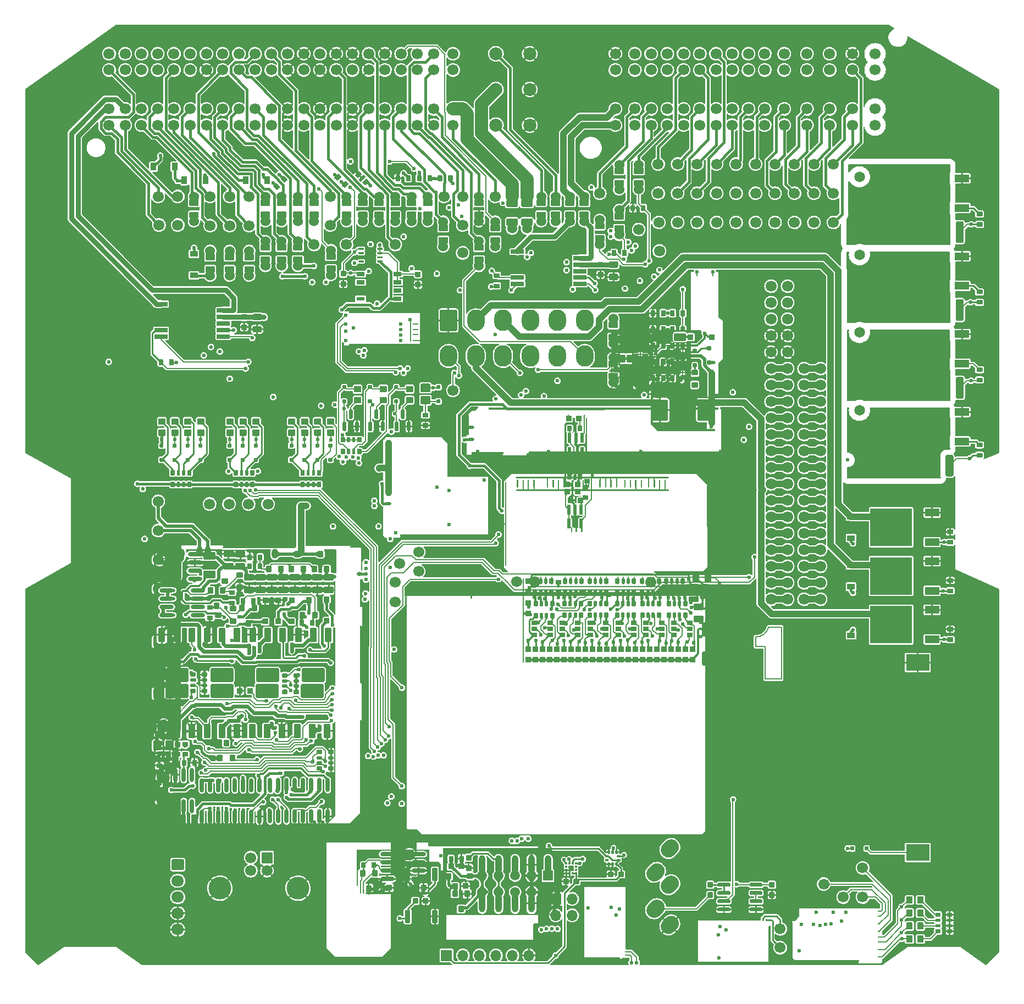
<source format=gtl>
G75*
G70*
%OFA0B0*%
%FSLAX25Y25*%
%IPPOS*%
%LPD*%
%AMOC8*
5,1,8,0,0,1.08239X$1,22.5*
%
%AMM11*
21,1,0.033470,0.026770,0.000000,0.000000,180.000000*
21,1,0.026770,0.033470,0.000000,0.000000,180.000000*
1,1,0.006690,-0.013390,0.013390*
1,1,0.006690,0.013390,0.013390*
1,1,0.006690,0.013390,-0.013390*
1,1,0.006690,-0.013390,-0.013390*
%
%AMM116*
21,1,0.035430,0.050000,-0.000000,-0.000000,90.000000*
21,1,0.028350,0.057090,-0.000000,-0.000000,90.000000*
1,1,0.007090,0.025000,0.014170*
1,1,0.007090,0.025000,-0.014170*
1,1,0.007090,-0.025000,-0.014170*
1,1,0.007090,-0.025000,0.014170*
%
%AMM117*
21,1,0.086610,0.073230,-0.000000,-0.000000,90.000000*
21,1,0.069290,0.090550,-0.000000,-0.000000,90.000000*
1,1,0.017320,0.036610,0.034650*
1,1,0.017320,0.036610,-0.034650*
1,1,0.017320,-0.036610,-0.034650*
1,1,0.017320,-0.036610,0.034650*
%
%AMM118*
21,1,0.027560,0.030710,-0.000000,-0.000000,270.000000*
21,1,0.022050,0.036220,-0.000000,-0.000000,270.000000*
1,1,0.005510,-0.015350,-0.011020*
1,1,0.005510,-0.015350,0.011020*
1,1,0.005510,0.015350,0.011020*
1,1,0.005510,0.015350,-0.011020*
%
%AMM119*
21,1,0.039370,0.049210,-0.000000,-0.000000,0.000000*
21,1,0.031500,0.057090,-0.000000,-0.000000,0.000000*
1,1,0.007870,0.015750,-0.024610*
1,1,0.007870,-0.015750,-0.024610*
1,1,0.007870,-0.015750,0.024610*
1,1,0.007870,0.015750,0.024610*
%
%AMM120*
21,1,0.023620,0.030710,-0.000000,-0.000000,270.000000*
21,1,0.018900,0.035430,-0.000000,-0.000000,270.000000*
1,1,0.004720,-0.015350,-0.009450*
1,1,0.004720,-0.015350,0.009450*
1,1,0.004720,0.015350,0.009450*
1,1,0.004720,0.015350,-0.009450*
%
%AMM121*
21,1,0.025590,0.026380,-0.000000,-0.000000,180.000000*
21,1,0.020470,0.031500,-0.000000,-0.000000,180.000000*
1,1,0.005120,-0.010240,0.013190*
1,1,0.005120,0.010240,0.013190*
1,1,0.005120,0.010240,-0.013190*
1,1,0.005120,-0.010240,-0.013190*
%
%AMM122*
21,1,0.017720,0.027950,-0.000000,-0.000000,180.000000*
21,1,0.014170,0.031500,-0.000000,-0.000000,180.000000*
1,1,0.003540,-0.007090,0.013980*
1,1,0.003540,0.007090,0.013980*
1,1,0.003540,0.007090,-0.013980*
1,1,0.003540,-0.007090,-0.013980*
%
%AMM123*
21,1,0.033470,0.026770,-0.000000,-0.000000,90.000000*
21,1,0.026770,0.033470,-0.000000,-0.000000,90.000000*
1,1,0.006690,0.013390,0.013390*
1,1,0.006690,0.013390,-0.013390*
1,1,0.006690,-0.013390,-0.013390*
1,1,0.006690,-0.013390,0.013390*
%
%AMM124*
21,1,0.027560,0.030710,-0.000000,-0.000000,180.000000*
21,1,0.022050,0.036220,-0.000000,-0.000000,180.000000*
1,1,0.005510,-0.011020,0.015350*
1,1,0.005510,0.011020,0.015350*
1,1,0.005510,0.011020,-0.015350*
1,1,0.005510,-0.011020,-0.015350*
%
%AMM125*
21,1,0.039370,0.049210,-0.000000,-0.000000,270.000000*
21,1,0.031500,0.057090,-0.000000,-0.000000,270.000000*
1,1,0.007870,-0.024610,-0.015750*
1,1,0.007870,-0.024610,0.015750*
1,1,0.007870,0.024610,0.015750*
1,1,0.007870,0.024610,-0.015750*
%
%AMM126*
21,1,0.033470,0.026770,-0.000000,-0.000000,0.000000*
21,1,0.026770,0.033470,-0.000000,-0.000000,0.000000*
1,1,0.006690,0.013390,-0.013390*
1,1,0.006690,-0.013390,-0.013390*
1,1,0.006690,-0.013390,0.013390*
1,1,0.006690,0.013390,0.013390*
%
%AMM127*
21,1,0.007870,0.503940,-0.000000,-0.000000,0.000000*
21,1,0.000000,0.511810,-0.000000,-0.000000,0.000000*
1,1,0.007870,-0.000000,-0.251970*
1,1,0.007870,-0.000000,-0.251970*
1,1,0.007870,-0.000000,0.251970*
1,1,0.007870,-0.000000,0.251970*
%
%AMM128*
21,1,0.009840,0.919290,-0.000000,-0.000000,90.000000*
21,1,0.000000,0.929130,-0.000000,-0.000000,90.000000*
1,1,0.009840,0.459650,-0.000000*
1,1,0.009840,0.459650,-0.000000*
1,1,0.009840,-0.459650,-0.000000*
1,1,0.009840,-0.459650,-0.000000*
%
%AMM129*
21,1,0.007870,0.041340,-0.000000,-0.000000,180.000000*
21,1,0.000000,0.049210,-0.000000,-0.000000,180.000000*
1,1,0.007870,-0.000000,0.020670*
1,1,0.007870,-0.000000,0.020670*
1,1,0.007870,-0.000000,-0.020670*
1,1,0.007870,-0.000000,-0.020670*
%
%AMM171*
21,1,0.033470,0.026770,-0.000000,-0.000000,180.000000*
21,1,0.026770,0.033470,-0.000000,-0.000000,180.000000*
1,1,0.006690,-0.013390,0.013390*
1,1,0.006690,0.013390,0.013390*
1,1,0.006690,0.013390,-0.013390*
1,1,0.006690,-0.013390,-0.013390*
%
%AMM172*
21,1,0.035430,0.030320,-0.000000,-0.000000,90.000000*
21,1,0.028350,0.037400,-0.000000,-0.000000,90.000000*
1,1,0.007090,0.015160,0.014170*
1,1,0.007090,0.015160,-0.014170*
1,1,0.007090,-0.015160,-0.014170*
1,1,0.007090,-0.015160,0.014170*
%
%AMM173*
21,1,0.035430,0.030320,-0.000000,-0.000000,180.000000*
21,1,0.028350,0.037400,-0.000000,-0.000000,180.000000*
1,1,0.007090,-0.014170,0.015160*
1,1,0.007090,0.014170,0.015160*
1,1,0.007090,0.014170,-0.015160*
1,1,0.007090,-0.014170,-0.015160*
%
%AMM174*
21,1,0.070870,0.036220,-0.000000,-0.000000,180.000000*
21,1,0.061810,0.045280,-0.000000,-0.000000,180.000000*
1,1,0.009060,-0.030910,0.018110*
1,1,0.009060,0.030910,0.018110*
1,1,0.009060,0.030910,-0.018110*
1,1,0.009060,-0.030910,-0.018110*
%
%AMM175*
21,1,0.043310,0.075980,-0.000000,-0.000000,0.000000*
21,1,0.034650,0.084650,-0.000000,-0.000000,0.000000*
1,1,0.008660,0.017320,-0.037990*
1,1,0.008660,-0.017320,-0.037990*
1,1,0.008660,-0.017320,0.037990*
1,1,0.008660,0.017320,0.037990*
%
%AMM176*
21,1,0.043310,0.075990,-0.000000,-0.000000,0.000000*
21,1,0.034650,0.084650,-0.000000,-0.000000,0.000000*
1,1,0.008660,0.017320,-0.037990*
1,1,0.008660,-0.017320,-0.037990*
1,1,0.008660,-0.017320,0.037990*
1,1,0.008660,0.017320,0.037990*
%
%AMM177*
21,1,0.137800,0.067720,-0.000000,-0.000000,0.000000*
21,1,0.120870,0.084650,-0.000000,-0.000000,0.000000*
1,1,0.016930,0.060430,-0.033860*
1,1,0.016930,-0.060430,-0.033860*
1,1,0.016930,-0.060430,0.033860*
1,1,0.016930,0.060430,0.033860*
%
%AMM178*
21,1,0.025590,0.026380,-0.000000,-0.000000,270.000000*
21,1,0.020470,0.031500,-0.000000,-0.000000,270.000000*
1,1,0.005120,-0.013190,-0.010240*
1,1,0.005120,-0.013190,0.010240*
1,1,0.005120,0.013190,0.010240*
1,1,0.005120,0.013190,-0.010240*
%
%AMM179*
21,1,0.017720,0.027950,-0.000000,-0.000000,270.000000*
21,1,0.014170,0.031500,-0.000000,-0.000000,270.000000*
1,1,0.003540,-0.013980,-0.007090*
1,1,0.003540,-0.013980,0.007090*
1,1,0.003540,0.013980,0.007090*
1,1,0.003540,0.013980,-0.007090*
%
%AMM180*
21,1,0.035830,0.026770,-0.000000,-0.000000,270.000000*
21,1,0.029130,0.033470,-0.000000,-0.000000,270.000000*
1,1,0.006690,-0.013390,-0.014570*
1,1,0.006690,-0.013390,0.014570*
1,1,0.006690,0.013390,0.014570*
1,1,0.006690,0.013390,-0.014570*
%
%AMM181*
21,1,0.027560,0.030710,-0.000000,-0.000000,0.000000*
21,1,0.022050,0.036220,-0.000000,-0.000000,0.000000*
1,1,0.005510,0.011020,-0.015350*
1,1,0.005510,-0.011020,-0.015350*
1,1,0.005510,-0.011020,0.015350*
1,1,0.005510,0.011020,0.015350*
%
%AMM182*
21,1,0.003940,0.007870,-0.000000,-0.000000,315.000000*
1,1,0.007870,-0.001390,0.001390*
1,1,0.007870,0.001390,-0.001390*
%
%AMM183*
21,1,0.087800,0.007870,-0.000000,-0.000000,225.000000*
1,1,0.007870,0.031040,0.031040*
1,1,0.007870,-0.031040,-0.031040*
%
%AMM184*
21,1,0.031500,0.007870,-0.000000,-0.000000,135.000000*
1,1,0.007870,0.011140,-0.011140*
1,1,0.007870,-0.011140,0.011140*
%
%AMM209*
21,1,0.035830,0.026770,-0.000000,-0.000000,180.000000*
21,1,0.029130,0.033470,-0.000000,-0.000000,180.000000*
1,1,0.006690,-0.014570,0.013390*
1,1,0.006690,0.014570,0.013390*
1,1,0.006690,0.014570,-0.013390*
1,1,0.006690,-0.014570,-0.013390*
%
%AMM210*
21,1,0.007870,0.640160,-0.000000,-0.000000,90.000000*
21,1,0.000000,0.648030,-0.000000,-0.000000,90.000000*
1,1,0.007870,0.320080,-0.000000*
1,1,0.007870,0.320080,-0.000000*
1,1,0.007870,-0.320080,-0.000000*
1,1,0.007870,-0.320080,-0.000000*
%
%AMM211*
21,1,0.007870,0.400390,-0.000000,-0.000000,180.000000*
21,1,0.000000,0.408270,-0.000000,-0.000000,180.000000*
1,1,0.007870,-0.000000,0.200200*
1,1,0.007870,-0.000000,0.200200*
1,1,0.007870,-0.000000,-0.200200*
1,1,0.007870,-0.000000,-0.200200*
%
%AMM212*
21,1,0.007870,0.080320,-0.000000,-0.000000,45.000000*
21,1,0.000000,0.088190,-0.000000,-0.000000,45.000000*
1,1,0.007870,0.028400,-0.028400*
1,1,0.007870,0.028400,-0.028400*
1,1,0.007870,-0.028400,0.028400*
1,1,0.007870,-0.028400,0.028400*
%
%AMM213*
21,1,0.007870,0.287010,-0.000000,-0.000000,0.000000*
21,1,0.000000,0.294880,-0.000000,-0.000000,0.000000*
1,1,0.007870,-0.000000,-0.143500*
1,1,0.007870,-0.000000,-0.143500*
1,1,0.007870,-0.000000,0.143500*
1,1,0.007870,-0.000000,0.143500*
%
%AMM214*
21,1,0.007870,0.078350,-0.000000,-0.000000,315.000000*
21,1,0.000000,0.086220,-0.000000,-0.000000,315.000000*
1,1,0.007870,-0.027700,-0.027700*
1,1,0.007870,-0.027700,-0.027700*
1,1,0.007870,0.027700,0.027700*
1,1,0.007870,0.027700,0.027700*
%
%AMM215*
21,1,0.007870,0.643700,-0.000000,-0.000000,90.000000*
21,1,0.000000,0.651580,-0.000000,-0.000000,90.000000*
1,1,0.007870,0.321850,-0.000000*
1,1,0.007870,0.321850,-0.000000*
1,1,0.007870,-0.321850,-0.000000*
1,1,0.007870,-0.321850,-0.000000*
%
%AMM229*
21,1,0.033470,0.026770,0.000000,-0.000000,180.000000*
21,1,0.026770,0.033470,0.000000,-0.000000,180.000000*
1,1,0.006690,-0.013390,0.013390*
1,1,0.006690,0.013390,0.013390*
1,1,0.006690,0.013390,-0.013390*
1,1,0.006690,-0.013390,-0.013390*
%
%AMM230*
21,1,0.021650,0.052760,0.000000,-0.000000,180.000000*
21,1,0.017320,0.057090,0.000000,-0.000000,180.000000*
1,1,0.004330,-0.008660,0.026380*
1,1,0.004330,0.008660,0.026380*
1,1,0.004330,0.008660,-0.026380*
1,1,0.004330,-0.008660,-0.026380*
%
%AMM231*
21,1,0.027560,0.030710,0.000000,-0.000000,90.000000*
21,1,0.022050,0.036220,0.000000,-0.000000,90.000000*
1,1,0.005510,0.015350,0.011020*
1,1,0.005510,0.015350,-0.011020*
1,1,0.005510,-0.015350,-0.011020*
1,1,0.005510,-0.015350,0.011020*
%
%AMM232*
21,1,0.027560,0.030710,0.000000,-0.000000,180.000000*
21,1,0.022050,0.036220,0.000000,-0.000000,180.000000*
1,1,0.005510,-0.011020,0.015350*
1,1,0.005510,0.011020,0.015350*
1,1,0.005510,0.011020,-0.015350*
1,1,0.005510,-0.011020,-0.015350*
%
%AMM30*
21,1,0.033470,0.026770,0.000000,0.000000,0.000000*
21,1,0.026770,0.033470,0.000000,0.000000,0.000000*
1,1,0.006690,0.013390,-0.013390*
1,1,0.006690,-0.013390,-0.013390*
1,1,0.006690,-0.013390,0.013390*
1,1,0.006690,0.013390,0.013390*
%
%AMM33*
21,1,0.070870,0.036220,0.000000,0.000000,0.000000*
21,1,0.061810,0.045280,0.000000,0.000000,0.000000*
1,1,0.009060,0.030910,-0.018110*
1,1,0.009060,-0.030910,-0.018110*
1,1,0.009060,-0.030910,0.018110*
1,1,0.009060,0.030910,0.018110*
%
%AMM39*
21,1,0.035830,0.026770,0.000000,0.000000,90.000000*
21,1,0.029130,0.033470,0.000000,0.000000,90.000000*
1,1,0.006690,0.013390,0.014570*
1,1,0.006690,0.013390,-0.014570*
1,1,0.006690,-0.013390,-0.014570*
1,1,0.006690,-0.013390,0.014570*
%
%AMM40*
21,1,0.027560,0.030710,0.000000,0.000000,180.000000*
21,1,0.022050,0.036220,0.000000,0.000000,180.000000*
1,1,0.005510,-0.011020,0.015350*
1,1,0.005510,0.011020,0.015350*
1,1,0.005510,0.011020,-0.015350*
1,1,0.005510,-0.011020,-0.015350*
%
%AMM56*
21,1,0.035430,0.030320,0.000000,0.000000,180.000000*
21,1,0.028350,0.037400,0.000000,0.000000,180.000000*
1,1,0.007090,-0.014170,0.015160*
1,1,0.007090,0.014170,0.015160*
1,1,0.007090,0.014170,-0.015160*
1,1,0.007090,-0.014170,-0.015160*
%
%AMM58*
21,1,0.035830,0.026770,0.000000,0.000000,0.000000*
21,1,0.029130,0.033470,0.000000,0.000000,0.000000*
1,1,0.006690,0.014570,-0.013390*
1,1,0.006690,-0.014570,-0.013390*
1,1,0.006690,-0.014570,0.013390*
1,1,0.006690,0.014570,0.013390*
%
%AMM74*
21,1,0.035430,0.030320,0.000000,0.000000,90.000000*
21,1,0.028350,0.037400,0.000000,0.000000,90.000000*
1,1,0.007090,0.015160,0.014170*
1,1,0.007090,0.015160,-0.014170*
1,1,0.007090,-0.015160,-0.014170*
1,1,0.007090,-0.015160,0.014170*
%
%AMM75*
21,1,0.021650,0.052760,0.000000,0.000000,0.000000*
21,1,0.017320,0.057090,0.000000,0.000000,0.000000*
1,1,0.004330,0.008660,-0.026380*
1,1,0.004330,-0.008660,-0.026380*
1,1,0.004330,-0.008660,0.026380*
1,1,0.004330,0.008660,0.026380*
%
%AMM76*
21,1,0.094490,0.111020,0.000000,0.000000,180.000000*
21,1,0.075590,0.129920,0.000000,0.000000,180.000000*
1,1,0.018900,-0.037800,0.055510*
1,1,0.018900,0.037800,0.055510*
1,1,0.018900,0.037800,-0.055510*
1,1,0.018900,-0.037800,-0.055510*
%
%AMM77*
21,1,0.023620,0.018900,0.000000,0.000000,270.000000*
21,1,0.018900,0.023620,0.000000,0.000000,270.000000*
1,1,0.004720,-0.009450,-0.009450*
1,1,0.004720,-0.009450,0.009450*
1,1,0.004720,0.009450,0.009450*
1,1,0.004720,0.009450,-0.009450*
%
%AMM78*
21,1,0.023620,0.018900,0.000000,0.000000,180.000000*
21,1,0.018900,0.023620,0.000000,0.000000,180.000000*
1,1,0.004720,-0.009450,0.009450*
1,1,0.004720,0.009450,0.009450*
1,1,0.004720,0.009450,-0.009450*
1,1,0.004720,-0.009450,-0.009450*
%
%AMM79*
21,1,0.033470,0.026770,0.000000,0.000000,90.000000*
21,1,0.026770,0.033470,0.000000,0.000000,90.000000*
1,1,0.006690,0.013390,0.013390*
1,1,0.006690,0.013390,-0.013390*
1,1,0.006690,-0.013390,-0.013390*
1,1,0.006690,-0.013390,0.013390*
%
%AMM80*
21,1,0.047240,0.015750,0.000000,0.000000,135.000000*
1,1,0.015750,0.016700,-0.016700*
1,1,0.015750,-0.016700,0.016700*
%
%AMM9*
21,1,0.027560,0.030710,0.000000,0.000000,0.000000*
21,1,0.022050,0.036220,0.000000,0.000000,0.000000*
1,1,0.005510,0.011020,-0.015350*
1,1,0.005510,-0.011020,-0.015350*
1,1,0.005510,-0.011020,0.015350*
1,1,0.005510,0.011020,0.015350*
%
%ADD10C,0.00787*%
%ADD11C,0.06693*%
%ADD119M9*%
%ADD12R,0.06693X0.06693*%
%ADD121M11*%
%ADD13O,0.06693X0.06693*%
%ADD137C,0.01968*%
%ADD14C,0.06000*%
%ADD143M30*%
%ADD146M33*%
%ADD15R,0.08661X0.04724*%
%ADD152O,0.02362X0.08661*%
%ADD153O,0.08661X0.02362*%
%ADD154M39*%
%ADD155M40*%
%ADD159C,0.05118*%
%ADD16R,0.25197X0.22835*%
%ADD17C,0.07874*%
%ADD18C,0.13780*%
%ADD181M56*%
%ADD182O,0.01968X0.00984*%
%ADD183O,0.00984X0.01968*%
%ADD188O,0.04016X0.11221*%
%ADD189M58*%
%ADD19R,0.03543X0.04724*%
%ADD196R,0.05906X0.05906*%
%ADD20R,0.05157X0.02559*%
%ADD209M74*%
%ADD21R,0.05157X0.02362*%
%ADD210M75*%
%ADD211M76*%
%ADD212M77*%
%ADD213M78*%
%ADD214M79*%
%ADD215O,0.03937X0.34429*%
%ADD216O,0.00787X0.36221*%
%ADD217O,0.03937X0.01968*%
%ADD218O,0.00787X0.01968*%
%ADD219M80*%
%ADD22R,0.05217X0.05906*%
%ADD23C,0.05906*%
%ADD24R,0.04724X0.03543*%
%ADD25R,0.06299X0.09449*%
%ADD257M116*%
%ADD258M117*%
%ADD259M118*%
%ADD26C,0.06496*%
%ADD260M119*%
%ADD261M120*%
%ADD262M121*%
%ADD263M122*%
%ADD264M123*%
%ADD265M124*%
%ADD266M125*%
%ADD267M126*%
%ADD268M127*%
%ADD269M128*%
%ADD27O,0.00787X0.20079*%
%ADD270M129*%
%ADD28O,0.43701X0.00787*%
%ADD29O,0.03740X0.00787*%
%ADD30C,0.02362*%
%ADD31O,0.00787X0.13780*%
%ADD32O,0.01969X0.00984*%
%ADD329M171*%
%ADD33O,0.00984X0.22835*%
%ADD330M172*%
%ADD331M173*%
%ADD332M174*%
%ADD333M175*%
%ADD334M176*%
%ADD335M177*%
%ADD336M178*%
%ADD337M179*%
%ADD338M180*%
%ADD339M181*%
%ADD34O,0.40157X0.00984*%
%ADD340M182*%
%ADD341M183*%
%ADD342M184*%
%ADD35O,0.01575X0.00787*%
%ADD36O,0.01575X0.28346*%
%ADD369M209*%
%ADD37O,0.19685X0.01575*%
%ADD370M210*%
%ADD371M211*%
%ADD372M212*%
%ADD373M213*%
%ADD374M214*%
%ADD375M215*%
%ADD38O,1.18110X0.01575*%
%ADD389M229*%
%ADD39O,0.00787X0.12205*%
%ADD390M230*%
%ADD391M231*%
%ADD392M232*%
%ADD40O,0.03937X0.01969*%
%ADD41O,0.01969X0.11811*%
%ADD42O,1.39370X0.01575*%
%ADD43O,0.03937X0.34428*%
%ADD44O,0.00787X0.01969*%
%ADD45O,0.01575X0.21260*%
%ADD46O,0.35433X0.01575*%
%ADD47O,0.25591X0.00787*%
%ADD48O,0.54331X0.00787*%
%ADD49O,0.00787X0.36220*%
%ADD50O,0.01969X0.44882*%
%ADD51O,0.01969X0.50000*%
%ADD52O,0.04724X0.01969*%
%ADD53O,0.56890X0.01969*%
%ADD54O,0.68504X0.01575*%
%ADD55O,0.10630X0.12992*%
%ADD56R,0.01378X0.01476*%
%ADD57R,0.01476X0.01378*%
%ADD58O,0.07677X0.06693*%
%ADD59R,0.07874X0.02559*%
%ADD60R,0.17717X0.31890*%
%ADD61O,0.00787X0.22323*%
%ADD62O,0.00787X0.26772*%
%ADD63O,0.38583X0.01575*%
%ADD64O,0.00984X0.01969*%
%ADD65R,0.14173X0.10236*%
%ADD66O,0.00787X0.16732*%
%ADD67O,0.00787X0.14173*%
%ADD68O,0.00787X1.01772*%
%ADD69O,0.06693X0.00787*%
%ADD70O,0.00787X0.16339*%
%ADD71O,0.00787X0.56693*%
%ADD72O,0.00787X0.34744*%
%ADD73O,0.44587X0.00787*%
%ADD74O,1.01181X0.00787*%
%ADD75O,0.03937X0.05906*%
%ADD76O,0.03150X0.02362*%
%ADD77O,0.22323X0.00787*%
%ADD78O,0.00787X0.43701*%
%ADD79O,0.26772X0.00787*%
%ADD80O,0.01575X0.38583*%
%ADD81C,0.01575*%
%ADD82C,0.03937*%
%ADD83C,0.00984*%
%ADD84C,0.03150*%
%ADD85C,0.01969*%
%ADD94C,0.01181*%
X0000000Y0000000D02*
%LPD*%
G01*
D10*
X0476399Y0213022D02*
X0476399Y0193337D01*
X0470494Y0213022D02*
X0470494Y0218928D01*
X0486242Y0224834D02*
X0478368Y0224834D01*
X0476399Y0193337D02*
X0486242Y0193337D01*
X0470494Y0213022D02*
X0476399Y0213022D01*
X0486242Y0193337D02*
X0486242Y0224834D01*
X0470494Y0218928D02*
G75*
G03*
X0478368Y0224834I0000309J0007791D01*
G01*
G36*
G01*
X0265157Y0495709D02*
X0265157Y0498780D01*
G75*
G02*
X0265433Y0499055I0000276J0000000D01*
G01*
X0267638Y0499055D01*
G75*
G02*
X0267913Y0498780I0000000J-000276D01*
G01*
X0267913Y0495709D01*
G75*
G02*
X0267638Y0495433I-000276J0000000D01*
G01*
X0265433Y0495433D01*
G75*
G02*
X0265157Y0495709I0000000J0000276D01*
G01*
G37*
G36*
G01*
X0271457Y0495709D02*
X0271457Y0498780D01*
G75*
G02*
X0271732Y0499055I0000276J0000000D01*
G01*
X0273937Y0499055D01*
G75*
G02*
X0274213Y0498780I0000000J-000276D01*
G01*
X0274213Y0495709D01*
G75*
G02*
X0273937Y0495433I-000276J0000000D01*
G01*
X0271732Y0495433D01*
G75*
G02*
X0271457Y0495709I0000000J0000276D01*
G01*
G37*
D11*
X0411417Y0505906D03*
G36*
G01*
X0403740Y0480669D02*
X0403740Y0477598D01*
G75*
G02*
X0403465Y0477323I-000276J0000000D01*
G01*
X0401260Y0477323D01*
G75*
G02*
X0400984Y0477598I0000000J0000276D01*
G01*
X0400984Y0480669D01*
G75*
G02*
X0401260Y0480945I0000276J0000000D01*
G01*
X0403465Y0480945D01*
G75*
G02*
X0403740Y0480669I0000000J-000276D01*
G01*
G37*
G36*
G01*
X0397441Y0480669D02*
X0397441Y0477598D01*
G75*
G02*
X0397165Y0477323I-000276J0000000D01*
G01*
X0394961Y0477323D01*
G75*
G02*
X0394685Y0477598I0000000J0000276D01*
G01*
X0394685Y0480669D01*
G75*
G02*
X0394961Y0480945I0000276J0000000D01*
G01*
X0397165Y0480945D01*
G75*
G02*
X0397441Y0480669I0000000J-000276D01*
G01*
G37*
G36*
G01*
X0596752Y0375689D02*
X0596752Y0364469D01*
G75*
G02*
X0595768Y0363484I-000984J0000000D01*
G01*
X0592913Y0363484D01*
G75*
G02*
X0591929Y0364469I0000000J0000984D01*
G01*
X0591929Y0375689D01*
G75*
G02*
X0592913Y0376673I0000984J0000000D01*
G01*
X0595768Y0376673D01*
G75*
G02*
X0596752Y0375689I0000000J-000984D01*
G01*
G37*
G36*
G01*
X0573425Y0375689D02*
X0573425Y0364469D01*
G75*
G02*
X0572441Y0363484I-000984J0000000D01*
G01*
X0569587Y0363484D01*
G75*
G02*
X0568602Y0364469I0000000J0000984D01*
G01*
X0568602Y0375689D01*
G75*
G02*
X0569587Y0376673I0000984J0000000D01*
G01*
X0572441Y0376673D01*
G75*
G02*
X0573425Y0375689I0000000J-000984D01*
G01*
G37*
X0505906Y0470472D03*
X0446850Y0488189D03*
D12*
X0282992Y0025591D03*
D13*
X0292992Y0025591D03*
X0302992Y0025591D03*
X0312992Y0025591D03*
X0322992Y0025591D03*
X0332992Y0025591D03*
D14*
X0331890Y0486024D03*
G36*
G01*
X0328346Y0480728D02*
X0328346Y0483445D01*
G75*
G02*
X0329252Y0484350I0000906J0000000D01*
G01*
X0334528Y0484350D01*
G75*
G02*
X0335433Y0483445I0000000J-000906D01*
G01*
X0335433Y0480728D01*
G75*
G02*
X0334528Y0479823I-000906J0000000D01*
G01*
X0329252Y0479823D01*
G75*
G02*
X0328346Y0480728I0000000J0000906D01*
G01*
G37*
G36*
G01*
X0328346Y0469311D02*
X0328346Y0472028D01*
G75*
G02*
X0329252Y0472933I0000906J0000000D01*
G01*
X0334528Y0472933D01*
G75*
G02*
X0335433Y0472028I0000000J-000906D01*
G01*
X0335433Y0469311D01*
G75*
G02*
X0334528Y0468405I-000906J0000000D01*
G01*
X0329252Y0468405D01*
G75*
G02*
X0328346Y0469311I0000000J0000906D01*
G01*
G37*
X0331890Y0466732D03*
D11*
X0260630Y0086614D03*
D15*
X0595669Y0337480D03*
D16*
X0570866Y0346457D03*
D15*
X0595669Y0355433D03*
G36*
G01*
X0418680Y0394134D02*
X0418680Y0397205D01*
G75*
G02*
X0418956Y0397480I0000276J0000000D01*
G01*
X0421160Y0397480D01*
G75*
G02*
X0421436Y0397205I0000000J-000276D01*
G01*
X0421436Y0394134D01*
G75*
G02*
X0421160Y0393858I-000276J0000000D01*
G01*
X0418956Y0393858D01*
G75*
G02*
X0418680Y0394134I0000000J0000276D01*
G01*
G37*
G36*
G01*
X0424979Y0394134D02*
X0424979Y0397205D01*
G75*
G02*
X0425255Y0397480I0000276J0000000D01*
G01*
X0427460Y0397480D01*
G75*
G02*
X0427735Y0397205I0000000J-000276D01*
G01*
X0427735Y0394134D01*
G75*
G02*
X0427460Y0393858I-000276J0000000D01*
G01*
X0425255Y0393858D01*
G75*
G02*
X0424979Y0394134I0000000J0000276D01*
G01*
G37*
D11*
X0482283Y0505906D03*
X0499921Y0291772D03*
X0499921Y0301772D03*
X0499921Y0311772D03*
X0499921Y0321772D03*
X0499921Y0331772D03*
X0509921Y0291772D03*
X0509921Y0301772D03*
X0509921Y0311772D03*
X0509921Y0321772D03*
X0509921Y0331772D03*
X0312598Y0486240D03*
G36*
G01*
X0116929Y0325433D02*
X0116929Y0327323D01*
G75*
G02*
X0117165Y0327559I0000236J0000000D01*
G01*
X0119055Y0327559D01*
G75*
G02*
X0119291Y0327323I0000000J-000236D01*
G01*
X0119291Y0325433D01*
G75*
G02*
X0119055Y0325197I-000236J0000000D01*
G01*
X0117165Y0325197D01*
G75*
G02*
X0116929Y0325433I0000000J0000236D01*
G01*
G37*
G36*
G01*
X0116929Y0334094D02*
X0116929Y0335984D01*
G75*
G02*
X0117165Y0336220I0000236J0000000D01*
G01*
X0119055Y0336220D01*
G75*
G02*
X0119291Y0335984I0000000J-000236D01*
G01*
X0119291Y0334094D01*
G75*
G02*
X0119055Y0333858I-000236J0000000D01*
G01*
X0117165Y0333858D01*
G75*
G02*
X0116929Y0334094I0000000J0000236D01*
G01*
G37*
X0542963Y0572835D03*
X0529183Y0572835D03*
X0515404Y0572835D03*
X0501624Y0572835D03*
X0487844Y0572835D03*
X0476033Y0572835D03*
X0466191Y0572835D03*
X0456348Y0572835D03*
X0446506Y0572835D03*
X0436663Y0572835D03*
X0426821Y0572835D03*
X0416978Y0572835D03*
X0407136Y0572835D03*
X0397293Y0572835D03*
X0385482Y0572835D03*
X0542963Y0562992D03*
X0529183Y0562992D03*
X0515404Y0562992D03*
X0501624Y0562992D03*
X0487844Y0562992D03*
X0476033Y0562992D03*
X0466191Y0562992D03*
X0456348Y0562992D03*
X0446506Y0562992D03*
X0436663Y0562992D03*
X0426821Y0562992D03*
X0416978Y0562992D03*
X0407136Y0562992D03*
X0397293Y0562992D03*
X0385482Y0562992D03*
X0542963Y0539370D03*
X0529183Y0539370D03*
X0515404Y0539370D03*
X0501624Y0539370D03*
X0487844Y0539370D03*
X0476033Y0539370D03*
X0466191Y0539370D03*
X0456348Y0539370D03*
X0446506Y0539370D03*
X0436663Y0539370D03*
X0426821Y0539370D03*
X0416978Y0539370D03*
X0407136Y0539370D03*
X0397293Y0539370D03*
X0385482Y0539370D03*
X0542963Y0529528D03*
X0529183Y0529528D03*
X0515404Y0529528D03*
X0501624Y0529528D03*
X0487844Y0529528D03*
X0476033Y0529528D03*
X0466191Y0529528D03*
X0456348Y0529528D03*
X0446506Y0529528D03*
X0436663Y0529528D03*
X0426821Y0529528D03*
X0416978Y0529528D03*
X0407136Y0529528D03*
X0397293Y0529528D03*
X0385482Y0529528D03*
D17*
X0333514Y0572835D03*
X0313041Y0572835D03*
X0333514Y0551181D03*
X0313041Y0551181D03*
X0333514Y0529528D03*
X0313041Y0529528D03*
D11*
X0287057Y0572835D03*
X0275246Y0572835D03*
X0265404Y0572835D03*
X0255561Y0572835D03*
X0245719Y0572835D03*
X0235876Y0572835D03*
X0226033Y0572835D03*
X0216191Y0572835D03*
X0206348Y0572835D03*
X0196506Y0572835D03*
X0186663Y0572835D03*
X0176821Y0572835D03*
X0166978Y0572835D03*
X0157136Y0572835D03*
X0147293Y0572835D03*
X0137451Y0572835D03*
X0127608Y0572835D03*
X0117766Y0572835D03*
X0107923Y0572835D03*
X0098081Y0572835D03*
X0088238Y0572835D03*
X0078396Y0572835D03*
X0287057Y0562992D03*
X0275246Y0562992D03*
X0265404Y0562992D03*
X0255561Y0562992D03*
X0245719Y0562992D03*
X0235876Y0562992D03*
X0226033Y0562992D03*
X0216191Y0562992D03*
X0206348Y0562992D03*
X0196506Y0562992D03*
X0186663Y0562992D03*
X0176821Y0562992D03*
X0166978Y0562992D03*
X0157136Y0562992D03*
X0147293Y0562992D03*
X0137451Y0562992D03*
X0127608Y0562992D03*
X0117766Y0562992D03*
X0107923Y0562992D03*
X0098081Y0562992D03*
X0088238Y0562992D03*
X0078396Y0562992D03*
X0287057Y0539370D03*
X0275246Y0539370D03*
X0265404Y0539370D03*
X0255561Y0539370D03*
X0245719Y0539370D03*
X0235876Y0539370D03*
X0226033Y0539370D03*
X0216191Y0539370D03*
X0206348Y0539370D03*
X0196506Y0539370D03*
X0186663Y0539370D03*
X0176821Y0539370D03*
X0166978Y0539370D03*
X0157136Y0539370D03*
X0147293Y0539370D03*
X0137451Y0539370D03*
X0127608Y0539370D03*
X0117766Y0539370D03*
X0107923Y0539370D03*
X0098081Y0539370D03*
X0088238Y0539370D03*
X0078396Y0539370D03*
X0287057Y0529528D03*
X0275246Y0529528D03*
X0265404Y0529528D03*
X0255561Y0529528D03*
X0245719Y0529528D03*
X0235876Y0529528D03*
X0226033Y0529528D03*
X0216191Y0529528D03*
X0206348Y0529528D03*
X0196506Y0529528D03*
X0186663Y0529528D03*
X0176821Y0529528D03*
X0166978Y0529528D03*
X0157136Y0529528D03*
X0147293Y0529528D03*
X0137451Y0529528D03*
X0127608Y0529528D03*
X0117766Y0529528D03*
X0107923Y0529528D03*
X0098081Y0529528D03*
X0088238Y0529528D03*
X0078396Y0529528D03*
G36*
G01*
X0165846Y0439961D02*
X0160925Y0439961D01*
G75*
G02*
X0160531Y0440354I0000000J0000394D01*
G01*
X0160531Y0443504D01*
G75*
G02*
X0160925Y0443898I0000394J0000000D01*
G01*
X0165846Y0443898D01*
G75*
G02*
X0166240Y0443504I0000000J-000394D01*
G01*
X0166240Y0440354D01*
G75*
G02*
X0165846Y0439961I-000394J0000000D01*
G01*
G37*
D14*
X0163386Y0438169D03*
X0163386Y0453169D03*
G36*
G01*
X0165846Y0447441D02*
X0160925Y0447441D01*
G75*
G02*
X0160531Y0447835I0000000J0000394D01*
G01*
X0160531Y0450984D01*
G75*
G02*
X0160925Y0451378I0000394J0000000D01*
G01*
X0165846Y0451378D01*
G75*
G02*
X0166240Y0450984I0000000J-000394D01*
G01*
X0166240Y0447835D01*
G75*
G02*
X0165846Y0447441I-000394J0000000D01*
G01*
G37*
G36*
G01*
X0481693Y0060610D02*
X0479016Y0060610D01*
G75*
G02*
X0478681Y0060945I0000000J0000335D01*
G01*
X0478681Y0063622D01*
G75*
G02*
X0479016Y0063957I0000335J0000000D01*
G01*
X0481693Y0063957D01*
G75*
G02*
X0482028Y0063622I0000000J-000335D01*
G01*
X0482028Y0060945D01*
G75*
G02*
X0481693Y0060610I-000335J0000000D01*
G01*
G37*
G36*
G01*
X0481693Y0066831D02*
X0479016Y0066831D01*
G75*
G02*
X0478681Y0067165I0000000J0000335D01*
G01*
X0478681Y0069843D01*
G75*
G02*
X0479016Y0070177I0000335J0000000D01*
G01*
X0481693Y0070177D01*
G75*
G02*
X0482028Y0069843I0000000J-000335D01*
G01*
X0482028Y0067165D01*
G75*
G02*
X0481693Y0066831I-000335J0000000D01*
G01*
G37*
D11*
X0458661Y0505906D03*
G36*
G01*
X0115759Y0209280D02*
X0115759Y0206210D01*
G75*
G02*
X0115484Y0205934I-000276J0000000D01*
G01*
X0113279Y0205934D01*
G75*
G02*
X0113003Y0206210I0000000J0000276D01*
G01*
X0113003Y0209280D01*
G75*
G02*
X0113279Y0209556I0000276J0000000D01*
G01*
X0115484Y0209556D01*
G75*
G02*
X0115759Y0209280I0000000J-000276D01*
G01*
G37*
G36*
G01*
X0109460Y0209280D02*
X0109460Y0206210D01*
G75*
G02*
X0109184Y0205934I-000276J0000000D01*
G01*
X0106980Y0205934D01*
G75*
G02*
X0106704Y0206210I0000000J0000276D01*
G01*
X0106704Y0209280D01*
G75*
G02*
X0106980Y0209556I0000276J0000000D01*
G01*
X0109184Y0209556D01*
G75*
G02*
X0109460Y0209280I0000000J-000276D01*
G01*
G37*
D14*
X0139764Y0438169D03*
G36*
G01*
X0142224Y0439961D02*
X0137303Y0439961D01*
G75*
G02*
X0136909Y0440354I0000000J0000394D01*
G01*
X0136909Y0443504D01*
G75*
G02*
X0137303Y0443898I0000394J0000000D01*
G01*
X0142224Y0443898D01*
G75*
G02*
X0142618Y0443504I0000000J-000394D01*
G01*
X0142618Y0440354D01*
G75*
G02*
X0142224Y0439961I-000394J0000000D01*
G01*
G37*
G36*
G01*
X0142224Y0447441D02*
X0137303Y0447441D01*
G75*
G02*
X0136909Y0447835I0000000J0000394D01*
G01*
X0136909Y0450984D01*
G75*
G02*
X0137303Y0451378I0000394J0000000D01*
G01*
X0142224Y0451378D01*
G75*
G02*
X0142618Y0450984I0000000J-000394D01*
G01*
X0142618Y0447835D01*
G75*
G02*
X0142224Y0447441I-000394J0000000D01*
G01*
G37*
X0139764Y0453169D03*
G36*
G01*
X0406869Y0364606D02*
X0406869Y0367677D01*
G75*
G02*
X0407145Y0367953I0000276J0000000D01*
G01*
X0409349Y0367953D01*
G75*
G02*
X0409625Y0367677I0000000J-000276D01*
G01*
X0409625Y0364606D01*
G75*
G02*
X0409349Y0364331I-000276J0000000D01*
G01*
X0407145Y0364331D01*
G75*
G02*
X0406869Y0364606I0000000J0000276D01*
G01*
G37*
G36*
G01*
X0413168Y0364606D02*
X0413168Y0367677D01*
G75*
G02*
X0413444Y0367953I0000276J0000000D01*
G01*
X0415648Y0367953D01*
G75*
G02*
X0415924Y0367677I0000000J-000276D01*
G01*
X0415924Y0364606D01*
G75*
G02*
X0415648Y0364331I-000276J0000000D01*
G01*
X0413444Y0364331D01*
G75*
G02*
X0413168Y0364606I0000000J0000276D01*
G01*
G37*
D12*
X0174213Y0084951D03*
D11*
X0164370Y0084951D03*
X0164370Y0077077D03*
X0174213Y0077077D03*
D18*
X0192992Y0066407D03*
X0145591Y0066407D03*
D11*
X0411811Y0470472D03*
X0325591Y0252362D03*
D14*
X0384252Y0412028D03*
G36*
G01*
X0381791Y0410236D02*
X0386713Y0410236D01*
G75*
G02*
X0387106Y0409843I0000000J-000394D01*
G01*
X0387106Y0406693D01*
G75*
G02*
X0386713Y0406299I-000394J0000000D01*
G01*
X0381791Y0406299D01*
G75*
G02*
X0381398Y0406693I0000000J0000394D01*
G01*
X0381398Y0409843D01*
G75*
G02*
X0381791Y0410236I0000394J0000000D01*
G01*
G37*
G36*
G01*
X0381791Y0402756D02*
X0386713Y0402756D01*
G75*
G02*
X0387106Y0402362I0000000J-000394D01*
G01*
X0387106Y0399213D01*
G75*
G02*
X0386713Y0398819I-000394J0000000D01*
G01*
X0381791Y0398819D01*
G75*
G02*
X0381398Y0399213I0000000J0000394D01*
G01*
X0381398Y0402362D01*
G75*
G02*
X0381791Y0402756I0000394J0000000D01*
G01*
G37*
X0384252Y0397028D03*
D11*
X0485433Y0041732D03*
G36*
G01*
X0447441Y0067933D02*
X0447441Y0069114D01*
G75*
G02*
X0448031Y0069705I0000591J0000000D01*
G01*
X0454528Y0069705D01*
G75*
G02*
X0455118Y0069114I0000000J-000591D01*
G01*
X0455118Y0067933D01*
G75*
G02*
X0454528Y0067343I-000591J0000000D01*
G01*
X0448031Y0067343D01*
G75*
G02*
X0447441Y0067933I0000000J0000591D01*
G01*
G37*
G36*
G01*
X0447441Y0062933D02*
X0447441Y0064114D01*
G75*
G02*
X0448031Y0064705I0000591J0000000D01*
G01*
X0454528Y0064705D01*
G75*
G02*
X0455118Y0064114I0000000J-000591D01*
G01*
X0455118Y0062933D01*
G75*
G02*
X0454528Y0062343I-000591J0000000D01*
G01*
X0448031Y0062343D01*
G75*
G02*
X0447441Y0062933I0000000J0000591D01*
G01*
G37*
G36*
G01*
X0447441Y0057933D02*
X0447441Y0059114D01*
G75*
G02*
X0448031Y0059705I0000591J0000000D01*
G01*
X0454528Y0059705D01*
G75*
G02*
X0455118Y0059114I0000000J-000591D01*
G01*
X0455118Y0057933D01*
G75*
G02*
X0454528Y0057343I-000591J0000000D01*
G01*
X0448031Y0057343D01*
G75*
G02*
X0447441Y0057933I0000000J0000591D01*
G01*
G37*
G36*
G01*
X0447441Y0052933D02*
X0447441Y0054114D01*
G75*
G02*
X0448031Y0054705I0000591J0000000D01*
G01*
X0454528Y0054705D01*
G75*
G02*
X0455118Y0054114I0000000J-000591D01*
G01*
X0455118Y0052933D01*
G75*
G02*
X0454528Y0052343I-000591J0000000D01*
G01*
X0448031Y0052343D01*
G75*
G02*
X0447441Y0052933I0000000J0000591D01*
G01*
G37*
G36*
G01*
X0466929Y0052933D02*
X0466929Y0054114D01*
G75*
G02*
X0467520Y0054705I0000591J0000000D01*
G01*
X0474016Y0054705D01*
G75*
G02*
X0474606Y0054114I0000000J-000591D01*
G01*
X0474606Y0052933D01*
G75*
G02*
X0474016Y0052343I-000591J0000000D01*
G01*
X0467520Y0052343D01*
G75*
G02*
X0466929Y0052933I0000000J0000591D01*
G01*
G37*
G36*
G01*
X0466929Y0057933D02*
X0466929Y0059114D01*
G75*
G02*
X0467520Y0059705I0000591J0000000D01*
G01*
X0474016Y0059705D01*
G75*
G02*
X0474606Y0059114I0000000J-000591D01*
G01*
X0474606Y0057933D01*
G75*
G02*
X0474016Y0057343I-000591J0000000D01*
G01*
X0467520Y0057343D01*
G75*
G02*
X0466929Y0057933I0000000J0000591D01*
G01*
G37*
G36*
G01*
X0466929Y0062933D02*
X0466929Y0064114D01*
G75*
G02*
X0467520Y0064705I0000591J0000000D01*
G01*
X0474016Y0064705D01*
G75*
G02*
X0474606Y0064114I0000000J-000591D01*
G01*
X0474606Y0062933D01*
G75*
G02*
X0474016Y0062343I-000591J0000000D01*
G01*
X0467520Y0062343D01*
G75*
G02*
X0466929Y0062933I0000000J0000591D01*
G01*
G37*
G36*
G01*
X0466929Y0067933D02*
X0466929Y0069114D01*
G75*
G02*
X0467520Y0069705I0000591J0000000D01*
G01*
X0474016Y0069705D01*
G75*
G02*
X0474606Y0069114I0000000J-000591D01*
G01*
X0474606Y0067933D01*
G75*
G02*
X0474016Y0067343I-000591J0000000D01*
G01*
X0467520Y0067343D01*
G75*
G02*
X0466929Y0067933I0000000J0000591D01*
G01*
G37*
X0458661Y0488189D03*
G36*
G01*
X0596752Y0422933D02*
X0596752Y0411713D01*
G75*
G02*
X0595768Y0410728I-000984J0000000D01*
G01*
X0592913Y0410728D01*
G75*
G02*
X0591929Y0411713I0000000J0000984D01*
G01*
X0591929Y0422933D01*
G75*
G02*
X0592913Y0423917I0000984J0000000D01*
G01*
X0595768Y0423917D01*
G75*
G02*
X0596752Y0422933I0000000J-000984D01*
G01*
G37*
G36*
G01*
X0573425Y0422933D02*
X0573425Y0411713D01*
G75*
G02*
X0572441Y0410728I-000984J0000000D01*
G01*
X0569587Y0410728D01*
G75*
G02*
X0568602Y0411713I0000000J0000984D01*
G01*
X0568602Y0422933D01*
G75*
G02*
X0569587Y0423917I0000984J0000000D01*
G01*
X0572441Y0423917D01*
G75*
G02*
X0573425Y0422933I0000000J-000984D01*
G01*
G37*
X0139370Y0299606D03*
X0292913Y0451969D03*
G36*
G01*
X0187402Y0351575D02*
X0190945Y0351575D01*
G75*
G02*
X0191339Y0351181I0000000J-000394D01*
G01*
X0191339Y0348031D01*
G75*
G02*
X0190945Y0347638I-000394J0000000D01*
G01*
X0187402Y0347638D01*
G75*
G02*
X0187008Y0348031I0000000J0000394D01*
G01*
X0187008Y0351181D01*
G75*
G02*
X0187402Y0351575I0000394J0000000D01*
G01*
G37*
G36*
G01*
X0187402Y0344882D02*
X0190945Y0344882D01*
G75*
G02*
X0191339Y0344488I0000000J-000394D01*
G01*
X0191339Y0341339D01*
G75*
G02*
X0190945Y0340945I-000394J0000000D01*
G01*
X0187402Y0340945D01*
G75*
G02*
X0187008Y0341339I0000000J0000394D01*
G01*
X0187008Y0344488D01*
G75*
G02*
X0187402Y0344882I0000394J0000000D01*
G01*
G37*
X0266142Y0270472D03*
D14*
X0183071Y0471240D03*
G36*
G01*
X0185531Y0473031D02*
X0180610Y0473031D01*
G75*
G02*
X0180217Y0473425I0000000J0000394D01*
G01*
X0180217Y0476575D01*
G75*
G02*
X0180610Y0476968I0000394J0000000D01*
G01*
X0185531Y0476968D01*
G75*
G02*
X0185925Y0476575I0000000J-000394D01*
G01*
X0185925Y0473425D01*
G75*
G02*
X0185531Y0473031I-000394J0000000D01*
G01*
G37*
X0183071Y0486240D03*
G36*
G01*
X0185531Y0480512D02*
X0180610Y0480512D01*
G75*
G02*
X0180217Y0480906I0000000J0000394D01*
G01*
X0180217Y0484055D01*
G75*
G02*
X0180610Y0484449I0000394J0000000D01*
G01*
X0185531Y0484449D01*
G75*
G02*
X0185925Y0484055I0000000J-000394D01*
G01*
X0185925Y0480906D01*
G75*
G02*
X0185531Y0480512I-000394J0000000D01*
G01*
G37*
G36*
G01*
X0258858Y0371260D02*
X0262402Y0371260D01*
G75*
G02*
X0262795Y0370866I0000000J-000394D01*
G01*
X0262795Y0367717D01*
G75*
G02*
X0262402Y0367323I-000394J0000000D01*
G01*
X0258858Y0367323D01*
G75*
G02*
X0258465Y0367717I0000000J0000394D01*
G01*
X0258465Y0370866D01*
G75*
G02*
X0258858Y0371260I0000394J0000000D01*
G01*
G37*
G36*
G01*
X0258858Y0364567D02*
X0262402Y0364567D01*
G75*
G02*
X0262795Y0364173I0000000J-000394D01*
G01*
X0262795Y0361024D01*
G75*
G02*
X0262402Y0360630I-000394J0000000D01*
G01*
X0258858Y0360630D01*
G75*
G02*
X0258465Y0361024I0000000J0000394D01*
G01*
X0258465Y0364173D01*
G75*
G02*
X0258858Y0364567I0000394J0000000D01*
G01*
G37*
D11*
X0494094Y0488189D03*
G36*
G01*
X0406869Y0374449D02*
X0406869Y0377520D01*
G75*
G02*
X0407145Y0377795I0000276J0000000D01*
G01*
X0409349Y0377795D01*
G75*
G02*
X0409625Y0377520I0000000J-000276D01*
G01*
X0409625Y0374449D01*
G75*
G02*
X0409349Y0374173I-000276J0000000D01*
G01*
X0407145Y0374173D01*
G75*
G02*
X0406869Y0374449I0000000J0000276D01*
G01*
G37*
G36*
G01*
X0413168Y0374449D02*
X0413168Y0377520D01*
G75*
G02*
X0413444Y0377795I0000276J0000000D01*
G01*
X0415648Y0377795D01*
G75*
G02*
X0415924Y0377520I0000000J-000276D01*
G01*
X0415924Y0374449D01*
G75*
G02*
X0415648Y0374173I-000276J0000000D01*
G01*
X0413444Y0374173D01*
G75*
G02*
X0413168Y0374449I0000000J0000276D01*
G01*
G37*
X0336614Y0252362D03*
G36*
G01*
X0604764Y0382480D02*
X0607835Y0382480D01*
G75*
G02*
X0608110Y0382205I0000000J-000276D01*
G01*
X0608110Y0380000D01*
G75*
G02*
X0607835Y0379724I-000276J0000000D01*
G01*
X0604764Y0379724D01*
G75*
G02*
X0604488Y0380000I0000000J0000276D01*
G01*
X0604488Y0382205D01*
G75*
G02*
X0604764Y0382480I0000276J0000000D01*
G01*
G37*
G36*
G01*
X0604764Y0376181D02*
X0607835Y0376181D01*
G75*
G02*
X0608110Y0375906I0000000J-000276D01*
G01*
X0608110Y0373701D01*
G75*
G02*
X0607835Y0373425I-000276J0000000D01*
G01*
X0604764Y0373425D01*
G75*
G02*
X0604488Y0373701I0000000J0000276D01*
G01*
X0604488Y0375906D01*
G75*
G02*
X0604764Y0376181I0000276J0000000D01*
G01*
G37*
G36*
G01*
X0267087Y0431043D02*
X0264409Y0431043D01*
G75*
G02*
X0264075Y0431378I0000000J0000335D01*
G01*
X0264075Y0434055D01*
G75*
G02*
X0264409Y0434390I0000335J0000000D01*
G01*
X0267087Y0434390D01*
G75*
G02*
X0267421Y0434055I0000000J-000335D01*
G01*
X0267421Y0431378D01*
G75*
G02*
X0267087Y0431043I-000335J0000000D01*
G01*
G37*
G36*
G01*
X0267087Y0437264D02*
X0264409Y0437264D01*
G75*
G02*
X0264075Y0437598I0000000J0000335D01*
G01*
X0264075Y0440276D01*
G75*
G02*
X0264409Y0440610I0000335J0000000D01*
G01*
X0267087Y0440610D01*
G75*
G02*
X0267421Y0440276I0000000J-000335D01*
G01*
X0267421Y0437598D01*
G75*
G02*
X0267087Y0437264I-000335J0000000D01*
G01*
G37*
G36*
G01*
X0227362Y0371260D02*
X0230906Y0371260D01*
G75*
G02*
X0231299Y0370866I0000000J-000394D01*
G01*
X0231299Y0367717D01*
G75*
G02*
X0230906Y0367323I-000394J0000000D01*
G01*
X0227362Y0367323D01*
G75*
G02*
X0226969Y0367717I0000000J0000394D01*
G01*
X0226969Y0370866D01*
G75*
G02*
X0227362Y0371260I0000394J0000000D01*
G01*
G37*
G36*
G01*
X0227362Y0364567D02*
X0230906Y0364567D01*
G75*
G02*
X0231299Y0364173I0000000J-000394D01*
G01*
X0231299Y0361024D01*
G75*
G02*
X0230906Y0360630I-000394J0000000D01*
G01*
X0227362Y0360630D01*
G75*
G02*
X0226969Y0361024I0000000J0000394D01*
G01*
X0226969Y0364173D01*
G75*
G02*
X0227362Y0364567I0000394J0000000D01*
G01*
G37*
G36*
G01*
X0154035Y0310098D02*
X0154035Y0312736D01*
G75*
G02*
X0154291Y0312992I0000256J0000000D01*
G01*
X0156339Y0312992D01*
G75*
G02*
X0156594Y0312736I0000000J-000256D01*
G01*
X0156594Y0310098D01*
G75*
G02*
X0156339Y0309843I-000256J0000000D01*
G01*
X0154291Y0309843D01*
G75*
G02*
X0154035Y0310098I0000000J0000256D01*
G01*
G37*
G36*
G01*
X0157874Y0310020D02*
X0157874Y0312815D01*
G75*
G02*
X0158051Y0312992I0000177J0000000D01*
G01*
X0159469Y0312992D01*
G75*
G02*
X0159646Y0312815I0000000J-000177D01*
G01*
X0159646Y0310020D01*
G75*
G02*
X0159469Y0309843I-000177J0000000D01*
G01*
X0158051Y0309843D01*
G75*
G02*
X0157874Y0310020I0000000J0000177D01*
G01*
G37*
G36*
G01*
X0161024Y0310020D02*
X0161024Y0312815D01*
G75*
G02*
X0161201Y0312992I0000177J0000000D01*
G01*
X0162618Y0312992D01*
G75*
G02*
X0162795Y0312815I0000000J-000177D01*
G01*
X0162795Y0310020D01*
G75*
G02*
X0162618Y0309843I-000177J0000000D01*
G01*
X0161201Y0309843D01*
G75*
G02*
X0161024Y0310020I0000000J0000177D01*
G01*
G37*
G36*
G01*
X0164075Y0310098D02*
X0164075Y0312736D01*
G75*
G02*
X0164331Y0312992I0000256J0000000D01*
G01*
X0166378Y0312992D01*
G75*
G02*
X0166634Y0312736I0000000J-000256D01*
G01*
X0166634Y0310098D01*
G75*
G02*
X0166378Y0309843I-000256J0000000D01*
G01*
X0164331Y0309843D01*
G75*
G02*
X0164075Y0310098I0000000J0000256D01*
G01*
G37*
G36*
G01*
X0164075Y0317185D02*
X0164075Y0319823D01*
G75*
G02*
X0164331Y0320079I0000256J0000000D01*
G01*
X0166378Y0320079D01*
G75*
G02*
X0166634Y0319823I0000000J-000256D01*
G01*
X0166634Y0317185D01*
G75*
G02*
X0166378Y0316929I-000256J0000000D01*
G01*
X0164331Y0316929D01*
G75*
G02*
X0164075Y0317185I0000000J0000256D01*
G01*
G37*
G36*
G01*
X0161024Y0317106D02*
X0161024Y0319902D01*
G75*
G02*
X0161201Y0320079I0000177J0000000D01*
G01*
X0162618Y0320079D01*
G75*
G02*
X0162795Y0319902I0000000J-000177D01*
G01*
X0162795Y0317106D01*
G75*
G02*
X0162618Y0316929I-000177J0000000D01*
G01*
X0161201Y0316929D01*
G75*
G02*
X0161024Y0317106I0000000J0000177D01*
G01*
G37*
G36*
G01*
X0157874Y0317106D02*
X0157874Y0319902D01*
G75*
G02*
X0158051Y0320079I0000177J0000000D01*
G01*
X0159469Y0320079D01*
G75*
G02*
X0159646Y0319902I0000000J-000177D01*
G01*
X0159646Y0317106D01*
G75*
G02*
X0159469Y0316929I-000177J0000000D01*
G01*
X0158051Y0316929D01*
G75*
G02*
X0157874Y0317106I0000000J0000177D01*
G01*
G37*
G36*
G01*
X0154035Y0317185D02*
X0154035Y0319823D01*
G75*
G02*
X0154291Y0320079I0000256J0000000D01*
G01*
X0156339Y0320079D01*
G75*
G02*
X0156594Y0319823I0000000J-000256D01*
G01*
X0156594Y0317185D01*
G75*
G02*
X0156339Y0316929I-000256J0000000D01*
G01*
X0154291Y0316929D01*
G75*
G02*
X0154035Y0317185I0000000J0000256D01*
G01*
G37*
D19*
X0174213Y0496063D03*
X0161220Y0496063D03*
G36*
G01*
X0215453Y0440354D02*
X0210531Y0440354D01*
G75*
G02*
X0210138Y0440748I0000000J0000394D01*
G01*
X0210138Y0443898D01*
G75*
G02*
X0210531Y0444291I0000394J0000000D01*
G01*
X0215453Y0444291D01*
G75*
G02*
X0215846Y0443898I0000000J-000394D01*
G01*
X0215846Y0440748D01*
G75*
G02*
X0215453Y0440354I-000394J0000000D01*
G01*
G37*
D14*
X0212992Y0438563D03*
X0212992Y0453563D03*
G36*
G01*
X0215453Y0447835D02*
X0210531Y0447835D01*
G75*
G02*
X0210138Y0448228I0000000J0000394D01*
G01*
X0210138Y0451378D01*
G75*
G02*
X0210531Y0451772I0000394J0000000D01*
G01*
X0215453Y0451772D01*
G75*
G02*
X0215846Y0451378I0000000J-000394D01*
G01*
X0215846Y0448228D01*
G75*
G02*
X0215453Y0447835I-000394J0000000D01*
G01*
G37*
D11*
X0470472Y0470472D03*
G36*
G01*
X0253740Y0371417D02*
X0253740Y0369528D01*
G75*
G02*
X0253504Y0369291I-000236J0000000D01*
G01*
X0251614Y0369291D01*
G75*
G02*
X0251378Y0369528I0000000J0000236D01*
G01*
X0251378Y0371417D01*
G75*
G02*
X0251614Y0371654I0000236J0000000D01*
G01*
X0253504Y0371654D01*
G75*
G02*
X0253740Y0371417I0000000J-000236D01*
G01*
G37*
G36*
G01*
X0253740Y0362756D02*
X0253740Y0360866D01*
G75*
G02*
X0253504Y0360630I-000236J0000000D01*
G01*
X0251614Y0360630D01*
G75*
G02*
X0251378Y0360866I0000000J0000236D01*
G01*
X0251378Y0362756D01*
G75*
G02*
X0251614Y0362992I0000236J0000000D01*
G01*
X0253504Y0362992D01*
G75*
G02*
X0253740Y0362756I0000000J-000236D01*
G01*
G37*
G36*
G01*
X0418680Y0374449D02*
X0418680Y0377520D01*
G75*
G02*
X0418956Y0377795I0000276J0000000D01*
G01*
X0421160Y0377795D01*
G75*
G02*
X0421436Y0377520I0000000J-000276D01*
G01*
X0421436Y0374449D01*
G75*
G02*
X0421160Y0374173I-000276J0000000D01*
G01*
X0418956Y0374173D01*
G75*
G02*
X0418680Y0374449I0000000J0000276D01*
G01*
G37*
G36*
G01*
X0424979Y0374449D02*
X0424979Y0377520D01*
G75*
G02*
X0425255Y0377795I0000276J0000000D01*
G01*
X0427460Y0377795D01*
G75*
G02*
X0427735Y0377520I0000000J-000276D01*
G01*
X0427735Y0374449D01*
G75*
G02*
X0427460Y0374173I-000276J0000000D01*
G01*
X0425255Y0374173D01*
G75*
G02*
X0424979Y0374449I0000000J0000276D01*
G01*
G37*
X0485433Y0030315D03*
G36*
G01*
X0596752Y0470177D02*
X0596752Y0458957D01*
G75*
G02*
X0595768Y0457972I-000984J0000000D01*
G01*
X0592913Y0457972D01*
G75*
G02*
X0591929Y0458957I0000000J0000984D01*
G01*
X0591929Y0470177D01*
G75*
G02*
X0592913Y0471161I0000984J0000000D01*
G01*
X0595768Y0471161D01*
G75*
G02*
X0596752Y0470177I0000000J-000984D01*
G01*
G37*
G36*
G01*
X0573425Y0470177D02*
X0573425Y0458957D01*
G75*
G02*
X0572441Y0457972I-000984J0000000D01*
G01*
X0569587Y0457972D01*
G75*
G02*
X0568602Y0458957I0000000J0000984D01*
G01*
X0568602Y0470177D01*
G75*
G02*
X0569587Y0471161I0000984J0000000D01*
G01*
X0572441Y0471161D01*
G75*
G02*
X0573425Y0470177I0000000J-000984D01*
G01*
G37*
G36*
G01*
X0108661Y0351575D02*
X0112205Y0351575D01*
G75*
G02*
X0112598Y0351181I0000000J-000394D01*
G01*
X0112598Y0348031D01*
G75*
G02*
X0112205Y0347638I-000394J0000000D01*
G01*
X0108661Y0347638D01*
G75*
G02*
X0108268Y0348031I0000000J0000394D01*
G01*
X0108268Y0351181D01*
G75*
G02*
X0108661Y0351575I0000394J0000000D01*
G01*
G37*
G36*
G01*
X0108661Y0344882D02*
X0112205Y0344882D01*
G75*
G02*
X0112598Y0344488I0000000J-000394D01*
G01*
X0112598Y0341339D01*
G75*
G02*
X0112205Y0340945I-000394J0000000D01*
G01*
X0108661Y0340945D01*
G75*
G02*
X0108268Y0341339I0000000J0000394D01*
G01*
X0108268Y0344488D01*
G75*
G02*
X0108661Y0344882I0000394J0000000D01*
G01*
G37*
D20*
X0230925Y0439193D03*
X0230925Y0434193D03*
X0230925Y0429193D03*
D21*
X0230925Y0424193D03*
D20*
X0253327Y0424193D03*
X0253327Y0429193D03*
X0253327Y0434193D03*
X0253327Y0439193D03*
D22*
X0239518Y0428740D03*
X0244734Y0428740D03*
D23*
X0242126Y0431693D03*
D22*
X0244734Y0434646D03*
X0239518Y0434646D03*
D11*
X0499921Y0341772D03*
X0499921Y0351772D03*
X0499921Y0361772D03*
X0499921Y0371772D03*
X0499921Y0381772D03*
X0509921Y0341772D03*
X0509921Y0351772D03*
X0509921Y0361772D03*
X0509921Y0371772D03*
X0509921Y0381772D03*
D14*
X0384252Y0388406D03*
G36*
G01*
X0381791Y0386614D02*
X0386713Y0386614D01*
G75*
G02*
X0387106Y0386220I0000000J-000394D01*
G01*
X0387106Y0383071D01*
G75*
G02*
X0386713Y0382677I-000394J0000000D01*
G01*
X0381791Y0382677D01*
G75*
G02*
X0381398Y0383071I0000000J0000394D01*
G01*
X0381398Y0386220D01*
G75*
G02*
X0381791Y0386614I0000394J0000000D01*
G01*
G37*
X0384252Y0373406D03*
G36*
G01*
X0381791Y0379134D02*
X0386713Y0379134D01*
G75*
G02*
X0387106Y0378740I0000000J-000394D01*
G01*
X0387106Y0375590D01*
G75*
G02*
X0386713Y0375197I-000394J0000000D01*
G01*
X0381791Y0375197D01*
G75*
G02*
X0381398Y0375590I0000000J0000394D01*
G01*
X0381398Y0378740D01*
G75*
G02*
X0381791Y0379134I0000394J0000000D01*
G01*
G37*
D11*
X0108661Y0468898D03*
G36*
G01*
X0381043Y0073465D02*
X0381043Y0076142D01*
G75*
G02*
X0381378Y0076476I0000335J0000000D01*
G01*
X0384055Y0076476D01*
G75*
G02*
X0384390Y0076142I0000000J-000335D01*
G01*
X0384390Y0073465D01*
G75*
G02*
X0384055Y0073130I-000335J0000000D01*
G01*
X0381378Y0073130D01*
G75*
G02*
X0381043Y0073465I0000000J0000335D01*
G01*
G37*
G36*
G01*
X0387264Y0073465D02*
X0387264Y0076142D01*
G75*
G02*
X0387598Y0076476I0000335J0000000D01*
G01*
X0390276Y0076476D01*
G75*
G02*
X0390610Y0076142I0000000J-000335D01*
G01*
X0390610Y0073465D01*
G75*
G02*
X0390276Y0073130I-000335J0000000D01*
G01*
X0387598Y0073130D01*
G75*
G02*
X0387264Y0073465I0000000J0000335D01*
G01*
G37*
X0435039Y0488189D03*
X0505906Y0488189D03*
X0505906Y0505906D03*
G36*
G01*
X0215384Y0024803D02*
X0244085Y0024803D01*
G75*
G02*
X0244478Y0024409I0000000J-000394D01*
G01*
X0244478Y0024409D01*
G75*
G02*
X0244085Y0024016I-000394J0000000D01*
G01*
X0215384Y0024016D01*
G75*
G02*
X0214990Y0024409I0000000J0000394D01*
G01*
X0214990Y0024409D01*
G75*
G02*
X0215384Y0024803I0000394J0000000D01*
G01*
G37*
G36*
G01*
X0209324Y0030002D02*
X0209324Y0094372D01*
G75*
G02*
X0209718Y0094766I0000394J0000000D01*
G01*
X0209718Y0094766D01*
G75*
G02*
X0210112Y0094372I0000000J-000394D01*
G01*
X0210112Y0030002D01*
G75*
G02*
X0209718Y0029608I-000394J0000000D01*
G01*
X0209718Y0029608D01*
G75*
G02*
X0209324Y0030002I0000000J0000394D01*
G01*
G37*
G36*
G01*
X0249796Y0094065D02*
X0209757Y0094065D01*
G75*
G02*
X0209363Y0094459I0000000J0000394D01*
G01*
X0209363Y0094459D01*
G75*
G02*
X0209757Y0094852I0000394J0000000D01*
G01*
X0249796Y0094852D01*
G75*
G02*
X0250190Y0094459I0000000J-000394D01*
G01*
X0250190Y0094459D01*
G75*
G02*
X0249796Y0094065I-000394J0000000D01*
G01*
G37*
G36*
G01*
X0243823Y0024695D02*
X0249502Y0030374D01*
G75*
G02*
X0250059Y0030374I0000278J-000278D01*
G01*
X0250059Y0030374D01*
G75*
G02*
X0250059Y0029817I-000278J-000278D01*
G01*
X0244380Y0024138D01*
G75*
G02*
X0243823Y0024138I-000278J0000278D01*
G01*
X0243823Y0024138D01*
G75*
G02*
X0243823Y0024695I0000278J0000278D01*
G01*
G37*
G36*
G01*
X0210005Y0030255D02*
X0215545Y0024715D01*
G75*
G02*
X0215545Y0024158I-000278J-000278D01*
G01*
X0215545Y0024158D01*
G75*
G02*
X0214988Y0024158I-000278J0000278D01*
G01*
X0209448Y0029698D01*
G75*
G02*
X0209448Y0030255I0000278J0000278D01*
G01*
X0209448Y0030255D01*
G75*
G02*
X0210005Y0030255I0000278J-000278D01*
G01*
G37*
G36*
G01*
X0249394Y0030311D02*
X0249394Y0094327D01*
G75*
G02*
X0249787Y0094720I0000394J0000000D01*
G01*
X0249787Y0094720D01*
G75*
G02*
X0250181Y0094327I0000000J-000394D01*
G01*
X0250181Y0030311D01*
G75*
G02*
X0249787Y0029917I-000394J0000000D01*
G01*
X0249787Y0029917D01*
G75*
G02*
X0249394Y0030311I0000000J0000394D01*
G01*
G37*
G36*
G01*
X0305217Y0473031D02*
X0300295Y0473031D01*
G75*
G02*
X0299902Y0473425I0000000J0000394D01*
G01*
X0299902Y0476575D01*
G75*
G02*
X0300295Y0476968I0000394J0000000D01*
G01*
X0305217Y0476968D01*
G75*
G02*
X0305610Y0476575I0000000J-000394D01*
G01*
X0305610Y0473425D01*
G75*
G02*
X0305217Y0473031I-000394J0000000D01*
G01*
G37*
D14*
X0302756Y0471240D03*
G36*
G01*
X0305217Y0480512D02*
X0300295Y0480512D01*
G75*
G02*
X0299902Y0480906I0000000J0000394D01*
G01*
X0299902Y0484055D01*
G75*
G02*
X0300295Y0484449I0000394J0000000D01*
G01*
X0305217Y0484449D01*
G75*
G02*
X0305610Y0484055I0000000J-000394D01*
G01*
X0305610Y0480906D01*
G75*
G02*
X0305217Y0480512I-000394J0000000D01*
G01*
G37*
X0302756Y0486240D03*
D11*
X0470472Y0505906D03*
G36*
G01*
X0587047Y0254528D02*
X0590118Y0254528D01*
G75*
G02*
X0590394Y0254252I0000000J-000276D01*
G01*
X0590394Y0252047D01*
G75*
G02*
X0590118Y0251772I-000276J0000000D01*
G01*
X0587047Y0251772D01*
G75*
G02*
X0586772Y0252047I0000000J0000276D01*
G01*
X0586772Y0254252D01*
G75*
G02*
X0587047Y0254528I0000276J0000000D01*
G01*
G37*
G36*
G01*
X0587047Y0248228D02*
X0590118Y0248228D01*
G75*
G02*
X0590394Y0247953I0000000J-000276D01*
G01*
X0590394Y0245748D01*
G75*
G02*
X0590118Y0245472I-000276J0000000D01*
G01*
X0587047Y0245472D01*
G75*
G02*
X0586772Y0245748I0000000J0000276D01*
G01*
X0586772Y0247953D01*
G75*
G02*
X0587047Y0248228I0000276J0000000D01*
G01*
G37*
G36*
G01*
X0402067Y0492323D02*
X0397146Y0492323D01*
G75*
G02*
X0396752Y0492717I0000000J0000394D01*
G01*
X0396752Y0495866D01*
G75*
G02*
X0397146Y0496260I0000394J0000000D01*
G01*
X0402067Y0496260D01*
G75*
G02*
X0402461Y0495866I0000000J-000394D01*
G01*
X0402461Y0492717D01*
G75*
G02*
X0402067Y0492323I-000394J0000000D01*
G01*
G37*
D14*
X0399606Y0490531D03*
X0399606Y0505531D03*
G36*
G01*
X0402067Y0499803D02*
X0397146Y0499803D01*
G75*
G02*
X0396752Y0500197I0000000J0000394D01*
G01*
X0396752Y0503347D01*
G75*
G02*
X0397146Y0503740I0000394J0000000D01*
G01*
X0402067Y0503740D01*
G75*
G02*
X0402461Y0503347I0000000J-000394D01*
G01*
X0402461Y0500197D01*
G75*
G02*
X0402067Y0499803I-000394J0000000D01*
G01*
G37*
G36*
G01*
X0418680Y0403976D02*
X0418680Y0407047D01*
G75*
G02*
X0418956Y0407323I0000276J0000000D01*
G01*
X0421160Y0407323D01*
G75*
G02*
X0421436Y0407047I0000000J-000276D01*
G01*
X0421436Y0403976D01*
G75*
G02*
X0421160Y0403701I-000276J0000000D01*
G01*
X0418956Y0403701D01*
G75*
G02*
X0418680Y0403976I0000000J0000276D01*
G01*
G37*
G36*
G01*
X0424979Y0403976D02*
X0424979Y0407047D01*
G75*
G02*
X0425255Y0407323I0000276J0000000D01*
G01*
X0427460Y0407323D01*
G75*
G02*
X0427735Y0407047I0000000J-000276D01*
G01*
X0427735Y0403976D01*
G75*
G02*
X0427460Y0403701I-000276J0000000D01*
G01*
X0425255Y0403701D01*
G75*
G02*
X0424979Y0403976I0000000J0000276D01*
G01*
G37*
G36*
G01*
X0110247Y0218454D02*
X0110247Y0213572D01*
G75*
G02*
X0109736Y0213060I-000512J0000000D01*
G01*
X0105641Y0213060D01*
G75*
G02*
X0105129Y0213572I0000000J0000512D01*
G01*
X0105129Y0218454D01*
G75*
G02*
X0105641Y0218965I0000512J0000000D01*
G01*
X0109736Y0218965D01*
G75*
G02*
X0110247Y0218454I0000000J-000512D01*
G01*
G37*
G36*
G01*
X0117728Y0218454D02*
X0117728Y0213572D01*
G75*
G02*
X0117216Y0213060I-000512J0000000D01*
G01*
X0113122Y0213060D01*
G75*
G02*
X0112610Y0213572I0000000J0000512D01*
G01*
X0112610Y0218454D01*
G75*
G02*
X0113122Y0218965I0000512J0000000D01*
G01*
X0117216Y0218965D01*
G75*
G02*
X0117728Y0218454I0000000J-000512D01*
G01*
G37*
D11*
X0139764Y0468504D03*
X0479921Y0241772D03*
X0479921Y0251772D03*
X0479921Y0261772D03*
X0479921Y0271772D03*
X0479921Y0281772D03*
X0489921Y0241772D03*
X0489921Y0251772D03*
X0489921Y0261772D03*
X0489921Y0271772D03*
X0489921Y0281772D03*
G36*
G01*
X0227603Y0499360D02*
X0229774Y0501531D01*
G75*
G02*
X0230164Y0501531I0000195J-000195D01*
G01*
X0231723Y0499972D01*
G75*
G02*
X0231723Y0499583I-000195J-000195D01*
G01*
X0229551Y0497411D01*
G75*
G02*
X0229162Y0497411I-000195J0000195D01*
G01*
X0227603Y0498970D01*
G75*
G02*
X0227603Y0499360I0000195J0000195D01*
G01*
G37*
G36*
G01*
X0232057Y0494906D02*
X0234228Y0497077D01*
G75*
G02*
X0234618Y0497077I0000195J-000195D01*
G01*
X0236177Y0495518D01*
G75*
G02*
X0236177Y0495128I-000195J-000195D01*
G01*
X0234006Y0492957D01*
G75*
G02*
X0233616Y0492957I-000195J0000195D01*
G01*
X0232057Y0494516D01*
G75*
G02*
X0232057Y0494906I0000195J0000195D01*
G01*
G37*
X0535433Y0078740D03*
X0222441Y0457087D03*
X0494094Y0470472D03*
D24*
X0528346Y0249409D03*
X0528346Y0262402D03*
D11*
X0120079Y0486220D03*
G36*
G01*
X0418680Y0413819D02*
X0418680Y0416890D01*
G75*
G02*
X0418956Y0417165I0000276J0000000D01*
G01*
X0421160Y0417165D01*
G75*
G02*
X0421436Y0416890I0000000J-000276D01*
G01*
X0421436Y0413819D01*
G75*
G02*
X0421160Y0413543I-000276J0000000D01*
G01*
X0418956Y0413543D01*
G75*
G02*
X0418680Y0413819I0000000J0000276D01*
G01*
G37*
G36*
G01*
X0424979Y0413819D02*
X0424979Y0416890D01*
G75*
G02*
X0425255Y0417165I0000276J0000000D01*
G01*
X0427460Y0417165D01*
G75*
G02*
X0427735Y0416890I0000000J-000276D01*
G01*
X0427735Y0413819D01*
G75*
G02*
X0427460Y0413543I-000276J0000000D01*
G01*
X0425255Y0413543D01*
G75*
G02*
X0424979Y0413819I0000000J0000276D01*
G01*
G37*
G36*
G01*
X0279331Y0371417D02*
X0279331Y0369528D01*
G75*
G02*
X0279094Y0369291I-000236J0000000D01*
G01*
X0277205Y0369291D01*
G75*
G02*
X0276969Y0369528I0000000J0000236D01*
G01*
X0276969Y0371417D01*
G75*
G02*
X0277205Y0371654I0000236J0000000D01*
G01*
X0279094Y0371654D01*
G75*
G02*
X0279331Y0371417I0000000J-000236D01*
G01*
G37*
G36*
G01*
X0279331Y0362756D02*
X0279331Y0360866D01*
G75*
G02*
X0279094Y0360630I-000236J0000000D01*
G01*
X0277205Y0360630D01*
G75*
G02*
X0276969Y0360866I0000000J0000236D01*
G01*
X0276969Y0362756D01*
G75*
G02*
X0277205Y0362992I0000236J0000000D01*
G01*
X0279094Y0362992D01*
G75*
G02*
X0279331Y0362756I0000000J-000236D01*
G01*
G37*
X0151181Y0299606D03*
G36*
G01*
X0195374Y0445866D02*
X0190453Y0445866D01*
G75*
G02*
X0190059Y0446260I0000000J0000394D01*
G01*
X0190059Y0449409D01*
G75*
G02*
X0190453Y0449803I0000394J0000000D01*
G01*
X0195374Y0449803D01*
G75*
G02*
X0195768Y0449409I0000000J-000394D01*
G01*
X0195768Y0446260D01*
G75*
G02*
X0195374Y0445866I-000394J0000000D01*
G01*
G37*
D14*
X0192913Y0444075D03*
G36*
G01*
X0195374Y0453347D02*
X0190453Y0453347D01*
G75*
G02*
X0190059Y0453740I0000000J0000394D01*
G01*
X0190059Y0456890D01*
G75*
G02*
X0190453Y0457284I0000394J0000000D01*
G01*
X0195374Y0457284D01*
G75*
G02*
X0195768Y0456890I0000000J-000394D01*
G01*
X0195768Y0453740D01*
G75*
G02*
X0195374Y0453347I-000394J0000000D01*
G01*
G37*
X0192913Y0459075D03*
X0340551Y0471220D03*
G36*
G01*
X0343012Y0473012D02*
X0338091Y0473012D01*
G75*
G02*
X0337697Y0473406I0000000J0000394D01*
G01*
X0337697Y0476555D01*
G75*
G02*
X0338091Y0476949I0000394J0000000D01*
G01*
X0343012Y0476949D01*
G75*
G02*
X0343406Y0476555I0000000J-000394D01*
G01*
X0343406Y0473406D01*
G75*
G02*
X0343012Y0473012I-000394J0000000D01*
G01*
G37*
G36*
G01*
X0343012Y0480492D02*
X0338091Y0480492D01*
G75*
G02*
X0337697Y0480886I0000000J0000394D01*
G01*
X0337697Y0484036D01*
G75*
G02*
X0338091Y0484429I0000394J0000000D01*
G01*
X0343012Y0484429D01*
G75*
G02*
X0343406Y0484036I0000000J-000394D01*
G01*
X0343406Y0480886D01*
G75*
G02*
X0343012Y0480492I-000394J0000000D01*
G01*
G37*
X0340551Y0486220D03*
G36*
G01*
X0154035Y0439961D02*
X0149114Y0439961D01*
G75*
G02*
X0148720Y0440354I0000000J0000394D01*
G01*
X0148720Y0443504D01*
G75*
G02*
X0149114Y0443898I0000394J0000000D01*
G01*
X0154035Y0443898D01*
G75*
G02*
X0154429Y0443504I0000000J-000394D01*
G01*
X0154429Y0440354D01*
G75*
G02*
X0154035Y0439961I-000394J0000000D01*
G01*
G37*
X0151575Y0438169D03*
G36*
G01*
X0154035Y0447441D02*
X0149114Y0447441D01*
G75*
G02*
X0148720Y0447835I0000000J0000394D01*
G01*
X0148720Y0450984D01*
G75*
G02*
X0149114Y0451378I0000394J0000000D01*
G01*
X0154035Y0451378D01*
G75*
G02*
X0154429Y0450984I0000000J-000394D01*
G01*
X0154429Y0447835D01*
G75*
G02*
X0154035Y0447441I-000394J0000000D01*
G01*
G37*
X0151575Y0453169D03*
G36*
G01*
X0221850Y0343799D02*
X0220669Y0343799D01*
G75*
G02*
X0220079Y0344390I0000000J0000591D01*
G01*
X0220079Y0349016D01*
G75*
G02*
X0220669Y0349606I0000591J0000000D01*
G01*
X0221850Y0349606D01*
G75*
G02*
X0222441Y0349016I0000000J-000591D01*
G01*
X0222441Y0344390D01*
G75*
G02*
X0221850Y0343799I-000591J0000000D01*
G01*
G37*
G36*
G01*
X0225591Y0351181D02*
X0224409Y0351181D01*
G75*
G02*
X0223819Y0351772I0000000J0000591D01*
G01*
X0223819Y0356398D01*
G75*
G02*
X0224409Y0356988I0000591J0000000D01*
G01*
X0225591Y0356988D01*
G75*
G02*
X0226181Y0356398I0000000J-000591D01*
G01*
X0226181Y0351772D01*
G75*
G02*
X0225591Y0351181I-000591J0000000D01*
G01*
G37*
G36*
G01*
X0229331Y0343799D02*
X0228150Y0343799D01*
G75*
G02*
X0227559Y0344390I0000000J0000591D01*
G01*
X0227559Y0349016D01*
G75*
G02*
X0228150Y0349606I0000591J0000000D01*
G01*
X0229331Y0349606D01*
G75*
G02*
X0229921Y0349016I0000000J-000591D01*
G01*
X0229921Y0344390D01*
G75*
G02*
X0229331Y0343799I-000591J0000000D01*
G01*
G37*
D11*
X0163386Y0486220D03*
D15*
X0595669Y0384724D03*
D16*
X0570866Y0393701D03*
D15*
X0595669Y0402677D03*
G36*
G01*
X0418680Y0364606D02*
X0418680Y0367677D01*
G75*
G02*
X0418956Y0367953I0000276J0000000D01*
G01*
X0421160Y0367953D01*
G75*
G02*
X0421436Y0367677I0000000J-000276D01*
G01*
X0421436Y0364606D01*
G75*
G02*
X0421160Y0364331I-000276J0000000D01*
G01*
X0418956Y0364331D01*
G75*
G02*
X0418680Y0364606I0000000J0000276D01*
G01*
G37*
G36*
G01*
X0424979Y0364606D02*
X0424979Y0367677D01*
G75*
G02*
X0425255Y0367953I0000276J0000000D01*
G01*
X0427460Y0367953D01*
G75*
G02*
X0427735Y0367677I0000000J-000276D01*
G01*
X0427735Y0364606D01*
G75*
G02*
X0427460Y0364331I-000276J0000000D01*
G01*
X0425255Y0364331D01*
G75*
G02*
X0424979Y0364606I0000000J0000276D01*
G01*
G37*
D11*
X0446850Y0470472D03*
D17*
X0111429Y0196328D03*
G36*
G01*
X0272717Y0367520D02*
X0267835Y0367520D01*
G75*
G02*
X0267323Y0368031I0000000J0000512D01*
G01*
X0267323Y0372126D01*
G75*
G02*
X0267835Y0372638I0000512J0000000D01*
G01*
X0272717Y0372638D01*
G75*
G02*
X0273228Y0372126I0000000J-000512D01*
G01*
X0273228Y0368031D01*
G75*
G02*
X0272717Y0367520I-000512J0000000D01*
G01*
G37*
G36*
G01*
X0272717Y0360039D02*
X0267835Y0360039D01*
G75*
G02*
X0267323Y0360551I0000000J0000512D01*
G01*
X0267323Y0364646D01*
G75*
G02*
X0267835Y0365157I0000512J0000000D01*
G01*
X0272717Y0365157D01*
G75*
G02*
X0273228Y0364646I0000000J-000512D01*
G01*
X0273228Y0360551D01*
G75*
G02*
X0272717Y0360039I-000512J0000000D01*
G01*
G37*
D11*
X0517717Y0505906D03*
G36*
G01*
X0406869Y0413819D02*
X0406869Y0416890D01*
G75*
G02*
X0407145Y0417165I0000276J0000000D01*
G01*
X0409349Y0417165D01*
G75*
G02*
X0409625Y0416890I0000000J-000276D01*
G01*
X0409625Y0413819D01*
G75*
G02*
X0409349Y0413543I-000276J0000000D01*
G01*
X0407145Y0413543D01*
G75*
G02*
X0406869Y0413819I0000000J0000276D01*
G01*
G37*
G36*
G01*
X0413168Y0413819D02*
X0413168Y0416890D01*
G75*
G02*
X0413444Y0417165I0000276J0000000D01*
G01*
X0415648Y0417165D01*
G75*
G02*
X0415924Y0416890I0000000J-000276D01*
G01*
X0415924Y0413819D01*
G75*
G02*
X0415648Y0413543I-000276J0000000D01*
G01*
X0413444Y0413543D01*
G75*
G02*
X0413168Y0413819I0000000J0000276D01*
G01*
G37*
G36*
G01*
X0418680Y0384291D02*
X0418680Y0387362D01*
G75*
G02*
X0418956Y0387638I0000276J0000000D01*
G01*
X0421160Y0387638D01*
G75*
G02*
X0421436Y0387362I0000000J-000276D01*
G01*
X0421436Y0384291D01*
G75*
G02*
X0421160Y0384016I-000276J0000000D01*
G01*
X0418956Y0384016D01*
G75*
G02*
X0418680Y0384291I0000000J0000276D01*
G01*
G37*
G36*
G01*
X0424979Y0384291D02*
X0424979Y0387362D01*
G75*
G02*
X0425255Y0387638I0000276J0000000D01*
G01*
X0427460Y0387638D01*
G75*
G02*
X0427735Y0387362I0000000J-000276D01*
G01*
X0427735Y0384291D01*
G75*
G02*
X0427460Y0384016I-000276J0000000D01*
G01*
X0425255Y0384016D01*
G75*
G02*
X0424979Y0384291I0000000J0000276D01*
G01*
G37*
X0535433Y0061024D03*
X0108268Y0248031D03*
D17*
X0111429Y0164832D03*
G36*
G01*
X0211024Y0351575D02*
X0214567Y0351575D01*
G75*
G02*
X0214961Y0351181I0000000J-000394D01*
G01*
X0214961Y0348031D01*
G75*
G02*
X0214567Y0347638I-000394J0000000D01*
G01*
X0211024Y0347638D01*
G75*
G02*
X0210630Y0348031I0000000J0000394D01*
G01*
X0210630Y0351181D01*
G75*
G02*
X0211024Y0351575I0000394J0000000D01*
G01*
G37*
G36*
G01*
X0211024Y0344882D02*
X0214567Y0344882D01*
G75*
G02*
X0214961Y0344488I0000000J-000394D01*
G01*
X0214961Y0341339D01*
G75*
G02*
X0214567Y0340945I-000394J0000000D01*
G01*
X0211024Y0340945D01*
G75*
G02*
X0210630Y0341339I0000000J0000394D01*
G01*
X0210630Y0344488D01*
G75*
G02*
X0211024Y0344882I0000394J0000000D01*
G01*
G37*
G36*
G01*
X0561811Y0041732D02*
X0561811Y0045276D01*
G75*
G02*
X0562205Y0045669I0000394J0000000D01*
G01*
X0565354Y0045669D01*
G75*
G02*
X0565748Y0045276I0000000J-000394D01*
G01*
X0565748Y0041732D01*
G75*
G02*
X0565354Y0041339I-000394J0000000D01*
G01*
X0562205Y0041339D01*
G75*
G02*
X0561811Y0041732I0000000J0000394D01*
G01*
G37*
G36*
G01*
X0568504Y0041732D02*
X0568504Y0045276D01*
G75*
G02*
X0568898Y0045669I0000394J0000000D01*
G01*
X0572047Y0045669D01*
G75*
G02*
X0572441Y0045276I0000000J-000394D01*
G01*
X0572441Y0041732D01*
G75*
G02*
X0572047Y0041339I-000394J0000000D01*
G01*
X0568898Y0041339D01*
G75*
G02*
X0568504Y0041732I0000000J0000394D01*
G01*
G37*
D11*
X0479921Y0391772D03*
X0479921Y0401772D03*
X0479921Y0411772D03*
X0479921Y0421772D03*
X0479921Y0431772D03*
X0489921Y0391772D03*
X0489921Y0401772D03*
X0489921Y0411772D03*
X0489921Y0421772D03*
X0489921Y0431772D03*
G36*
G01*
X0386220Y0435433D02*
X0382480Y0435433D01*
G75*
G02*
X0381496Y0436417I0000000J0000984D01*
G01*
X0381496Y0438386D01*
G75*
G02*
X0382480Y0439370I0000984J0000000D01*
G01*
X0386220Y0439370D01*
G75*
G02*
X0387205Y0438386I0000000J-000984D01*
G01*
X0387205Y0436417D01*
G75*
G02*
X0386220Y0435433I-000984J0000000D01*
G01*
G37*
G36*
G01*
X0386220Y0442913D02*
X0382480Y0442913D01*
G75*
G02*
X0381496Y0443898I0000000J0000984D01*
G01*
X0381496Y0445866D01*
G75*
G02*
X0382480Y0446850I0000984J0000000D01*
G01*
X0386220Y0446850D01*
G75*
G02*
X0387205Y0445866I0000000J-000984D01*
G01*
X0387205Y0443898D01*
G75*
G02*
X0386220Y0442913I-000984J0000000D01*
G01*
G37*
G36*
G01*
X0528189Y0091732D02*
X0530079Y0091732D01*
G75*
G02*
X0530315Y0091496I0000000J-000236D01*
G01*
X0530315Y0089606D01*
G75*
G02*
X0530079Y0089370I-000236J0000000D01*
G01*
X0528189Y0089370D01*
G75*
G02*
X0527953Y0089606I0000000J0000236D01*
G01*
X0527953Y0091496D01*
G75*
G02*
X0528189Y0091732I0000236J0000000D01*
G01*
G37*
G36*
G01*
X0536850Y0091732D02*
X0538740Y0091732D01*
G75*
G02*
X0538976Y0091496I0000000J-000236D01*
G01*
X0538976Y0089606D01*
G75*
G02*
X0538740Y0089370I-000236J0000000D01*
G01*
X0536850Y0089370D01*
G75*
G02*
X0536614Y0089606I0000000J0000236D01*
G01*
X0536614Y0091496D01*
G75*
G02*
X0536850Y0091732I0000236J0000000D01*
G01*
G37*
G36*
G01*
X0268740Y0354921D02*
X0271811Y0354921D01*
G75*
G02*
X0272087Y0354646I0000000J-000276D01*
G01*
X0272087Y0352441D01*
G75*
G02*
X0271811Y0352165I-000276J0000000D01*
G01*
X0268740Y0352165D01*
G75*
G02*
X0268465Y0352441I0000000J0000276D01*
G01*
X0268465Y0354646D01*
G75*
G02*
X0268740Y0354921I0000276J0000000D01*
G01*
G37*
G36*
G01*
X0268740Y0348622D02*
X0271811Y0348622D01*
G75*
G02*
X0272087Y0348346I0000000J-000276D01*
G01*
X0272087Y0346142D01*
G75*
G02*
X0271811Y0345866I-000276J0000000D01*
G01*
X0268740Y0345866D01*
G75*
G02*
X0268465Y0346142I0000000J0000276D01*
G01*
X0268465Y0348346D01*
G75*
G02*
X0268740Y0348622I0000276J0000000D01*
G01*
G37*
X0479921Y0291772D03*
X0479921Y0301772D03*
X0479921Y0311772D03*
X0479921Y0321772D03*
X0479921Y0331772D03*
X0489921Y0291772D03*
X0489921Y0301772D03*
X0489921Y0311772D03*
X0489921Y0321772D03*
X0489921Y0331772D03*
D19*
X0124016Y0496063D03*
X0137008Y0496063D03*
G36*
G01*
X0257874Y0071181D02*
X0257874Y0078425D01*
G75*
G02*
X0258189Y0078740I0000315J0000000D01*
G01*
X0260709Y0078740D01*
G75*
G02*
X0261024Y0078425I0000000J-000315D01*
G01*
X0261024Y0071181D01*
G75*
G02*
X0260709Y0070866I-000315J0000000D01*
G01*
X0258189Y0070866D01*
G75*
G02*
X0257874Y0071181I0000000J0000315D01*
G01*
G37*
G36*
G01*
X0274409Y0071181D02*
X0274409Y0078425D01*
G75*
G02*
X0274724Y0078740I0000315J0000000D01*
G01*
X0277244Y0078740D01*
G75*
G02*
X0277559Y0078425I0000000J-000315D01*
G01*
X0277559Y0071181D01*
G75*
G02*
X0277244Y0070866I-000315J0000000D01*
G01*
X0274724Y0070866D01*
G75*
G02*
X0274409Y0071181I0000000J0000315D01*
G01*
G37*
G36*
G01*
X0229626Y0454134D02*
X0229626Y0454724D01*
G75*
G02*
X0229921Y0455020I0000295J0000000D01*
G01*
X0232677Y0455020D01*
G75*
G02*
X0232972Y0454724I0000000J-000295D01*
G01*
X0232972Y0454134D01*
G75*
G02*
X0232677Y0453839I-000295J0000000D01*
G01*
X0229921Y0453839D01*
G75*
G02*
X0229626Y0454134I0000000J0000295D01*
G01*
G37*
G36*
G01*
X0229626Y0451575D02*
X0229626Y0452165D01*
G75*
G02*
X0229921Y0452461I0000295J0000000D01*
G01*
X0232677Y0452461D01*
G75*
G02*
X0232972Y0452165I0000000J-000295D01*
G01*
X0232972Y0451575D01*
G75*
G02*
X0232677Y0451280I-000295J0000000D01*
G01*
X0229921Y0451280D01*
G75*
G02*
X0229626Y0451575I0000000J0000295D01*
G01*
G37*
G36*
G01*
X0229626Y0449016D02*
X0229626Y0449606D01*
G75*
G02*
X0229921Y0449902I0000295J0000000D01*
G01*
X0232677Y0449902D01*
G75*
G02*
X0232972Y0449606I0000000J-000295D01*
G01*
X0232972Y0449016D01*
G75*
G02*
X0232677Y0448720I-000295J0000000D01*
G01*
X0229921Y0448720D01*
G75*
G02*
X0229626Y0449016I0000000J0000295D01*
G01*
G37*
G36*
G01*
X0229626Y0446457D02*
X0229626Y0447047D01*
G75*
G02*
X0229921Y0447343I0000295J0000000D01*
G01*
X0232677Y0447343D01*
G75*
G02*
X0232972Y0447047I0000000J-000295D01*
G01*
X0232972Y0446457D01*
G75*
G02*
X0232677Y0446161I-000295J0000000D01*
G01*
X0229921Y0446161D01*
G75*
G02*
X0229626Y0446457I0000000J0000295D01*
G01*
G37*
G36*
G01*
X0241043Y0446457D02*
X0241043Y0447047D01*
G75*
G02*
X0241339Y0447343I0000295J0000000D01*
G01*
X0244094Y0447343D01*
G75*
G02*
X0244390Y0447047I0000000J-000295D01*
G01*
X0244390Y0446457D01*
G75*
G02*
X0244094Y0446161I-000295J0000000D01*
G01*
X0241339Y0446161D01*
G75*
G02*
X0241043Y0446457I0000000J0000295D01*
G01*
G37*
G36*
G01*
X0241043Y0449016D02*
X0241043Y0449606D01*
G75*
G02*
X0241339Y0449902I0000295J0000000D01*
G01*
X0244094Y0449902D01*
G75*
G02*
X0244390Y0449606I0000000J-000295D01*
G01*
X0244390Y0449016D01*
G75*
G02*
X0244094Y0448720I-000295J0000000D01*
G01*
X0241339Y0448720D01*
G75*
G02*
X0241043Y0449016I0000000J0000295D01*
G01*
G37*
G36*
G01*
X0241043Y0451575D02*
X0241043Y0452165D01*
G75*
G02*
X0241339Y0452461I0000295J0000000D01*
G01*
X0244094Y0452461D01*
G75*
G02*
X0244390Y0452165I0000000J-000295D01*
G01*
X0244390Y0451575D01*
G75*
G02*
X0244094Y0451280I-000295J0000000D01*
G01*
X0241339Y0451280D01*
G75*
G02*
X0241043Y0451575I0000000J0000295D01*
G01*
G37*
G36*
G01*
X0241043Y0454134D02*
X0241043Y0454724D01*
G75*
G02*
X0241339Y0455020I0000295J0000000D01*
G01*
X0244094Y0455020D01*
G75*
G02*
X0244390Y0454724I0000000J-000295D01*
G01*
X0244390Y0454134D01*
G75*
G02*
X0244094Y0453839I-000295J0000000D01*
G01*
X0241339Y0453839D01*
G75*
G02*
X0241043Y0454134I0000000J0000295D01*
G01*
G37*
D25*
X0237008Y0450591D03*
D11*
X0163386Y0468504D03*
D26*
X0533465Y0498189D03*
X0533465Y0478189D03*
G36*
G01*
X0589508Y0038976D02*
X0586870Y0038976D01*
G75*
G02*
X0586614Y0039232I0000000J0000256D01*
G01*
X0586614Y0041280D01*
G75*
G02*
X0586870Y0041535I0000256J0000000D01*
G01*
X0589508Y0041535D01*
G75*
G02*
X0589764Y0041280I0000000J-000256D01*
G01*
X0589764Y0039232D01*
G75*
G02*
X0589508Y0038976I-000256J0000000D01*
G01*
G37*
G36*
G01*
X0589587Y0042815D02*
X0586791Y0042815D01*
G75*
G02*
X0586614Y0042992I0000000J0000177D01*
G01*
X0586614Y0044409D01*
G75*
G02*
X0586791Y0044587I0000177J0000000D01*
G01*
X0589587Y0044587D01*
G75*
G02*
X0589764Y0044409I0000000J-000177D01*
G01*
X0589764Y0042992D01*
G75*
G02*
X0589587Y0042815I-000177J0000000D01*
G01*
G37*
G36*
G01*
X0589587Y0045965D02*
X0586791Y0045965D01*
G75*
G02*
X0586614Y0046142I0000000J0000177D01*
G01*
X0586614Y0047559D01*
G75*
G02*
X0586791Y0047736I0000177J0000000D01*
G01*
X0589587Y0047736D01*
G75*
G02*
X0589764Y0047559I0000000J-000177D01*
G01*
X0589764Y0046142D01*
G75*
G02*
X0589587Y0045965I-000177J0000000D01*
G01*
G37*
G36*
G01*
X0589508Y0049016D02*
X0586870Y0049016D01*
G75*
G02*
X0586614Y0049272I0000000J0000256D01*
G01*
X0586614Y0051319D01*
G75*
G02*
X0586870Y0051575I0000256J0000000D01*
G01*
X0589508Y0051575D01*
G75*
G02*
X0589764Y0051319I0000000J-000256D01*
G01*
X0589764Y0049272D01*
G75*
G02*
X0589508Y0049016I-000256J0000000D01*
G01*
G37*
G36*
G01*
X0582421Y0049016D02*
X0579783Y0049016D01*
G75*
G02*
X0579528Y0049272I0000000J0000256D01*
G01*
X0579528Y0051319D01*
G75*
G02*
X0579783Y0051575I0000256J0000000D01*
G01*
X0582421Y0051575D01*
G75*
G02*
X0582677Y0051319I0000000J-000256D01*
G01*
X0582677Y0049272D01*
G75*
G02*
X0582421Y0049016I-000256J0000000D01*
G01*
G37*
G36*
G01*
X0582500Y0045965D02*
X0579705Y0045965D01*
G75*
G02*
X0579528Y0046142I0000000J0000177D01*
G01*
X0579528Y0047559D01*
G75*
G02*
X0579705Y0047736I0000177J0000000D01*
G01*
X0582500Y0047736D01*
G75*
G02*
X0582677Y0047559I0000000J-000177D01*
G01*
X0582677Y0046142D01*
G75*
G02*
X0582500Y0045965I-000177J0000000D01*
G01*
G37*
G36*
G01*
X0582500Y0042815D02*
X0579705Y0042815D01*
G75*
G02*
X0579528Y0042992I0000000J0000177D01*
G01*
X0579528Y0044409D01*
G75*
G02*
X0579705Y0044587I0000177J0000000D01*
G01*
X0582500Y0044587D01*
G75*
G02*
X0582677Y0044409I0000000J-000177D01*
G01*
X0582677Y0042992D01*
G75*
G02*
X0582500Y0042815I-000177J0000000D01*
G01*
G37*
G36*
G01*
X0582421Y0038976D02*
X0579783Y0038976D01*
G75*
G02*
X0579528Y0039232I0000000J0000256D01*
G01*
X0579528Y0041280D01*
G75*
G02*
X0579783Y0041535I0000256J0000000D01*
G01*
X0582421Y0041535D01*
G75*
G02*
X0582677Y0041280I0000000J-000256D01*
G01*
X0582677Y0039232D01*
G75*
G02*
X0582421Y0038976I-000256J0000000D01*
G01*
G37*
D14*
X0232283Y0471240D03*
G36*
G01*
X0234744Y0473031D02*
X0229823Y0473031D01*
G75*
G02*
X0229429Y0473425I0000000J0000394D01*
G01*
X0229429Y0476575D01*
G75*
G02*
X0229823Y0476968I0000394J0000000D01*
G01*
X0234744Y0476968D01*
G75*
G02*
X0235138Y0476575I0000000J-000394D01*
G01*
X0235138Y0473425D01*
G75*
G02*
X0234744Y0473031I-000394J0000000D01*
G01*
G37*
G36*
G01*
X0234744Y0480512D02*
X0229823Y0480512D01*
G75*
G02*
X0229429Y0480906I0000000J0000394D01*
G01*
X0229429Y0484055D01*
G75*
G02*
X0229823Y0484449I0000394J0000000D01*
G01*
X0234744Y0484449D01*
G75*
G02*
X0235138Y0484055I0000000J-000394D01*
G01*
X0235138Y0480906D01*
G75*
G02*
X0234744Y0480512I-000394J0000000D01*
G01*
G37*
X0232283Y0486240D03*
D26*
X0533465Y0403701D03*
X0533465Y0383701D03*
G36*
G01*
X0406869Y0403976D02*
X0406869Y0407047D01*
G75*
G02*
X0407145Y0407323I0000276J0000000D01*
G01*
X0409349Y0407323D01*
G75*
G02*
X0409625Y0407047I0000000J-000276D01*
G01*
X0409625Y0403976D01*
G75*
G02*
X0409349Y0403701I-000276J0000000D01*
G01*
X0407145Y0403701D01*
G75*
G02*
X0406869Y0403976I0000000J0000276D01*
G01*
G37*
G36*
G01*
X0413168Y0403976D02*
X0413168Y0407047D01*
G75*
G02*
X0413444Y0407323I0000276J0000000D01*
G01*
X0415648Y0407323D01*
G75*
G02*
X0415924Y0407047I0000000J-000276D01*
G01*
X0415924Y0403976D01*
G75*
G02*
X0415648Y0403701I-000276J0000000D01*
G01*
X0413444Y0403701D01*
G75*
G02*
X0413168Y0403976I0000000J0000276D01*
G01*
G37*
D15*
X0577559Y0217402D03*
D16*
X0552756Y0226378D03*
D15*
X0577559Y0235354D03*
D27*
X0267323Y0406092D03*
D28*
X0245708Y0415836D03*
X0245669Y0396446D03*
D29*
X0264272Y0408946D03*
X0264272Y0405501D03*
X0264272Y0402352D03*
X0264272Y0398907D03*
D30*
X0226476Y0406557D03*
X0255118Y0408946D03*
X0255118Y0405600D03*
X0255118Y0402253D03*
X0255118Y0398907D03*
D31*
X0261220Y0404812D03*
D30*
X0260823Y0411353D03*
D32*
X0222047Y0399104D03*
D30*
X0222047Y0398907D03*
D32*
X0222047Y0404222D03*
D30*
X0222047Y0404419D03*
X0222047Y0408651D03*
D32*
X0222047Y0408848D03*
X0222047Y0413966D03*
D30*
X0222047Y0414163D03*
D14*
X0173228Y0444075D03*
G36*
G01*
X0175689Y0445866D02*
X0170768Y0445866D01*
G75*
G02*
X0170374Y0446260I0000000J0000394D01*
G01*
X0170374Y0449409D01*
G75*
G02*
X0170768Y0449803I0000394J0000000D01*
G01*
X0175689Y0449803D01*
G75*
G02*
X0176083Y0449409I0000000J-000394D01*
G01*
X0176083Y0446260D01*
G75*
G02*
X0175689Y0445866I-000394J0000000D01*
G01*
G37*
X0173228Y0459075D03*
G36*
G01*
X0175689Y0453347D02*
X0170768Y0453347D01*
G75*
G02*
X0170374Y0453740I0000000J0000394D01*
G01*
X0170374Y0456890D01*
G75*
G02*
X0170768Y0457284I0000394J0000000D01*
G01*
X0175689Y0457284D01*
G75*
G02*
X0176083Y0456890I0000000J-000394D01*
G01*
X0176083Y0453740D01*
G75*
G02*
X0175689Y0453347I-000394J0000000D01*
G01*
G37*
G36*
G01*
X0175689Y0473031D02*
X0170768Y0473031D01*
G75*
G02*
X0170374Y0473425I0000000J0000394D01*
G01*
X0170374Y0476575D01*
G75*
G02*
X0170768Y0476968I0000394J0000000D01*
G01*
X0175689Y0476968D01*
G75*
G02*
X0176083Y0476575I0000000J-000394D01*
G01*
X0176083Y0473425D01*
G75*
G02*
X0175689Y0473031I-000394J0000000D01*
G01*
G37*
X0173228Y0471240D03*
X0173228Y0486240D03*
G36*
G01*
X0175689Y0480512D02*
X0170768Y0480512D01*
G75*
G02*
X0170374Y0480906I0000000J0000394D01*
G01*
X0170374Y0484055D01*
G75*
G02*
X0170768Y0484449I0000394J0000000D01*
G01*
X0175689Y0484449D01*
G75*
G02*
X0176083Y0484055I0000000J-000394D01*
G01*
X0176083Y0480906D01*
G75*
G02*
X0175689Y0480512I-000394J0000000D01*
G01*
G37*
G36*
G01*
X0319291Y0480728D02*
X0319291Y0483445D01*
G75*
G02*
X0320197Y0484350I0000906J0000000D01*
G01*
X0325472Y0484350D01*
G75*
G02*
X0326378Y0483445I0000000J-000906D01*
G01*
X0326378Y0480728D01*
G75*
G02*
X0325472Y0479823I-000906J0000000D01*
G01*
X0320197Y0479823D01*
G75*
G02*
X0319291Y0480728I0000000J0000906D01*
G01*
G37*
X0322835Y0486024D03*
G36*
G01*
X0319291Y0469311D02*
X0319291Y0472028D01*
G75*
G02*
X0320197Y0472933I0000906J0000000D01*
G01*
X0325472Y0472933D01*
G75*
G02*
X0326378Y0472028I0000000J-000906D01*
G01*
X0326378Y0469311D01*
G75*
G02*
X0325472Y0468405I-000906J0000000D01*
G01*
X0320197Y0468405D01*
G75*
G02*
X0319291Y0469311I0000000J0000906D01*
G01*
G37*
X0322835Y0466732D03*
G36*
G01*
X0165748Y0351575D02*
X0169291Y0351575D01*
G75*
G02*
X0169685Y0351181I0000000J-000394D01*
G01*
X0169685Y0348031D01*
G75*
G02*
X0169291Y0347638I-000394J0000000D01*
G01*
X0165748Y0347638D01*
G75*
G02*
X0165354Y0348031I0000000J0000394D01*
G01*
X0165354Y0351181D01*
G75*
G02*
X0165748Y0351575I0000394J0000000D01*
G01*
G37*
G36*
G01*
X0165748Y0344882D02*
X0169291Y0344882D01*
G75*
G02*
X0169685Y0344488I0000000J-000394D01*
G01*
X0169685Y0341339D01*
G75*
G02*
X0169291Y0340945I-000394J0000000D01*
G01*
X0165748Y0340945D01*
G75*
G02*
X0165354Y0341339I0000000J0000394D01*
G01*
X0165354Y0344488D01*
G75*
G02*
X0165748Y0344882I0000394J0000000D01*
G01*
G37*
G36*
G01*
X0203150Y0351575D02*
X0206693Y0351575D01*
G75*
G02*
X0207087Y0351181I0000000J-000394D01*
G01*
X0207087Y0348031D01*
G75*
G02*
X0206693Y0347638I-000394J0000000D01*
G01*
X0203150Y0347638D01*
G75*
G02*
X0202756Y0348031I0000000J0000394D01*
G01*
X0202756Y0351181D01*
G75*
G02*
X0203150Y0351575I0000394J0000000D01*
G01*
G37*
G36*
G01*
X0203150Y0344882D02*
X0206693Y0344882D01*
G75*
G02*
X0207087Y0344488I0000000J-000394D01*
G01*
X0207087Y0341339D01*
G75*
G02*
X0206693Y0340945I-000394J0000000D01*
G01*
X0203150Y0340945D01*
G75*
G02*
X0202756Y0341339I0000000J0000394D01*
G01*
X0202756Y0344488D01*
G75*
G02*
X0203150Y0344882I0000394J0000000D01*
G01*
G37*
G36*
G01*
X0150000Y0351575D02*
X0153543Y0351575D01*
G75*
G02*
X0153937Y0351181I0000000J-000394D01*
G01*
X0153937Y0348031D01*
G75*
G02*
X0153543Y0347638I-000394J0000000D01*
G01*
X0150000Y0347638D01*
G75*
G02*
X0149606Y0348031I0000000J0000394D01*
G01*
X0149606Y0351181D01*
G75*
G02*
X0150000Y0351575I0000394J0000000D01*
G01*
G37*
G36*
G01*
X0150000Y0344882D02*
X0153543Y0344882D01*
G75*
G02*
X0153937Y0344488I0000000J-000394D01*
G01*
X0153937Y0341339D01*
G75*
G02*
X0153543Y0340945I-000394J0000000D01*
G01*
X0150000Y0340945D01*
G75*
G02*
X0149606Y0341339I0000000J0000394D01*
G01*
X0149606Y0344488D01*
G75*
G02*
X0150000Y0344882I0000394J0000000D01*
G01*
G37*
D11*
X0435039Y0470472D03*
G36*
G01*
X0170079Y0403622D02*
X0166339Y0403622D01*
G75*
G02*
X0165354Y0404606I0000000J0000984D01*
G01*
X0165354Y0406575D01*
G75*
G02*
X0166339Y0407559I0000984J0000000D01*
G01*
X0170079Y0407559D01*
G75*
G02*
X0171063Y0406575I0000000J-000984D01*
G01*
X0171063Y0404606D01*
G75*
G02*
X0170079Y0403622I-000984J0000000D01*
G01*
G37*
G36*
G01*
X0170079Y0411102D02*
X0166339Y0411102D01*
G75*
G02*
X0165354Y0412087I0000000J0000984D01*
G01*
X0165354Y0414055D01*
G75*
G02*
X0166339Y0415039I0000984J0000000D01*
G01*
X0170079Y0415039D01*
G75*
G02*
X0171063Y0414055I0000000J-000984D01*
G01*
X0171063Y0412087D01*
G75*
G02*
X0170079Y0411102I-000984J0000000D01*
G01*
G37*
D14*
X0375984Y0457067D03*
G36*
G01*
X0378445Y0458858D02*
X0373524Y0458858D01*
G75*
G02*
X0373130Y0459252I0000000J0000394D01*
G01*
X0373130Y0462402D01*
G75*
G02*
X0373524Y0462795I0000394J0000000D01*
G01*
X0378445Y0462795D01*
G75*
G02*
X0378839Y0462402I0000000J-000394D01*
G01*
X0378839Y0459252D01*
G75*
G02*
X0378445Y0458858I-000394J0000000D01*
G01*
G37*
X0375984Y0472067D03*
G36*
G01*
X0378445Y0466339D02*
X0373524Y0466339D01*
G75*
G02*
X0373130Y0466732I0000000J0000394D01*
G01*
X0373130Y0469882D01*
G75*
G02*
X0373524Y0470276I0000394J0000000D01*
G01*
X0378445Y0470276D01*
G75*
G02*
X0378839Y0469882I0000000J-000394D01*
G01*
X0378839Y0466732D01*
G75*
G02*
X0378445Y0466339I-000394J0000000D01*
G01*
G37*
D11*
X0423228Y0488189D03*
G36*
G01*
X0237402Y0343799D02*
X0236220Y0343799D01*
G75*
G02*
X0235630Y0344390I0000000J0000591D01*
G01*
X0235630Y0349016D01*
G75*
G02*
X0236220Y0349606I0000591J0000000D01*
G01*
X0237402Y0349606D01*
G75*
G02*
X0237992Y0349016I0000000J-000591D01*
G01*
X0237992Y0344390D01*
G75*
G02*
X0237402Y0343799I-000591J0000000D01*
G01*
G37*
G36*
G01*
X0241142Y0351181D02*
X0239961Y0351181D01*
G75*
G02*
X0239370Y0351772I0000000J0000591D01*
G01*
X0239370Y0356398D01*
G75*
G02*
X0239961Y0356988I0000591J0000000D01*
G01*
X0241142Y0356988D01*
G75*
G02*
X0241732Y0356398I0000000J-000591D01*
G01*
X0241732Y0351772D01*
G75*
G02*
X0241142Y0351181I-000591J0000000D01*
G01*
G37*
G36*
G01*
X0244882Y0343799D02*
X0243701Y0343799D01*
G75*
G02*
X0243110Y0344390I0000000J0000591D01*
G01*
X0243110Y0349016D01*
G75*
G02*
X0243701Y0349606I0000591J0000000D01*
G01*
X0244882Y0349606D01*
G75*
G02*
X0245472Y0349016I0000000J-000591D01*
G01*
X0245472Y0344390D01*
G75*
G02*
X0244882Y0343799I-000591J0000000D01*
G01*
G37*
G36*
G01*
X0414018Y0080160D02*
X0414018Y0080160D01*
G75*
G02*
X0414018Y0073479I-003341J-003341D01*
G01*
X0412348Y0071808D01*
G75*
G02*
X0405667Y0071808I-003341J0003341D01*
G01*
X0405667Y0071808D01*
G75*
G02*
X0405667Y0078490I0003341J0003341D01*
G01*
X0407337Y0080160D01*
G75*
G02*
X0414018Y0080160I0003341J-003341D01*
G01*
G37*
G36*
G01*
X0422680Y0072680D02*
X0422680Y0072680D01*
G75*
G02*
X0422680Y0065998I-003341J-003341D01*
G01*
X0421009Y0064328D01*
G75*
G02*
X0414328Y0064328I-003341J0003341D01*
G01*
X0414328Y0064328D01*
G75*
G02*
X0414328Y0071009I0003341J0003341D01*
G01*
X0415998Y0072680D01*
G75*
G02*
X0422680Y0072680I0003341J-003341D01*
G01*
G37*
G36*
G01*
X0422680Y0048270D02*
X0422680Y0048270D01*
G75*
G02*
X0422680Y0041589I-003341J-003341D01*
G01*
X0421009Y0039919D01*
G75*
G02*
X0414328Y0039919I-003341J0003341D01*
G01*
X0414328Y0039919D01*
G75*
G02*
X0414328Y0046600I0003341J0003341D01*
G01*
X0415998Y0048270D01*
G75*
G02*
X0422680Y0048270I0003341J-003341D01*
G01*
G37*
G36*
G01*
X0414018Y0058113D02*
X0414018Y0058113D01*
G75*
G02*
X0414018Y0051432I-003341J-003341D01*
G01*
X0412348Y0049761D01*
G75*
G02*
X0405667Y0049761I-003341J0003341D01*
G01*
X0405667Y0049761D01*
G75*
G02*
X0405667Y0056443I0003341J0003341D01*
G01*
X0407337Y0058113D01*
G75*
G02*
X0414018Y0058113I0003341J-003341D01*
G01*
G37*
G36*
G01*
X0422680Y0094727D02*
X0422680Y0094727D01*
G75*
G02*
X0422680Y0088046I-003341J-003341D01*
G01*
X0421009Y0086375D01*
G75*
G02*
X0414328Y0086375I-003341J0003341D01*
G01*
X0414328Y0086375D01*
G75*
G02*
X0414328Y0093057I0003341J0003341D01*
G01*
X0415998Y0094727D01*
G75*
G02*
X0422680Y0094727I0003341J-003341D01*
G01*
G37*
G36*
G01*
X0132283Y0351575D02*
X0135827Y0351575D01*
G75*
G02*
X0136220Y0351181I0000000J-000394D01*
G01*
X0136220Y0348031D01*
G75*
G02*
X0135827Y0347638I-000394J0000000D01*
G01*
X0132283Y0347638D01*
G75*
G02*
X0131890Y0348031I0000000J0000394D01*
G01*
X0131890Y0351181D01*
G75*
G02*
X0132283Y0351575I0000394J0000000D01*
G01*
G37*
G36*
G01*
X0132283Y0344882D02*
X0135827Y0344882D01*
G75*
G02*
X0136220Y0344488I0000000J-000394D01*
G01*
X0136220Y0341339D01*
G75*
G02*
X0135827Y0340945I-000394J0000000D01*
G01*
X0132283Y0340945D01*
G75*
G02*
X0131890Y0341339I0000000J0000394D01*
G01*
X0131890Y0344488D01*
G75*
G02*
X0132283Y0344882I0000394J0000000D01*
G01*
G37*
D15*
X0577559Y0276457D03*
D16*
X0552756Y0285433D03*
D15*
X0577559Y0294409D03*
X0595669Y0479213D03*
D16*
X0570866Y0488189D03*
D15*
X0595669Y0497165D03*
G36*
G01*
X0406869Y0384291D02*
X0406869Y0387362D01*
G75*
G02*
X0407145Y0387638I0000276J0000000D01*
G01*
X0409349Y0387638D01*
G75*
G02*
X0409625Y0387362I0000000J-000276D01*
G01*
X0409625Y0384291D01*
G75*
G02*
X0409349Y0384016I-000276J0000000D01*
G01*
X0407145Y0384016D01*
G75*
G02*
X0406869Y0384291I0000000J0000276D01*
G01*
G37*
G36*
G01*
X0413168Y0384291D02*
X0413168Y0387362D01*
G75*
G02*
X0413444Y0387638I0000276J0000000D01*
G01*
X0415648Y0387638D01*
G75*
G02*
X0415924Y0387362I0000000J-000276D01*
G01*
X0415924Y0384291D01*
G75*
G02*
X0415648Y0384016I-000276J0000000D01*
G01*
X0413444Y0384016D01*
G75*
G02*
X0413168Y0384291I0000000J0000276D01*
G01*
G37*
D11*
X0151575Y0468504D03*
X0399606Y0466142D03*
D26*
X0533465Y0356457D03*
X0533465Y0336457D03*
D11*
X0251969Y0251969D03*
X0511811Y0068898D03*
D12*
X0349311Y0059921D03*
D13*
X0359311Y0059921D03*
X0349311Y0049921D03*
X0359311Y0049921D03*
G36*
G01*
X0180168Y0490201D02*
X0177996Y0492372D01*
G75*
G02*
X0177996Y0492762I0000195J0000195D01*
G01*
X0179555Y0494321D01*
G75*
G02*
X0179945Y0494321I0000195J-000195D01*
G01*
X0182116Y0492150D01*
G75*
G02*
X0182116Y0491760I-000195J-000195D01*
G01*
X0180557Y0490201D01*
G75*
G02*
X0180168Y0490201I-000195J0000195D01*
G01*
G37*
G36*
G01*
X0184622Y0494655D02*
X0182450Y0496827D01*
G75*
G02*
X0182450Y0497216I0000195J0000195D01*
G01*
X0184009Y0498775D01*
G75*
G02*
X0184399Y0498775I0000195J-000195D01*
G01*
X0186571Y0496604D01*
G75*
G02*
X0186571Y0496214I-000195J-000195D01*
G01*
X0185012Y0494655D01*
G75*
G02*
X0184622Y0494655I-000195J0000195D01*
G01*
G37*
G36*
G01*
X0353878Y0069134D02*
X0353878Y0071811D01*
G75*
G02*
X0354213Y0072146I0000335J0000000D01*
G01*
X0356890Y0072146D01*
G75*
G02*
X0357224Y0071811I0000000J-000335D01*
G01*
X0357224Y0069134D01*
G75*
G02*
X0356890Y0068799I-000335J0000000D01*
G01*
X0354213Y0068799D01*
G75*
G02*
X0353878Y0069134I0000000J0000335D01*
G01*
G37*
G36*
G01*
X0360098Y0069134D02*
X0360098Y0071811D01*
G75*
G02*
X0360433Y0072146I0000335J0000000D01*
G01*
X0363110Y0072146D01*
G75*
G02*
X0363445Y0071811I0000000J-000335D01*
G01*
X0363445Y0069134D01*
G75*
G02*
X0363110Y0068799I-000335J0000000D01*
G01*
X0360433Y0068799D01*
G75*
G02*
X0360098Y0069134I0000000J0000335D01*
G01*
G37*
G36*
G01*
X0222244Y0371417D02*
X0222244Y0369528D01*
G75*
G02*
X0222008Y0369291I-000236J0000000D01*
G01*
X0220118Y0369291D01*
G75*
G02*
X0219882Y0369528I0000000J0000236D01*
G01*
X0219882Y0371417D01*
G75*
G02*
X0220118Y0371654I0000236J0000000D01*
G01*
X0222008Y0371654D01*
G75*
G02*
X0222244Y0371417I0000000J-000236D01*
G01*
G37*
G36*
G01*
X0222244Y0362756D02*
X0222244Y0360866D01*
G75*
G02*
X0222008Y0360630I-000236J0000000D01*
G01*
X0220118Y0360630D01*
G75*
G02*
X0219882Y0360866I0000000J0000236D01*
G01*
X0219882Y0362756D01*
G75*
G02*
X0220118Y0362992I0000236J0000000D01*
G01*
X0222008Y0362992D01*
G75*
G02*
X0222244Y0362756I0000000J-000236D01*
G01*
G37*
D11*
X0517717Y0470472D03*
G36*
G01*
X0124803Y0325433D02*
X0124803Y0327323D01*
G75*
G02*
X0125039Y0327559I0000236J0000000D01*
G01*
X0126929Y0327559D01*
G75*
G02*
X0127165Y0327323I0000000J-000236D01*
G01*
X0127165Y0325433D01*
G75*
G02*
X0126929Y0325197I-000236J0000000D01*
G01*
X0125039Y0325197D01*
G75*
G02*
X0124803Y0325433I0000000J0000236D01*
G01*
G37*
G36*
G01*
X0124803Y0334094D02*
X0124803Y0335984D01*
G75*
G02*
X0125039Y0336220I0000236J0000000D01*
G01*
X0126929Y0336220D01*
G75*
G02*
X0127165Y0335984I0000000J-000236D01*
G01*
X0127165Y0334094D01*
G75*
G02*
X0126929Y0333858I-000236J0000000D01*
G01*
X0125039Y0333858D01*
G75*
G02*
X0124803Y0334094I0000000J0000236D01*
G01*
G37*
X0139764Y0486220D03*
D14*
X0192913Y0471240D03*
G36*
G01*
X0195374Y0473031D02*
X0190453Y0473031D01*
G75*
G02*
X0190059Y0473425I0000000J0000394D01*
G01*
X0190059Y0476575D01*
G75*
G02*
X0190453Y0476968I0000394J0000000D01*
G01*
X0195374Y0476968D01*
G75*
G02*
X0195768Y0476575I0000000J-000394D01*
G01*
X0195768Y0473425D01*
G75*
G02*
X0195374Y0473031I-000394J0000000D01*
G01*
G37*
X0192913Y0486240D03*
G36*
G01*
X0195374Y0480512D02*
X0190453Y0480512D01*
G75*
G02*
X0190059Y0480906I0000000J0000394D01*
G01*
X0190059Y0484055D01*
G75*
G02*
X0190453Y0484449I0000394J0000000D01*
G01*
X0195374Y0484449D01*
G75*
G02*
X0195768Y0484055I0000000J-000394D01*
G01*
X0195768Y0480906D01*
G75*
G02*
X0195374Y0480512I-000394J0000000D01*
G01*
G37*
X0222441Y0471240D03*
G36*
G01*
X0224902Y0473031D02*
X0219980Y0473031D01*
G75*
G02*
X0219587Y0473425I0000000J0000394D01*
G01*
X0219587Y0476575D01*
G75*
G02*
X0219980Y0476968I0000394J0000000D01*
G01*
X0224902Y0476968D01*
G75*
G02*
X0225295Y0476575I0000000J-000394D01*
G01*
X0225295Y0473425D01*
G75*
G02*
X0224902Y0473031I-000394J0000000D01*
G01*
G37*
X0222441Y0486240D03*
G36*
G01*
X0224902Y0480512D02*
X0219980Y0480512D01*
G75*
G02*
X0219587Y0480906I0000000J0000394D01*
G01*
X0219587Y0484055D01*
G75*
G02*
X0219980Y0484449I0000394J0000000D01*
G01*
X0224902Y0484449D01*
G75*
G02*
X0225295Y0484055I0000000J-000394D01*
G01*
X0225295Y0480906D01*
G75*
G02*
X0224902Y0480512I-000394J0000000D01*
G01*
G37*
G36*
G01*
X0223579Y0493554D02*
X0221407Y0491382D01*
G75*
G02*
X0221017Y0491382I-000195J0000195D01*
G01*
X0219458Y0492941D01*
G75*
G02*
X0219458Y0493331I0000195J0000195D01*
G01*
X0221630Y0495502D01*
G75*
G02*
X0222020Y0495502I0000195J-000195D01*
G01*
X0223579Y0493943D01*
G75*
G02*
X0223579Y0493554I-000195J-000195D01*
G01*
G37*
G36*
G01*
X0219124Y0498008D02*
X0216953Y0495836D01*
G75*
G02*
X0216563Y0495836I-000195J0000195D01*
G01*
X0215004Y0497395D01*
G75*
G02*
X0215004Y0497785I0000195J0000195D01*
G01*
X0217176Y0499956D01*
G75*
G02*
X0217565Y0499956I0000195J-000195D01*
G01*
X0219124Y0498397D01*
G75*
G02*
X0219124Y0498008I-000195J-000195D01*
G01*
G37*
X0357874Y0471240D03*
G36*
G01*
X0360335Y0473031D02*
X0355413Y0473031D01*
G75*
G02*
X0355020Y0473425I0000000J0000394D01*
G01*
X0355020Y0476575D01*
G75*
G02*
X0355413Y0476968I0000394J0000000D01*
G01*
X0360335Y0476968D01*
G75*
G02*
X0360728Y0476575I0000000J-000394D01*
G01*
X0360728Y0473425D01*
G75*
G02*
X0360335Y0473031I-000394J0000000D01*
G01*
G37*
G36*
G01*
X0360335Y0480512D02*
X0355413Y0480512D01*
G75*
G02*
X0355020Y0480906I0000000J0000394D01*
G01*
X0355020Y0484055D01*
G75*
G02*
X0355413Y0484449I0000394J0000000D01*
G01*
X0360335Y0484449D01*
G75*
G02*
X0360728Y0484055I0000000J-000394D01*
G01*
X0360728Y0480906D01*
G75*
G02*
X0360335Y0480512I-000394J0000000D01*
G01*
G37*
X0357874Y0486240D03*
D33*
X0492763Y0034616D03*
G36*
G01*
X0494259Y0022048D02*
X0494259Y0022048D01*
G75*
G02*
X0493563Y0022048I-000348J0000348D01*
G01*
X0492449Y0023161D01*
G75*
G02*
X0492449Y0023857I0000348J0000348D01*
G01*
X0492449Y0023857D01*
G75*
G02*
X0493145Y0023857I0000348J-000348D01*
G01*
X0494259Y0022744D01*
G75*
G02*
X0494259Y0022048I-000348J-000348D01*
G01*
G37*
D34*
X0513432Y0022362D03*
D35*
X0545419Y0052381D03*
X0545419Y0049389D03*
X0545419Y0044763D03*
X0545419Y0040137D03*
X0545419Y0036831D03*
X0545419Y0033878D03*
X0545419Y0029252D03*
X0545419Y0024626D03*
D30*
X0505657Y0044468D03*
X0507330Y0051693D03*
X0509496Y0043622D03*
X0512940Y0044468D03*
X0516287Y0044763D03*
X0517566Y0051693D03*
X0522684Y0046535D03*
X0525244Y0051693D03*
X0496995Y0028366D03*
X0498177Y0044409D03*
D15*
X0595669Y0431969D03*
D16*
X0570866Y0440945D03*
D15*
X0595669Y0449921D03*
G36*
G01*
X0604764Y0476969D02*
X0607835Y0476969D01*
G75*
G02*
X0608110Y0476693I0000000J-000276D01*
G01*
X0608110Y0474488D01*
G75*
G02*
X0607835Y0474213I-000276J0000000D01*
G01*
X0604764Y0474213D01*
G75*
G02*
X0604488Y0474488I0000000J0000276D01*
G01*
X0604488Y0476693D01*
G75*
G02*
X0604764Y0476969I0000276J0000000D01*
G01*
G37*
G36*
G01*
X0604764Y0470669D02*
X0607835Y0470669D01*
G75*
G02*
X0608110Y0470394I0000000J-000276D01*
G01*
X0608110Y0468189D01*
G75*
G02*
X0607835Y0467913I-000276J0000000D01*
G01*
X0604764Y0467913D01*
G75*
G02*
X0604488Y0468189I0000000J0000276D01*
G01*
X0604488Y0470394D01*
G75*
G02*
X0604764Y0470669I0000276J0000000D01*
G01*
G37*
D26*
X0533465Y0450945D03*
X0533465Y0430945D03*
D36*
X0450344Y0344068D03*
D30*
X0302018Y0331545D03*
D37*
X0307874Y0330463D03*
D30*
X0449117Y0331545D03*
D38*
X0391782Y0330659D03*
D39*
X0296132Y0347392D03*
D30*
X0400837Y0331545D03*
X0344931Y0331545D03*
D40*
X0298002Y0346211D03*
X0298002Y0338730D03*
D41*
X0443652Y0351949D03*
D30*
X0443652Y0346506D03*
D42*
X0378396Y0357530D03*
G36*
G01*
X0108563Y0383976D02*
X0108563Y0387047D01*
G75*
G02*
X0108839Y0387323I0000276J0000000D01*
G01*
X0111043Y0387323D01*
G75*
G02*
X0111319Y0387047I0000000J-000276D01*
G01*
X0111319Y0383976D01*
G75*
G02*
X0111043Y0383701I-000276J0000000D01*
G01*
X0108839Y0383701D01*
G75*
G02*
X0108563Y0383976I0000000J0000276D01*
G01*
G37*
G36*
G01*
X0114862Y0383976D02*
X0114862Y0387047D01*
G75*
G02*
X0115138Y0387323I0000276J0000000D01*
G01*
X0117343Y0387323D01*
G75*
G02*
X0117618Y0387047I0000000J-000276D01*
G01*
X0117618Y0383976D01*
G75*
G02*
X0117343Y0383701I-000276J0000000D01*
G01*
X0115138Y0383701D01*
G75*
G02*
X0114862Y0383976I0000000J0000276D01*
G01*
G37*
D40*
X0247602Y0299755D03*
D43*
X0247938Y0321419D03*
D44*
X0308724Y0315700D03*
D45*
X0284315Y0327019D03*
D46*
X0263646Y0340700D03*
G36*
G01*
X0281233Y0341057D02*
X0284574Y0337717D01*
G75*
G02*
X0284574Y0336603I-000557J-000557D01*
G01*
X0284574Y0336603D01*
G75*
G02*
X0283460Y0336603I-000557J0000557D01*
G01*
X0280119Y0339944D01*
G75*
G02*
X0280119Y0341057I0000557J0000557D01*
G01*
X0280119Y0341057D01*
G75*
G02*
X0281233Y0341057I0000557J-000557D01*
G01*
G37*
D47*
X0296323Y0316586D03*
D48*
X0281780Y0280661D03*
D49*
X0308724Y0298797D03*
D30*
X0252228Y0282039D03*
X0284610Y0287255D03*
X0284541Y0307856D03*
X0277130Y0309795D03*
X0306067Y0314224D03*
G36*
G01*
X0438473Y0098439D02*
X0268000Y0098439D01*
G75*
G02*
X0267607Y0098833I0000000J0000394D01*
G01*
X0267607Y0098833D01*
G75*
G02*
X0268000Y0099227I0000394J0000000D01*
G01*
X0438473Y0099227D01*
G75*
G02*
X0438867Y0098833I0000000J-000394D01*
G01*
X0438867Y0098833D01*
G75*
G02*
X0438473Y0098439I-000394J0000000D01*
G01*
G37*
G36*
G01*
X0439925Y0241964D02*
X0437865Y0244024D01*
G75*
G02*
X0437865Y0244581I0000278J0000278D01*
G01*
X0437865Y0244581D01*
G75*
G02*
X0438422Y0244581I0000278J-000278D01*
G01*
X0440482Y0242521D01*
G75*
G02*
X0440482Y0241964I-000278J-000278D01*
G01*
X0440482Y0241964D01*
G75*
G02*
X0439925Y0241964I-000278J0000278D01*
G01*
G37*
G36*
G01*
X0265010Y0101294D02*
X0259498Y0101294D01*
G75*
G02*
X0259104Y0101687I0000000J0000394D01*
G01*
X0259104Y0101687D01*
G75*
G02*
X0259498Y0102081I0000394J0000000D01*
G01*
X0265010Y0102081D01*
G75*
G02*
X0265404Y0101687I0000000J-000394D01*
G01*
X0265404Y0101687D01*
G75*
G02*
X0265010Y0101294I-000394J0000000D01*
G01*
G37*
G36*
G01*
X0439813Y0100538D02*
X0439813Y0242230D01*
G75*
G02*
X0440207Y0242624I0000394J0000000D01*
G01*
X0440207Y0242624D01*
G75*
G02*
X0440600Y0242230I0000000J-000394D01*
G01*
X0440600Y0100538D01*
G75*
G02*
X0440207Y0100144I-000394J0000000D01*
G01*
X0440207Y0100144D01*
G75*
G02*
X0439813Y0100538I0000000J0000394D01*
G01*
G37*
G36*
G01*
X0438140Y0243912D02*
X0259400Y0243912D01*
G75*
G02*
X0259006Y0244306I0000000J0000394D01*
G01*
X0259006Y0244306D01*
G75*
G02*
X0259400Y0244699I0000394J0000000D01*
G01*
X0438140Y0244699D01*
G75*
G02*
X0438533Y0244306I0000000J-000394D01*
G01*
X0438533Y0244306D01*
G75*
G02*
X0438140Y0243912I-000394J0000000D01*
G01*
G37*
G36*
G01*
X0440472Y0100238D02*
X0438802Y0098568D01*
G75*
G02*
X0438245Y0098568I-000278J0000278D01*
G01*
X0438245Y0098568D01*
G75*
G02*
X0438245Y0099124I0000278J0000278D01*
G01*
X0439915Y0100795D01*
G75*
G02*
X0440472Y0100795I0000278J-000278D01*
G01*
X0440472Y0100795D01*
G75*
G02*
X0440472Y0100238I-000278J-000278D01*
G01*
G37*
G36*
G01*
X0258699Y0102945D02*
X0259673Y0101971D01*
G75*
G02*
X0259673Y0101414I-000278J-000278D01*
G01*
X0259673Y0101414D01*
G75*
G02*
X0259116Y0101414I-000278J0000278D01*
G01*
X0258142Y0102388D01*
G75*
G02*
X0258142Y0102945I0000278J0000278D01*
G01*
X0258142Y0102945D01*
G75*
G02*
X0258699Y0102945I0000278J-000278D01*
G01*
G37*
G36*
G01*
X0258022Y0102672D02*
X0258022Y0243223D01*
G75*
G02*
X0258415Y0243617I0000394J0000000D01*
G01*
X0258415Y0243617D01*
G75*
G02*
X0258809Y0243223I0000000J-000394D01*
G01*
X0258809Y0102672D01*
G75*
G02*
X0258415Y0102278I-000394J0000000D01*
G01*
X0258415Y0102278D01*
G75*
G02*
X0258022Y0102672I0000000J0000394D01*
G01*
G37*
G36*
G01*
X0265422Y0101931D02*
X0268206Y0099147D01*
G75*
G02*
X0268206Y0098590I-000278J-000278D01*
G01*
X0268206Y0098590D01*
G75*
G02*
X0267649Y0098590I-000278J0000278D01*
G01*
X0264865Y0101374D01*
G75*
G02*
X0264865Y0101931I0000278J0000278D01*
G01*
X0264865Y0101931D01*
G75*
G02*
X0265422Y0101931I0000278J-000278D01*
G01*
G37*
G36*
G01*
X0297470Y0242436D02*
X0297470Y0244207D01*
G75*
G02*
X0297963Y0244699I0000492J0000000D01*
G01*
X0297963Y0244699D01*
G75*
G02*
X0298455Y0244207I0000000J-000492D01*
G01*
X0298455Y0242436D01*
G75*
G02*
X0297963Y0241943I-000492J0000000D01*
G01*
X0297963Y0241943D01*
G75*
G02*
X0297470Y0242436I0000000J0000492D01*
G01*
G37*
G36*
G01*
X0258149Y0243514D02*
X0259207Y0244572D01*
G75*
G02*
X0259764Y0244572I0000278J-000278D01*
G01*
X0259764Y0244572D01*
G75*
G02*
X0259764Y0244015I-000278J-000278D01*
G01*
X0258706Y0242957D01*
G75*
G02*
X0258149Y0242957I-000278J0000278D01*
G01*
X0258149Y0242957D01*
G75*
G02*
X0258149Y0243514I0000278J0000278D01*
G01*
G37*
D11*
X0523622Y0061024D03*
X0151575Y0486220D03*
G36*
G01*
X0406869Y0394134D02*
X0406869Y0397205D01*
G75*
G02*
X0407145Y0397480I0000276J0000000D01*
G01*
X0409349Y0397480D01*
G75*
G02*
X0409625Y0397205I0000000J-000276D01*
G01*
X0409625Y0394134D01*
G75*
G02*
X0409349Y0393858I-000276J0000000D01*
G01*
X0407145Y0393858D01*
G75*
G02*
X0406869Y0394134I0000000J0000276D01*
G01*
G37*
G36*
G01*
X0413168Y0394134D02*
X0413168Y0397205D01*
G75*
G02*
X0413444Y0397480I0000276J0000000D01*
G01*
X0415648Y0397480D01*
G75*
G02*
X0415924Y0397205I0000000J-000276D01*
G01*
X0415924Y0394134D01*
G75*
G02*
X0415648Y0393858I-000276J0000000D01*
G01*
X0413444Y0393858D01*
G75*
G02*
X0413168Y0394134I0000000J0000276D01*
G01*
G37*
D50*
X0281841Y0055895D03*
D41*
X0336762Y0039114D03*
D51*
X0339715Y0068198D03*
D52*
X0338140Y0044133D03*
D53*
X0309282Y0034094D03*
D54*
X0306250Y0092460D03*
D30*
X0279675Y0086161D03*
X0285876Y0066850D03*
X0335892Y0066885D03*
X0302510Y0064212D03*
X0307136Y0064212D03*
X0315699Y0064212D03*
X0324459Y0064212D03*
D11*
X0281496Y0486220D03*
X0482283Y0470472D03*
G36*
G01*
X0194488Y0310098D02*
X0194488Y0312736D01*
G75*
G02*
X0194744Y0312992I0000256J0000000D01*
G01*
X0196791Y0312992D01*
G75*
G02*
X0197047Y0312736I0000000J-000256D01*
G01*
X0197047Y0310098D01*
G75*
G02*
X0196791Y0309843I-000256J0000000D01*
G01*
X0194744Y0309843D01*
G75*
G02*
X0194488Y0310098I0000000J0000256D01*
G01*
G37*
G36*
G01*
X0198327Y0310020D02*
X0198327Y0312815D01*
G75*
G02*
X0198504Y0312992I0000177J0000000D01*
G01*
X0199921Y0312992D01*
G75*
G02*
X0200098Y0312815I0000000J-000177D01*
G01*
X0200098Y0310020D01*
G75*
G02*
X0199921Y0309843I-000177J0000000D01*
G01*
X0198504Y0309843D01*
G75*
G02*
X0198327Y0310020I0000000J0000177D01*
G01*
G37*
G36*
G01*
X0201476Y0310020D02*
X0201476Y0312815D01*
G75*
G02*
X0201654Y0312992I0000177J0000000D01*
G01*
X0203071Y0312992D01*
G75*
G02*
X0203248Y0312815I0000000J-000177D01*
G01*
X0203248Y0310020D01*
G75*
G02*
X0203071Y0309843I-000177J0000000D01*
G01*
X0201654Y0309843D01*
G75*
G02*
X0201476Y0310020I0000000J0000177D01*
G01*
G37*
G36*
G01*
X0204528Y0310098D02*
X0204528Y0312736D01*
G75*
G02*
X0204783Y0312992I0000256J0000000D01*
G01*
X0206831Y0312992D01*
G75*
G02*
X0207087Y0312736I0000000J-000256D01*
G01*
X0207087Y0310098D01*
G75*
G02*
X0206831Y0309843I-000256J0000000D01*
G01*
X0204783Y0309843D01*
G75*
G02*
X0204528Y0310098I0000000J0000256D01*
G01*
G37*
G36*
G01*
X0204528Y0317185D02*
X0204528Y0319823D01*
G75*
G02*
X0204783Y0320079I0000256J0000000D01*
G01*
X0206831Y0320079D01*
G75*
G02*
X0207087Y0319823I0000000J-000256D01*
G01*
X0207087Y0317185D01*
G75*
G02*
X0206831Y0316929I-000256J0000000D01*
G01*
X0204783Y0316929D01*
G75*
G02*
X0204528Y0317185I0000000J0000256D01*
G01*
G37*
G36*
G01*
X0201476Y0317106D02*
X0201476Y0319902D01*
G75*
G02*
X0201654Y0320079I0000177J0000000D01*
G01*
X0203071Y0320079D01*
G75*
G02*
X0203248Y0319902I0000000J-000177D01*
G01*
X0203248Y0317106D01*
G75*
G02*
X0203071Y0316929I-000177J0000000D01*
G01*
X0201654Y0316929D01*
G75*
G02*
X0201476Y0317106I0000000J0000177D01*
G01*
G37*
G36*
G01*
X0198327Y0317106D02*
X0198327Y0319902D01*
G75*
G02*
X0198504Y0320079I0000177J0000000D01*
G01*
X0199921Y0320079D01*
G75*
G02*
X0200098Y0319902I0000000J-000177D01*
G01*
X0200098Y0317106D01*
G75*
G02*
X0199921Y0316929I-000177J0000000D01*
G01*
X0198504Y0316929D01*
G75*
G02*
X0198327Y0317106I0000000J0000177D01*
G01*
G37*
G36*
G01*
X0194488Y0317185D02*
X0194488Y0319823D01*
G75*
G02*
X0194744Y0320079I0000256J0000000D01*
G01*
X0196791Y0320079D01*
G75*
G02*
X0197047Y0319823I0000000J-000256D01*
G01*
X0197047Y0317185D01*
G75*
G02*
X0196791Y0316929I-000256J0000000D01*
G01*
X0194744Y0316929D01*
G75*
G02*
X0194488Y0317185I0000000J0000256D01*
G01*
G37*
D19*
X0118307Y0504331D03*
X0105315Y0504331D03*
G36*
G01*
X0587047Y0284055D02*
X0590118Y0284055D01*
G75*
G02*
X0590394Y0283780I0000000J-000276D01*
G01*
X0590394Y0281575D01*
G75*
G02*
X0590118Y0281299I-000276J0000000D01*
G01*
X0587047Y0281299D01*
G75*
G02*
X0586772Y0281575I0000000J0000276D01*
G01*
X0586772Y0283780D01*
G75*
G02*
X0587047Y0284055I0000276J0000000D01*
G01*
G37*
G36*
G01*
X0587047Y0277756D02*
X0590118Y0277756D01*
G75*
G02*
X0590394Y0277480I0000000J-000276D01*
G01*
X0590394Y0275276D01*
G75*
G02*
X0590118Y0275000I-000276J0000000D01*
G01*
X0587047Y0275000D01*
G75*
G02*
X0586772Y0275276I0000000J0000276D01*
G01*
X0586772Y0277480D01*
G75*
G02*
X0587047Y0277756I0000276J0000000D01*
G01*
G37*
D14*
X0281102Y0455886D03*
G36*
G01*
X0283563Y0457677D02*
X0278642Y0457677D01*
G75*
G02*
X0278248Y0458071I0000000J0000394D01*
G01*
X0278248Y0461220D01*
G75*
G02*
X0278642Y0461614I0000394J0000000D01*
G01*
X0283563Y0461614D01*
G75*
G02*
X0283957Y0461220I0000000J-000394D01*
G01*
X0283957Y0458071D01*
G75*
G02*
X0283563Y0457677I-000394J0000000D01*
G01*
G37*
X0281102Y0470886D03*
G36*
G01*
X0283563Y0465158D02*
X0278642Y0465158D01*
G75*
G02*
X0278248Y0465551I0000000J0000394D01*
G01*
X0278248Y0468701D01*
G75*
G02*
X0278642Y0469095I0000394J0000000D01*
G01*
X0283563Y0469095D01*
G75*
G02*
X0283957Y0468701I0000000J-000394D01*
G01*
X0283957Y0465551D01*
G75*
G02*
X0283563Y0465158I-000394J0000000D01*
G01*
G37*
D11*
X0266142Y0258661D03*
G36*
G01*
X0109055Y0325433D02*
X0109055Y0327323D01*
G75*
G02*
X0109291Y0327559I0000236J0000000D01*
G01*
X0111181Y0327559D01*
G75*
G02*
X0111417Y0327323I0000000J-000236D01*
G01*
X0111417Y0325433D01*
G75*
G02*
X0111181Y0325197I-000236J0000000D01*
G01*
X0109291Y0325197D01*
G75*
G02*
X0109055Y0325433I0000000J0000236D01*
G01*
G37*
G36*
G01*
X0109055Y0334094D02*
X0109055Y0335984D01*
G75*
G02*
X0109291Y0336220I0000236J0000000D01*
G01*
X0111181Y0336220D01*
G75*
G02*
X0111417Y0335984I0000000J-000236D01*
G01*
X0111417Y0334094D01*
G75*
G02*
X0111181Y0333858I-000236J0000000D01*
G01*
X0109291Y0333858D01*
G75*
G02*
X0109055Y0334094I0000000J0000236D01*
G01*
G37*
G36*
G01*
X0377815Y0436988D02*
X0375138Y0436988D01*
G75*
G02*
X0374803Y0437323I0000000J0000335D01*
G01*
X0374803Y0440000D01*
G75*
G02*
X0375138Y0440335I0000335J0000000D01*
G01*
X0377815Y0440335D01*
G75*
G02*
X0378150Y0440000I0000000J-000335D01*
G01*
X0378150Y0437323D01*
G75*
G02*
X0377815Y0436988I-000335J0000000D01*
G01*
G37*
G36*
G01*
X0377815Y0443209D02*
X0375138Y0443209D01*
G75*
G02*
X0374803Y0443543I0000000J0000335D01*
G01*
X0374803Y0446220D01*
G75*
G02*
X0375138Y0446555I0000335J0000000D01*
G01*
X0377815Y0446555D01*
G75*
G02*
X0378150Y0446220I0000000J-000335D01*
G01*
X0378150Y0443543D01*
G75*
G02*
X0377815Y0443209I-000335J0000000D01*
G01*
G37*
X0108268Y0283465D03*
G36*
G01*
X0187795Y0325433D02*
X0187795Y0327323D01*
G75*
G02*
X0188031Y0327559I0000236J0000000D01*
G01*
X0189921Y0327559D01*
G75*
G02*
X0190157Y0327323I0000000J-000236D01*
G01*
X0190157Y0325433D01*
G75*
G02*
X0189921Y0325197I-000236J0000000D01*
G01*
X0188031Y0325197D01*
G75*
G02*
X0187795Y0325433I0000000J0000236D01*
G01*
G37*
G36*
G01*
X0187795Y0334094D02*
X0187795Y0335984D01*
G75*
G02*
X0188031Y0336220I0000236J0000000D01*
G01*
X0189921Y0336220D01*
G75*
G02*
X0190157Y0335984I0000000J-000236D01*
G01*
X0190157Y0334094D01*
G75*
G02*
X0189921Y0333858I-000236J0000000D01*
G01*
X0188031Y0333858D01*
G75*
G02*
X0187795Y0334094I0000000J0000236D01*
G01*
G37*
X0470472Y0488189D03*
G36*
G01*
X0278937Y0405512D02*
X0278937Y0416535D01*
G75*
G02*
X0279921Y0417520I0000984J0000000D01*
G01*
X0288583Y0417520D01*
G75*
G02*
X0289567Y0416535I0000000J-000984D01*
G01*
X0289567Y0405512D01*
G75*
G02*
X0288583Y0404528I-000984J0000000D01*
G01*
X0279921Y0404528D01*
G75*
G02*
X0278937Y0405512I0000000J0000984D01*
G01*
G37*
D55*
X0300787Y0411024D03*
X0317323Y0411024D03*
X0333858Y0411024D03*
X0350394Y0411024D03*
X0366929Y0411024D03*
X0284252Y0389370D03*
X0300787Y0389370D03*
X0317323Y0389370D03*
X0333858Y0389370D03*
X0350394Y0389370D03*
X0366929Y0389370D03*
G36*
G01*
X0286811Y0498780D02*
X0286811Y0495709D01*
G75*
G02*
X0286535Y0495433I-000276J0000000D01*
G01*
X0284331Y0495433D01*
G75*
G02*
X0284055Y0495709I0000000J0000276D01*
G01*
X0284055Y0498780D01*
G75*
G02*
X0284331Y0499055I0000276J0000000D01*
G01*
X0286535Y0499055D01*
G75*
G02*
X0286811Y0498780I0000000J-000276D01*
G01*
G37*
G36*
G01*
X0280512Y0498780D02*
X0280512Y0495709D01*
G75*
G02*
X0280236Y0495433I-000276J0000000D01*
G01*
X0278031Y0495433D01*
G75*
G02*
X0277756Y0495709I0000000J0000276D01*
G01*
X0277756Y0498780D01*
G75*
G02*
X0278031Y0499055I0000276J0000000D01*
G01*
X0280236Y0499055D01*
G75*
G02*
X0280512Y0498780I0000000J-000276D01*
G01*
G37*
G36*
G01*
X0132677Y0325433D02*
X0132677Y0327323D01*
G75*
G02*
X0132913Y0327559I0000236J0000000D01*
G01*
X0134803Y0327559D01*
G75*
G02*
X0135039Y0327323I0000000J-000236D01*
G01*
X0135039Y0325433D01*
G75*
G02*
X0134803Y0325197I-000236J0000000D01*
G01*
X0132913Y0325197D01*
G75*
G02*
X0132677Y0325433I0000000J0000236D01*
G01*
G37*
G36*
G01*
X0132677Y0334094D02*
X0132677Y0335984D01*
G75*
G02*
X0132913Y0336220I0000236J0000000D01*
G01*
X0134803Y0336220D01*
G75*
G02*
X0135039Y0335984I0000000J-000236D01*
G01*
X0135039Y0334094D01*
G75*
G02*
X0134803Y0333858I-000236J0000000D01*
G01*
X0132913Y0333858D01*
G75*
G02*
X0132677Y0334094I0000000J0000236D01*
G01*
G37*
G36*
G01*
X0237795Y0371417D02*
X0237795Y0369528D01*
G75*
G02*
X0237559Y0369291I-000236J0000000D01*
G01*
X0235669Y0369291D01*
G75*
G02*
X0235433Y0369528I0000000J0000236D01*
G01*
X0235433Y0371417D01*
G75*
G02*
X0235669Y0371654I0000236J0000000D01*
G01*
X0237559Y0371654D01*
G75*
G02*
X0237795Y0371417I0000000J-000236D01*
G01*
G37*
G36*
G01*
X0237795Y0362756D02*
X0237795Y0360866D01*
G75*
G02*
X0237559Y0360630I-000236J0000000D01*
G01*
X0235669Y0360630D01*
G75*
G02*
X0235433Y0360866I0000000J0000236D01*
G01*
X0235433Y0362756D01*
G75*
G02*
X0235669Y0362992I0000236J0000000D01*
G01*
X0237559Y0362992D01*
G75*
G02*
X0237795Y0362756I0000000J-000236D01*
G01*
G37*
D11*
X0423228Y0470472D03*
X0212598Y0468898D03*
D24*
X0528346Y0291929D03*
X0528346Y0278937D03*
G36*
G01*
X0150394Y0325433D02*
X0150394Y0327323D01*
G75*
G02*
X0150630Y0327559I0000236J0000000D01*
G01*
X0152520Y0327559D01*
G75*
G02*
X0152756Y0327323I0000000J-000236D01*
G01*
X0152756Y0325433D01*
G75*
G02*
X0152520Y0325197I-000236J0000000D01*
G01*
X0150630Y0325197D01*
G75*
G02*
X0150394Y0325433I0000000J0000236D01*
G01*
G37*
G36*
G01*
X0150394Y0334094D02*
X0150394Y0335984D01*
G75*
G02*
X0150630Y0336220I0000236J0000000D01*
G01*
X0152520Y0336220D01*
G75*
G02*
X0152756Y0335984I0000000J-000236D01*
G01*
X0152756Y0334094D01*
G75*
G02*
X0152520Y0333858I-000236J0000000D01*
G01*
X0150630Y0333858D01*
G75*
G02*
X0150394Y0334094I0000000J0000236D01*
G01*
G37*
G36*
G01*
X0604764Y0336811D02*
X0607835Y0336811D01*
G75*
G02*
X0608110Y0336535I0000000J-000276D01*
G01*
X0608110Y0334331D01*
G75*
G02*
X0607835Y0334055I-000276J0000000D01*
G01*
X0604764Y0334055D01*
G75*
G02*
X0604488Y0334331I0000000J0000276D01*
G01*
X0604488Y0336535D01*
G75*
G02*
X0604764Y0336811I0000276J0000000D01*
G01*
G37*
G36*
G01*
X0604764Y0330512D02*
X0607835Y0330512D01*
G75*
G02*
X0608110Y0330236I0000000J-000276D01*
G01*
X0608110Y0328031D01*
G75*
G02*
X0607835Y0327756I-000276J0000000D01*
G01*
X0604764Y0327756D01*
G75*
G02*
X0604488Y0328031I0000000J0000276D01*
G01*
X0604488Y0330236D01*
G75*
G02*
X0604764Y0330512I0000276J0000000D01*
G01*
G37*
D11*
X0251969Y0240157D03*
X0202756Y0457087D03*
G36*
G01*
X0392323Y0453504D02*
X0392323Y0450433D01*
G75*
G02*
X0392047Y0450157I-000276J0000000D01*
G01*
X0389843Y0450157D01*
G75*
G02*
X0389567Y0450433I0000000J0000276D01*
G01*
X0389567Y0453504D01*
G75*
G02*
X0389843Y0453780I0000276J0000000D01*
G01*
X0392047Y0453780D01*
G75*
G02*
X0392323Y0453504I0000000J-000276D01*
G01*
G37*
G36*
G01*
X0386024Y0453504D02*
X0386024Y0450433D01*
G75*
G02*
X0385748Y0450157I-000276J0000000D01*
G01*
X0383543Y0450157D01*
G75*
G02*
X0383268Y0450433I0000000J0000276D01*
G01*
X0383268Y0453504D01*
G75*
G02*
X0383543Y0453780I0000276J0000000D01*
G01*
X0385748Y0453780D01*
G75*
G02*
X0386024Y0453504I0000000J-000276D01*
G01*
G37*
G36*
G01*
X0158268Y0325433D02*
X0158268Y0327323D01*
G75*
G02*
X0158504Y0327559I0000236J0000000D01*
G01*
X0160394Y0327559D01*
G75*
G02*
X0160630Y0327323I0000000J-000236D01*
G01*
X0160630Y0325433D01*
G75*
G02*
X0160394Y0325197I-000236J0000000D01*
G01*
X0158504Y0325197D01*
G75*
G02*
X0158268Y0325433I0000000J0000236D01*
G01*
G37*
G36*
G01*
X0158268Y0334094D02*
X0158268Y0335984D01*
G75*
G02*
X0158504Y0336220I0000236J0000000D01*
G01*
X0160394Y0336220D01*
G75*
G02*
X0160630Y0335984I0000000J-000236D01*
G01*
X0160630Y0334094D01*
G75*
G02*
X0160394Y0333858I-000236J0000000D01*
G01*
X0158504Y0333858D01*
G75*
G02*
X0158268Y0334094I0000000J0000236D01*
G01*
G37*
G36*
G01*
X0388583Y0083858D02*
X0388583Y0083071D01*
G75*
G02*
X0388189Y0082677I-000394J0000000D01*
G01*
X0386811Y0082677D01*
G75*
G02*
X0386417Y0083071I0000000J0000394D01*
G01*
X0386417Y0083858D01*
G75*
G02*
X0386811Y0084252I0000394J0000000D01*
G01*
X0388189Y0084252D01*
G75*
G02*
X0388583Y0083858I0000000J-000394D01*
G01*
G37*
G36*
G01*
X0388583Y0086220D02*
X0388583Y0085433D01*
G75*
G02*
X0388189Y0085039I-000394J0000000D01*
G01*
X0386811Y0085039D01*
G75*
G02*
X0386417Y0085433I0000000J0000394D01*
G01*
X0386417Y0086220D01*
G75*
G02*
X0386811Y0086614I0000394J0000000D01*
G01*
X0388189Y0086614D01*
G75*
G02*
X0388583Y0086220I0000000J-000394D01*
G01*
G37*
G36*
G01*
X0387008Y0088976D02*
X0387008Y0087598D01*
G75*
G02*
X0386614Y0087205I-000394J0000000D01*
G01*
X0385827Y0087205D01*
G75*
G02*
X0385433Y0087598I0000000J0000394D01*
G01*
X0385433Y0088976D01*
G75*
G02*
X0385827Y0089370I0000394J0000000D01*
G01*
X0386614Y0089370D01*
G75*
G02*
X0387008Y0088976I0000000J-000394D01*
G01*
G37*
G36*
G01*
X0384646Y0088976D02*
X0384646Y0087598D01*
G75*
G02*
X0384252Y0087205I-000394J0000000D01*
G01*
X0383465Y0087205D01*
G75*
G02*
X0383071Y0087598I0000000J0000394D01*
G01*
X0383071Y0088976D01*
G75*
G02*
X0383465Y0089370I0000394J0000000D01*
G01*
X0384252Y0089370D01*
G75*
G02*
X0384646Y0088976I0000000J-000394D01*
G01*
G37*
G36*
G01*
X0382283Y0088976D02*
X0382283Y0087598D01*
G75*
G02*
X0381890Y0087205I-000394J0000000D01*
G01*
X0381102Y0087205D01*
G75*
G02*
X0380709Y0087598I0000000J0000394D01*
G01*
X0380709Y0088976D01*
G75*
G02*
X0381102Y0089370I0000394J0000000D01*
G01*
X0381890Y0089370D01*
G75*
G02*
X0382283Y0088976I0000000J-000394D01*
G01*
G37*
G36*
G01*
X0381299Y0086220D02*
X0381299Y0085433D01*
G75*
G02*
X0380906Y0085039I-000394J0000000D01*
G01*
X0379528Y0085039D01*
G75*
G02*
X0379134Y0085433I0000000J0000394D01*
G01*
X0379134Y0086220D01*
G75*
G02*
X0379528Y0086614I0000394J0000000D01*
G01*
X0380906Y0086614D01*
G75*
G02*
X0381299Y0086220I0000000J-000394D01*
G01*
G37*
G36*
G01*
X0381299Y0083858D02*
X0381299Y0083071D01*
G75*
G02*
X0380906Y0082677I-000394J0000000D01*
G01*
X0379528Y0082677D01*
G75*
G02*
X0379134Y0083071I0000000J0000394D01*
G01*
X0379134Y0083858D01*
G75*
G02*
X0379528Y0084252I0000394J0000000D01*
G01*
X0380906Y0084252D01*
G75*
G02*
X0381299Y0083858I0000000J-000394D01*
G01*
G37*
G36*
G01*
X0382283Y0081693D02*
X0382283Y0080315D01*
G75*
G02*
X0381890Y0079921I-000394J0000000D01*
G01*
X0381102Y0079921D01*
G75*
G02*
X0380709Y0080315I0000000J0000394D01*
G01*
X0380709Y0081693D01*
G75*
G02*
X0381102Y0082087I0000394J0000000D01*
G01*
X0381890Y0082087D01*
G75*
G02*
X0382283Y0081693I0000000J-000394D01*
G01*
G37*
G36*
G01*
X0384646Y0081693D02*
X0384646Y0080315D01*
G75*
G02*
X0384252Y0079921I-000394J0000000D01*
G01*
X0383465Y0079921D01*
G75*
G02*
X0383071Y0080315I0000000J0000394D01*
G01*
X0383071Y0081693D01*
G75*
G02*
X0383465Y0082087I0000394J0000000D01*
G01*
X0384252Y0082087D01*
G75*
G02*
X0384646Y0081693I0000000J-000394D01*
G01*
G37*
G36*
G01*
X0387008Y0081693D02*
X0387008Y0080315D01*
G75*
G02*
X0386614Y0079921I-000394J0000000D01*
G01*
X0385827Y0079921D01*
G75*
G02*
X0385433Y0080315I0000000J0000394D01*
G01*
X0385433Y0081693D01*
G75*
G02*
X0385827Y0082087I0000394J0000000D01*
G01*
X0386614Y0082087D01*
G75*
G02*
X0387008Y0081693I0000000J-000394D01*
G01*
G37*
D14*
X0349213Y0471240D03*
G36*
G01*
X0351673Y0473031D02*
X0346752Y0473031D01*
G75*
G02*
X0346358Y0473425I0000000J0000394D01*
G01*
X0346358Y0476575D01*
G75*
G02*
X0346752Y0476968I0000394J0000000D01*
G01*
X0351673Y0476968D01*
G75*
G02*
X0352067Y0476575I0000000J-000394D01*
G01*
X0352067Y0473425D01*
G75*
G02*
X0351673Y0473031I-000394J0000000D01*
G01*
G37*
X0349213Y0486240D03*
G36*
G01*
X0351673Y0480512D02*
X0346752Y0480512D01*
G75*
G02*
X0346358Y0480906I0000000J0000394D01*
G01*
X0346358Y0484055D01*
G75*
G02*
X0346752Y0484449I0000394J0000000D01*
G01*
X0351673Y0484449D01*
G75*
G02*
X0352067Y0484055I0000000J-000394D01*
G01*
X0352067Y0480906D01*
G75*
G02*
X0351673Y0480512I-000394J0000000D01*
G01*
G37*
G36*
G01*
X0195669Y0325433D02*
X0195669Y0327323D01*
G75*
G02*
X0195906Y0327559I0000236J0000000D01*
G01*
X0197795Y0327559D01*
G75*
G02*
X0198031Y0327323I0000000J-000236D01*
G01*
X0198031Y0325433D01*
G75*
G02*
X0197795Y0325197I-000236J0000000D01*
G01*
X0195906Y0325197D01*
G75*
G02*
X0195669Y0325433I0000000J0000236D01*
G01*
G37*
G36*
G01*
X0195669Y0334094D02*
X0195669Y0335984D01*
G75*
G02*
X0195906Y0336220I0000236J0000000D01*
G01*
X0197795Y0336220D01*
G75*
G02*
X0198031Y0335984I0000000J-000236D01*
G01*
X0198031Y0334094D01*
G75*
G02*
X0197795Y0333858I-000236J0000000D01*
G01*
X0195906Y0333858D01*
G75*
G02*
X0195669Y0334094I0000000J0000236D01*
G01*
G37*
G36*
G01*
X0115748Y0310098D02*
X0115748Y0312736D01*
G75*
G02*
X0116004Y0312992I0000256J0000000D01*
G01*
X0118051Y0312992D01*
G75*
G02*
X0118307Y0312736I0000000J-000256D01*
G01*
X0118307Y0310098D01*
G75*
G02*
X0118051Y0309843I-000256J0000000D01*
G01*
X0116004Y0309843D01*
G75*
G02*
X0115748Y0310098I0000000J0000256D01*
G01*
G37*
G36*
G01*
X0119587Y0310020D02*
X0119587Y0312815D01*
G75*
G02*
X0119764Y0312992I0000177J0000000D01*
G01*
X0121181Y0312992D01*
G75*
G02*
X0121358Y0312815I0000000J-000177D01*
G01*
X0121358Y0310020D01*
G75*
G02*
X0121181Y0309843I-000177J0000000D01*
G01*
X0119764Y0309843D01*
G75*
G02*
X0119587Y0310020I0000000J0000177D01*
G01*
G37*
G36*
G01*
X0122736Y0310020D02*
X0122736Y0312815D01*
G75*
G02*
X0122913Y0312992I0000177J0000000D01*
G01*
X0124331Y0312992D01*
G75*
G02*
X0124508Y0312815I0000000J-000177D01*
G01*
X0124508Y0310020D01*
G75*
G02*
X0124331Y0309843I-000177J0000000D01*
G01*
X0122913Y0309843D01*
G75*
G02*
X0122736Y0310020I0000000J0000177D01*
G01*
G37*
G36*
G01*
X0125787Y0310098D02*
X0125787Y0312736D01*
G75*
G02*
X0126043Y0312992I0000256J0000000D01*
G01*
X0128091Y0312992D01*
G75*
G02*
X0128346Y0312736I0000000J-000256D01*
G01*
X0128346Y0310098D01*
G75*
G02*
X0128091Y0309843I-000256J0000000D01*
G01*
X0126043Y0309843D01*
G75*
G02*
X0125787Y0310098I0000000J0000256D01*
G01*
G37*
G36*
G01*
X0125787Y0317185D02*
X0125787Y0319823D01*
G75*
G02*
X0126043Y0320079I0000256J0000000D01*
G01*
X0128091Y0320079D01*
G75*
G02*
X0128346Y0319823I0000000J-000256D01*
G01*
X0128346Y0317185D01*
G75*
G02*
X0128091Y0316929I-000256J0000000D01*
G01*
X0126043Y0316929D01*
G75*
G02*
X0125787Y0317185I0000000J0000256D01*
G01*
G37*
G36*
G01*
X0122736Y0317106D02*
X0122736Y0319902D01*
G75*
G02*
X0122913Y0320079I0000177J0000000D01*
G01*
X0124331Y0320079D01*
G75*
G02*
X0124508Y0319902I0000000J-000177D01*
G01*
X0124508Y0317106D01*
G75*
G02*
X0124331Y0316929I-000177J0000000D01*
G01*
X0122913Y0316929D01*
G75*
G02*
X0122736Y0317106I0000000J0000177D01*
G01*
G37*
G36*
G01*
X0119587Y0317106D02*
X0119587Y0319902D01*
G75*
G02*
X0119764Y0320079I0000177J0000000D01*
G01*
X0121181Y0320079D01*
G75*
G02*
X0121358Y0319902I0000000J-000177D01*
G01*
X0121358Y0317106D01*
G75*
G02*
X0121181Y0316929I-000177J0000000D01*
G01*
X0119764Y0316929D01*
G75*
G02*
X0119587Y0317106I0000000J0000177D01*
G01*
G37*
G36*
G01*
X0115748Y0317185D02*
X0115748Y0319823D01*
G75*
G02*
X0116004Y0320079I0000256J0000000D01*
G01*
X0118051Y0320079D01*
G75*
G02*
X0118307Y0319823I0000000J-000256D01*
G01*
X0118307Y0317185D01*
G75*
G02*
X0118051Y0316929I-000256J0000000D01*
G01*
X0116004Y0316929D01*
G75*
G02*
X0115748Y0317185I0000000J0000256D01*
G01*
G37*
G36*
G01*
X0221811Y0437657D02*
X0219134Y0437657D01*
G75*
G02*
X0218799Y0437992I0000000J0000335D01*
G01*
X0218799Y0440669D01*
G75*
G02*
X0219134Y0441004I0000335J0000000D01*
G01*
X0221811Y0441004D01*
G75*
G02*
X0222146Y0440669I0000000J-000335D01*
G01*
X0222146Y0437992D01*
G75*
G02*
X0221811Y0437657I-000335J0000000D01*
G01*
G37*
G36*
G01*
X0221811Y0431437D02*
X0219134Y0431437D01*
G75*
G02*
X0218799Y0431772I0000000J0000335D01*
G01*
X0218799Y0434449D01*
G75*
G02*
X0219134Y0434783I0000335J0000000D01*
G01*
X0221811Y0434783D01*
G75*
G02*
X0222146Y0434449I0000000J-000335D01*
G01*
X0222146Y0431772D01*
G75*
G02*
X0221811Y0431437I-000335J0000000D01*
G01*
G37*
G36*
G01*
X0116153Y0178572D02*
X0116153Y0175501D01*
G75*
G02*
X0115877Y0175225I-000276J0000000D01*
G01*
X0113673Y0175225D01*
G75*
G02*
X0113397Y0175501I0000000J0000276D01*
G01*
X0113397Y0178572D01*
G75*
G02*
X0113673Y0178847I0000276J0000000D01*
G01*
X0115877Y0178847D01*
G75*
G02*
X0116153Y0178572I0000000J-000276D01*
G01*
G37*
G36*
G01*
X0109854Y0178572D02*
X0109854Y0175501D01*
G75*
G02*
X0109578Y0175225I-000276J0000000D01*
G01*
X0107373Y0175225D01*
G75*
G02*
X0107098Y0175501I0000000J0000276D01*
G01*
X0107098Y0178572D01*
G75*
G02*
X0107373Y0178847I0000276J0000000D01*
G01*
X0109578Y0178847D01*
G75*
G02*
X0109854Y0178572I0000000J-000276D01*
G01*
G37*
D24*
X0528346Y0219882D03*
X0528346Y0232874D03*
D11*
X0251969Y0457087D03*
G36*
G01*
X0315059Y0457677D02*
X0310138Y0457677D01*
G75*
G02*
X0309744Y0458071I0000000J0000394D01*
G01*
X0309744Y0461220D01*
G75*
G02*
X0310138Y0461614I0000394J0000000D01*
G01*
X0315059Y0461614D01*
G75*
G02*
X0315453Y0461220I0000000J-000394D01*
G01*
X0315453Y0458071D01*
G75*
G02*
X0315059Y0457677I-000394J0000000D01*
G01*
G37*
D14*
X0312598Y0455886D03*
G36*
G01*
X0315059Y0465158D02*
X0310138Y0465158D01*
G75*
G02*
X0309744Y0465551I0000000J0000394D01*
G01*
X0309744Y0468701D01*
G75*
G02*
X0310138Y0469095I0000394J0000000D01*
G01*
X0315059Y0469095D01*
G75*
G02*
X0315453Y0468701I0000000J-000394D01*
G01*
X0315453Y0465551D01*
G75*
G02*
X0315059Y0465158I-000394J0000000D01*
G01*
G37*
X0312598Y0470886D03*
D56*
X0361614Y0081348D03*
X0359646Y0081348D03*
X0357677Y0081348D03*
X0355709Y0081348D03*
D57*
X0355659Y0079331D03*
X0355659Y0077362D03*
D56*
X0355709Y0075344D03*
X0357677Y0075344D03*
X0359646Y0075344D03*
X0361614Y0075344D03*
D57*
X0361663Y0077362D03*
X0361663Y0079331D03*
D14*
X0183071Y0444075D03*
G36*
G01*
X0185531Y0445866D02*
X0180610Y0445866D01*
G75*
G02*
X0180217Y0446260I0000000J0000394D01*
G01*
X0180217Y0449409D01*
G75*
G02*
X0180610Y0449803I0000394J0000000D01*
G01*
X0185531Y0449803D01*
G75*
G02*
X0185925Y0449409I0000000J-000394D01*
G01*
X0185925Y0446260D01*
G75*
G02*
X0185531Y0445866I-000394J0000000D01*
G01*
G37*
X0183071Y0459075D03*
G36*
G01*
X0185531Y0453347D02*
X0180610Y0453347D01*
G75*
G02*
X0180217Y0453740I0000000J0000394D01*
G01*
X0180217Y0456890D01*
G75*
G02*
X0180610Y0457284I0000394J0000000D01*
G01*
X0185531Y0457284D01*
G75*
G02*
X0185925Y0456890I0000000J-000394D01*
G01*
X0185925Y0453740D01*
G75*
G02*
X0185531Y0453347I-000394J0000000D01*
G01*
G37*
G36*
G01*
X0124409Y0351575D02*
X0127953Y0351575D01*
G75*
G02*
X0128346Y0351181I0000000J-000394D01*
G01*
X0128346Y0348031D01*
G75*
G02*
X0127953Y0347638I-000394J0000000D01*
G01*
X0124409Y0347638D01*
G75*
G02*
X0124016Y0348031I0000000J0000394D01*
G01*
X0124016Y0351181D01*
G75*
G02*
X0124409Y0351575I0000394J0000000D01*
G01*
G37*
G36*
G01*
X0124409Y0344882D02*
X0127953Y0344882D01*
G75*
G02*
X0128346Y0344488I0000000J-000394D01*
G01*
X0128346Y0341339D01*
G75*
G02*
X0127953Y0340945I-000394J0000000D01*
G01*
X0124409Y0340945D01*
G75*
G02*
X0124016Y0341339I0000000J0000394D01*
G01*
X0124016Y0344488D01*
G75*
G02*
X0124409Y0344882I0000394J0000000D01*
G01*
G37*
G36*
G01*
X0390256Y0464764D02*
X0385335Y0464764D01*
G75*
G02*
X0384941Y0465157I0000000J0000394D01*
G01*
X0384941Y0468307D01*
G75*
G02*
X0385335Y0468701I0000394J0000000D01*
G01*
X0390256Y0468701D01*
G75*
G02*
X0390650Y0468307I0000000J-000394D01*
G01*
X0390650Y0465157D01*
G75*
G02*
X0390256Y0464764I-000394J0000000D01*
G01*
G37*
X0387795Y0462972D03*
G36*
G01*
X0390256Y0472244D02*
X0385335Y0472244D01*
G75*
G02*
X0384941Y0472638I0000000J0000394D01*
G01*
X0384941Y0475787D01*
G75*
G02*
X0385335Y0476181I0000394J0000000D01*
G01*
X0390256Y0476181D01*
G75*
G02*
X0390650Y0475787I0000000J-000394D01*
G01*
X0390650Y0472638D01*
G75*
G02*
X0390256Y0472244I-000394J0000000D01*
G01*
G37*
X0387795Y0477972D03*
G36*
G01*
X0211417Y0325433D02*
X0211417Y0327323D01*
G75*
G02*
X0211654Y0327559I0000236J0000000D01*
G01*
X0213543Y0327559D01*
G75*
G02*
X0213780Y0327323I0000000J-000236D01*
G01*
X0213780Y0325433D01*
G75*
G02*
X0213543Y0325197I-000236J0000000D01*
G01*
X0211654Y0325197D01*
G75*
G02*
X0211417Y0325433I0000000J0000236D01*
G01*
G37*
G36*
G01*
X0211417Y0334094D02*
X0211417Y0335984D01*
G75*
G02*
X0211654Y0336220I0000236J0000000D01*
G01*
X0213543Y0336220D01*
G75*
G02*
X0213780Y0335984I0000000J-000236D01*
G01*
X0213780Y0334094D01*
G75*
G02*
X0213543Y0333858I-000236J0000000D01*
G01*
X0211654Y0333858D01*
G75*
G02*
X0211417Y0334094I0000000J0000236D01*
G01*
G37*
G36*
G01*
X0116535Y0351575D02*
X0120079Y0351575D01*
G75*
G02*
X0120472Y0351181I0000000J-000394D01*
G01*
X0120472Y0348031D01*
G75*
G02*
X0120079Y0347638I-000394J0000000D01*
G01*
X0116535Y0347638D01*
G75*
G02*
X0116142Y0348031I0000000J0000394D01*
G01*
X0116142Y0351181D01*
G75*
G02*
X0116535Y0351575I0000394J0000000D01*
G01*
G37*
G36*
G01*
X0116535Y0344882D02*
X0120079Y0344882D01*
G75*
G02*
X0120472Y0344488I0000000J-000394D01*
G01*
X0120472Y0341339D01*
G75*
G02*
X0120079Y0340945I-000394J0000000D01*
G01*
X0116535Y0340945D01*
G75*
G02*
X0116142Y0341339I0000000J0000394D01*
G01*
X0116142Y0344488D01*
G75*
G02*
X0116535Y0344882I0000394J0000000D01*
G01*
G37*
D11*
X0375984Y0488189D03*
G36*
G01*
X0326506Y0313995D02*
X0326506Y0309861D01*
G75*
G02*
X0326112Y0309467I-000394J0000000D01*
G01*
X0326112Y0309467D01*
G75*
G02*
X0325718Y0309861I0000000J0000394D01*
G01*
X0325718Y0313995D01*
G75*
G02*
X0326112Y0314388I0000394J0000000D01*
G01*
X0326112Y0314388D01*
G75*
G02*
X0326506Y0313995I0000000J-000394D01*
G01*
G37*
G36*
G01*
X0329951Y0313995D02*
X0329951Y0309861D01*
G75*
G02*
X0329557Y0309467I-000394J0000000D01*
G01*
X0329557Y0309467D01*
G75*
G02*
X0329163Y0309861I0000000J0000394D01*
G01*
X0329163Y0313995D01*
G75*
G02*
X0329557Y0314388I0000394J0000000D01*
G01*
X0329557Y0314388D01*
G75*
G02*
X0329951Y0313995I0000000J-000394D01*
G01*
G37*
G36*
G01*
X0333100Y0313995D02*
X0333100Y0309861D01*
G75*
G02*
X0332706Y0309467I-000394J0000000D01*
G01*
X0332706Y0309467D01*
G75*
G02*
X0332313Y0309861I0000000J0000394D01*
G01*
X0332313Y0313995D01*
G75*
G02*
X0332706Y0314388I0000394J0000000D01*
G01*
X0332706Y0314388D01*
G75*
G02*
X0333100Y0313995I0000000J-000394D01*
G01*
G37*
G36*
G01*
X0336545Y0313995D02*
X0336545Y0309861D01*
G75*
G02*
X0336151Y0309467I-000394J0000000D01*
G01*
X0336151Y0309467D01*
G75*
G02*
X0335758Y0309861I0000000J0000394D01*
G01*
X0335758Y0313995D01*
G75*
G02*
X0336151Y0314388I0000394J0000000D01*
G01*
X0336151Y0314388D01*
G75*
G02*
X0336545Y0313995I0000000J-000394D01*
G01*
G37*
G36*
G01*
X0344734Y0313995D02*
X0344734Y0309861D01*
G75*
G02*
X0344340Y0309467I-000394J0000000D01*
G01*
X0344340Y0309467D01*
G75*
G02*
X0343947Y0309861I0000000J0000394D01*
G01*
X0343947Y0313995D01*
G75*
G02*
X0344340Y0314388I0000394J0000000D01*
G01*
X0344340Y0314388D01*
G75*
G02*
X0344734Y0313995I0000000J-000394D01*
G01*
G37*
G36*
G01*
X0348179Y0313995D02*
X0348179Y0309861D01*
G75*
G02*
X0347785Y0309467I-000394J0000000D01*
G01*
X0347785Y0309467D01*
G75*
G02*
X0347392Y0309861I0000000J0000394D01*
G01*
X0347392Y0313995D01*
G75*
G02*
X0347785Y0314388I0000394J0000000D01*
G01*
X0347785Y0314388D01*
G75*
G02*
X0348179Y0313995I0000000J-000394D01*
G01*
G37*
G36*
G01*
X0351329Y0313995D02*
X0351329Y0309861D01*
G75*
G02*
X0350935Y0309467I-000394J0000000D01*
G01*
X0350935Y0309467D01*
G75*
G02*
X0350541Y0309861I0000000J0000394D01*
G01*
X0350541Y0313995D01*
G75*
G02*
X0350935Y0314388I0000394J0000000D01*
G01*
X0350935Y0314388D01*
G75*
G02*
X0351329Y0313995I0000000J-000394D01*
G01*
G37*
G36*
G01*
X0354773Y0313995D02*
X0354773Y0309861D01*
G75*
G02*
X0354380Y0309467I-000394J0000000D01*
G01*
X0354380Y0309467D01*
G75*
G02*
X0353986Y0309861I0000000J0000394D01*
G01*
X0353986Y0313995D01*
G75*
G02*
X0354380Y0314388I0000394J0000000D01*
G01*
X0354380Y0314388D01*
G75*
G02*
X0354773Y0313995I0000000J-000394D01*
G01*
G37*
G36*
G01*
X0359695Y0313995D02*
X0359695Y0309861D01*
G75*
G02*
X0359301Y0309467I-000394J0000000D01*
G01*
X0359301Y0309467D01*
G75*
G02*
X0358907Y0309861I0000000J0000394D01*
G01*
X0358907Y0313995D01*
G75*
G02*
X0359301Y0314388I0000394J0000000D01*
G01*
X0359301Y0314388D01*
G75*
G02*
X0359695Y0313995I0000000J-000394D01*
G01*
G37*
G36*
G01*
X0363140Y0313995D02*
X0363140Y0309861D01*
G75*
G02*
X0362746Y0309467I-000394J0000000D01*
G01*
X0362746Y0309467D01*
G75*
G02*
X0362352Y0309861I0000000J0000394D01*
G01*
X0362352Y0313995D01*
G75*
G02*
X0362746Y0314388I0000394J0000000D01*
G01*
X0362746Y0314388D01*
G75*
G02*
X0363140Y0313995I0000000J-000394D01*
G01*
G37*
G36*
G01*
X0366289Y0313995D02*
X0366289Y0309861D01*
G75*
G02*
X0365895Y0309467I-000394J0000000D01*
G01*
X0365895Y0309467D01*
G75*
G02*
X0365502Y0309861I0000000J0000394D01*
G01*
X0365502Y0313995D01*
G75*
G02*
X0365895Y0314388I0000394J0000000D01*
G01*
X0365895Y0314388D01*
G75*
G02*
X0366289Y0313995I0000000J-000394D01*
G01*
G37*
G36*
G01*
X0369734Y0313995D02*
X0369734Y0309861D01*
G75*
G02*
X0369340Y0309467I-000394J0000000D01*
G01*
X0369340Y0309467D01*
G75*
G02*
X0368947Y0309861I0000000J0000394D01*
G01*
X0368947Y0313995D01*
G75*
G02*
X0369340Y0314388I0000394J0000000D01*
G01*
X0369340Y0314388D01*
G75*
G02*
X0369734Y0313995I0000000J-000394D01*
G01*
G37*
G36*
G01*
X0376525Y0313995D02*
X0376525Y0309861D01*
G75*
G02*
X0376132Y0309467I-000394J0000000D01*
G01*
X0376132Y0309467D01*
G75*
G02*
X0375738Y0309861I0000000J0000394D01*
G01*
X0375738Y0313995D01*
G75*
G02*
X0376132Y0314388I0000394J0000000D01*
G01*
X0376132Y0314388D01*
G75*
G02*
X0376525Y0313995I0000000J-000394D01*
G01*
G37*
G36*
G01*
X0379970Y0313995D02*
X0379970Y0309861D01*
G75*
G02*
X0379577Y0309467I-000394J0000000D01*
G01*
X0379577Y0309467D01*
G75*
G02*
X0379183Y0309861I0000000J0000394D01*
G01*
X0379183Y0313995D01*
G75*
G02*
X0379577Y0314388I0000394J0000000D01*
G01*
X0379577Y0314388D01*
G75*
G02*
X0379970Y0313995I0000000J-000394D01*
G01*
G37*
G36*
G01*
X0383120Y0313995D02*
X0383120Y0309861D01*
G75*
G02*
X0382726Y0309467I-000394J0000000D01*
G01*
X0382726Y0309467D01*
G75*
G02*
X0382332Y0309861I0000000J0000394D01*
G01*
X0382332Y0313995D01*
G75*
G02*
X0382726Y0314388I0000394J0000000D01*
G01*
X0382726Y0314388D01*
G75*
G02*
X0383120Y0313995I0000000J-000394D01*
G01*
G37*
G36*
G01*
X0386565Y0313995D02*
X0386565Y0309861D01*
G75*
G02*
X0386171Y0309467I-000394J0000000D01*
G01*
X0386171Y0309467D01*
G75*
G02*
X0385777Y0309861I0000000J0000394D01*
G01*
X0385777Y0313995D01*
G75*
G02*
X0386171Y0314388I0000394J0000000D01*
G01*
X0386171Y0314388D01*
G75*
G02*
X0386565Y0313995I0000000J-000394D01*
G01*
G37*
G36*
G01*
X0391584Y0313995D02*
X0391584Y0309861D01*
G75*
G02*
X0391191Y0309467I-000394J0000000D01*
G01*
X0391191Y0309467D01*
G75*
G02*
X0390797Y0309861I0000000J0000394D01*
G01*
X0390797Y0313995D01*
G75*
G02*
X0391191Y0314388I0000394J0000000D01*
G01*
X0391191Y0314388D01*
G75*
G02*
X0391584Y0313995I0000000J-000394D01*
G01*
G37*
G36*
G01*
X0395029Y0313995D02*
X0395029Y0309861D01*
G75*
G02*
X0394636Y0309467I-000394J0000000D01*
G01*
X0394636Y0309467D01*
G75*
G02*
X0394242Y0309861I0000000J0000394D01*
G01*
X0394242Y0313995D01*
G75*
G02*
X0394636Y0314388I0000394J0000000D01*
G01*
X0394636Y0314388D01*
G75*
G02*
X0395029Y0313995I0000000J-000394D01*
G01*
G37*
G36*
G01*
X0398179Y0313995D02*
X0398179Y0309861D01*
G75*
G02*
X0397785Y0309467I-000394J0000000D01*
G01*
X0397785Y0309467D01*
G75*
G02*
X0397392Y0309861I0000000J0000394D01*
G01*
X0397392Y0313995D01*
G75*
G02*
X0397785Y0314388I0000394J0000000D01*
G01*
X0397785Y0314388D01*
G75*
G02*
X0398179Y0313995I0000000J-000394D01*
G01*
G37*
G36*
G01*
X0401624Y0313995D02*
X0401624Y0309861D01*
G75*
G02*
X0401230Y0309467I-000394J0000000D01*
G01*
X0401230Y0309467D01*
G75*
G02*
X0400836Y0309861I0000000J0000394D01*
G01*
X0400836Y0313995D01*
G75*
G02*
X0401230Y0314388I0000394J0000000D01*
G01*
X0401230Y0314388D01*
G75*
G02*
X0401624Y0313995I0000000J-000394D01*
G01*
G37*
G36*
G01*
X0406053Y0313995D02*
X0406053Y0309861D01*
G75*
G02*
X0405659Y0309467I-000394J0000000D01*
G01*
X0405659Y0309467D01*
G75*
G02*
X0405265Y0309861I0000000J0000394D01*
G01*
X0405265Y0313995D01*
G75*
G02*
X0405659Y0314388I0000394J0000000D01*
G01*
X0405659Y0314388D01*
G75*
G02*
X0406053Y0313995I0000000J-000394D01*
G01*
G37*
G36*
G01*
X0409498Y0313995D02*
X0409498Y0309861D01*
G75*
G02*
X0409104Y0309467I-000394J0000000D01*
G01*
X0409104Y0309467D01*
G75*
G02*
X0408710Y0309861I0000000J0000394D01*
G01*
X0408710Y0313995D01*
G75*
G02*
X0409104Y0314388I0000394J0000000D01*
G01*
X0409104Y0314388D01*
G75*
G02*
X0409498Y0313995I0000000J-000394D01*
G01*
G37*
G36*
G01*
X0412647Y0313995D02*
X0412647Y0309861D01*
G75*
G02*
X0412254Y0309467I-000394J0000000D01*
G01*
X0412254Y0309467D01*
G75*
G02*
X0411860Y0309861I0000000J0000394D01*
G01*
X0411860Y0313995D01*
G75*
G02*
X0412254Y0314388I0000394J0000000D01*
G01*
X0412254Y0314388D01*
G75*
G02*
X0412647Y0313995I0000000J-000394D01*
G01*
G37*
G36*
G01*
X0416092Y0313995D02*
X0416092Y0309861D01*
G75*
G02*
X0415699Y0309467I-000394J0000000D01*
G01*
X0415699Y0309467D01*
G75*
G02*
X0415305Y0309861I0000000J0000394D01*
G01*
X0415305Y0313995D01*
G75*
G02*
X0415699Y0314388I0000394J0000000D01*
G01*
X0415699Y0314388D01*
G75*
G02*
X0416092Y0313995I0000000J-000394D01*
G01*
G37*
G36*
G01*
X0417470Y0315176D02*
X0325541Y0315176D01*
G75*
G02*
X0325049Y0315668I0000000J0000492D01*
G01*
X0325049Y0315668D01*
G75*
G02*
X0325541Y0316160I0000492J0000000D01*
G01*
X0417470Y0316160D01*
G75*
G02*
X0417962Y0315668I0000000J-000492D01*
G01*
X0417962Y0315668D01*
G75*
G02*
X0417470Y0315176I-000492J0000000D01*
G01*
G37*
G36*
G01*
X0325640Y0308581D02*
X0417569Y0308581D01*
G75*
G02*
X0418061Y0308089I0000000J-000492D01*
G01*
X0418061Y0308089D01*
G75*
G02*
X0417569Y0307597I-000492J0000000D01*
G01*
X0325640Y0307597D01*
G75*
G02*
X0325147Y0308089I0000000J0000492D01*
G01*
X0325147Y0308089D01*
G75*
G02*
X0325640Y0308581I0000492J0000000D01*
G01*
G37*
G36*
G01*
X0318632Y0262341D02*
X0318632Y0312735D01*
G75*
G02*
X0319025Y0313129I0000394J0000000D01*
G01*
X0319025Y0313129D01*
G75*
G02*
X0319419Y0312735I0000000J-000394D01*
G01*
X0319419Y0262341D01*
G75*
G02*
X0319025Y0261948I-000394J0000000D01*
G01*
X0319025Y0261948D01*
G75*
G02*
X0318632Y0262341I0000000J0000394D01*
G01*
G37*
X0411417Y0488189D03*
G36*
G01*
X0242913Y0371260D02*
X0246457Y0371260D01*
G75*
G02*
X0246850Y0370866I0000000J-000394D01*
G01*
X0246850Y0367717D01*
G75*
G02*
X0246457Y0367323I-000394J0000000D01*
G01*
X0242913Y0367323D01*
G75*
G02*
X0242520Y0367717I0000000J0000394D01*
G01*
X0242520Y0370866D01*
G75*
G02*
X0242913Y0371260I0000394J0000000D01*
G01*
G37*
G36*
G01*
X0242913Y0364567D02*
X0246457Y0364567D01*
G75*
G02*
X0246850Y0364173I0000000J-000394D01*
G01*
X0246850Y0361024D01*
G75*
G02*
X0246457Y0360630I-000394J0000000D01*
G01*
X0242913Y0360630D01*
G75*
G02*
X0242520Y0361024I0000000J0000394D01*
G01*
X0242520Y0364173D01*
G75*
G02*
X0242913Y0364567I0000394J0000000D01*
G01*
G37*
G36*
G01*
X0252165Y0495709D02*
X0252165Y0498780D01*
G75*
G02*
X0252441Y0499055I0000276J0000000D01*
G01*
X0254646Y0499055D01*
G75*
G02*
X0254921Y0498780I0000000J-000276D01*
G01*
X0254921Y0495709D01*
G75*
G02*
X0254646Y0495433I-000276J0000000D01*
G01*
X0252441Y0495433D01*
G75*
G02*
X0252165Y0495709I0000000J0000276D01*
G01*
G37*
G36*
G01*
X0258465Y0495709D02*
X0258465Y0498780D01*
G75*
G02*
X0258740Y0499055I0000276J0000000D01*
G01*
X0260945Y0499055D01*
G75*
G02*
X0261220Y0498780I0000000J-000276D01*
G01*
X0261220Y0495709D01*
G75*
G02*
X0260945Y0495433I-000276J0000000D01*
G01*
X0258740Y0495433D01*
G75*
G02*
X0258465Y0495709I0000000J0000276D01*
G01*
G37*
X0423228Y0505906D03*
D15*
X0577559Y0246929D03*
D16*
X0552756Y0255906D03*
D15*
X0577559Y0264882D03*
G36*
G01*
X0590453Y0328445D02*
X0590453Y0317224D01*
G75*
G02*
X0589469Y0316240I-000984J0000000D01*
G01*
X0586614Y0316240D01*
G75*
G02*
X0585630Y0317224I0000000J0000984D01*
G01*
X0585630Y0328445D01*
G75*
G02*
X0586614Y0329429I0000984J0000000D01*
G01*
X0589469Y0329429D01*
G75*
G02*
X0590453Y0328445I0000000J-000984D01*
G01*
G37*
G36*
G01*
X0567126Y0328445D02*
X0567126Y0317224D01*
G75*
G02*
X0566142Y0316240I-000984J0000000D01*
G01*
X0563287Y0316240D01*
G75*
G02*
X0562303Y0317224I0000000J0000984D01*
G01*
X0562303Y0328445D01*
G75*
G02*
X0563287Y0329429I0000984J0000000D01*
G01*
X0566142Y0329429D01*
G75*
G02*
X0567126Y0328445I0000000J-000984D01*
G01*
G37*
D11*
X0254724Y0263386D03*
D14*
X0202756Y0471240D03*
G36*
G01*
X0205217Y0473031D02*
X0200295Y0473031D01*
G75*
G02*
X0199902Y0473425I0000000J0000394D01*
G01*
X0199902Y0476575D01*
G75*
G02*
X0200295Y0476968I0000394J0000000D01*
G01*
X0205217Y0476968D01*
G75*
G02*
X0205610Y0476575I0000000J-000394D01*
G01*
X0205610Y0473425D01*
G75*
G02*
X0205217Y0473031I-000394J0000000D01*
G01*
G37*
G36*
G01*
X0205217Y0480512D02*
X0200295Y0480512D01*
G75*
G02*
X0199902Y0480906I0000000J0000394D01*
G01*
X0199902Y0484055D01*
G75*
G02*
X0200295Y0484449I0000394J0000000D01*
G01*
X0205217Y0484449D01*
G75*
G02*
X0205610Y0484055I0000000J-000394D01*
G01*
X0205610Y0480906D01*
G75*
G02*
X0205217Y0480512I-000394J0000000D01*
G01*
G37*
X0202756Y0486240D03*
G36*
G01*
X0311949Y0439567D02*
X0315020Y0439567D01*
G75*
G02*
X0315295Y0439291I0000000J-000276D01*
G01*
X0315295Y0437087D01*
G75*
G02*
X0315020Y0436811I-000276J0000000D01*
G01*
X0311949Y0436811D01*
G75*
G02*
X0311673Y0437087I0000000J0000276D01*
G01*
X0311673Y0439291D01*
G75*
G02*
X0311949Y0439567I0000276J0000000D01*
G01*
G37*
G36*
G01*
X0311949Y0433268D02*
X0315020Y0433268D01*
G75*
G02*
X0315295Y0432992I0000000J-000276D01*
G01*
X0315295Y0430787D01*
G75*
G02*
X0315020Y0430512I-000276J0000000D01*
G01*
X0311949Y0430512D01*
G75*
G02*
X0311673Y0430787I0000000J0000276D01*
G01*
X0311673Y0432992D01*
G75*
G02*
X0311949Y0433268I0000276J0000000D01*
G01*
G37*
D17*
X0111429Y0133335D03*
X0111429Y0227824D03*
G36*
G01*
X0166142Y0325433D02*
X0166142Y0327323D01*
G75*
G02*
X0166378Y0327559I0000236J0000000D01*
G01*
X0168268Y0327559D01*
G75*
G02*
X0168504Y0327323I0000000J-000236D01*
G01*
X0168504Y0325433D01*
G75*
G02*
X0168268Y0325197I-000236J0000000D01*
G01*
X0166378Y0325197D01*
G75*
G02*
X0166142Y0325433I0000000J0000236D01*
G01*
G37*
G36*
G01*
X0166142Y0334094D02*
X0166142Y0335984D01*
G75*
G02*
X0166378Y0336220I0000236J0000000D01*
G01*
X0168268Y0336220D01*
G75*
G02*
X0168504Y0335984I0000000J-000236D01*
G01*
X0168504Y0334094D01*
G75*
G02*
X0168268Y0333858I-000236J0000000D01*
G01*
X0166378Y0333858D01*
G75*
G02*
X0166142Y0334094I0000000J0000236D01*
G01*
G37*
G36*
G01*
X0117224Y0084055D02*
X0122933Y0084055D01*
G75*
G02*
X0123917Y0083071I0000000J-000984D01*
G01*
X0123917Y0078346D01*
G75*
G02*
X0122933Y0077362I-000984J0000000D01*
G01*
X0117224Y0077362D01*
G75*
G02*
X0116240Y0078346I0000000J0000984D01*
G01*
X0116240Y0083071D01*
G75*
G02*
X0117224Y0084055I0000984J0000000D01*
G01*
G37*
D58*
X0120079Y0070866D03*
X0120079Y0061024D03*
X0120079Y0051181D03*
X0120079Y0041339D03*
G36*
G01*
X0264272Y0473031D02*
X0259350Y0473031D01*
G75*
G02*
X0258957Y0473425I0000000J0000394D01*
G01*
X0258957Y0476575D01*
G75*
G02*
X0259350Y0476968I0000394J0000000D01*
G01*
X0264272Y0476968D01*
G75*
G02*
X0264665Y0476575I0000000J-000394D01*
G01*
X0264665Y0473425D01*
G75*
G02*
X0264272Y0473031I-000394J0000000D01*
G01*
G37*
D14*
X0261811Y0471240D03*
G36*
G01*
X0264272Y0480512D02*
X0259350Y0480512D01*
G75*
G02*
X0258957Y0480906I0000000J0000394D01*
G01*
X0258957Y0484055D01*
G75*
G02*
X0259350Y0484449I0000394J0000000D01*
G01*
X0264272Y0484449D01*
G75*
G02*
X0264665Y0484055I0000000J-000394D01*
G01*
X0264665Y0480906D01*
G75*
G02*
X0264272Y0480512I-000394J0000000D01*
G01*
G37*
X0261811Y0486240D03*
D11*
X0458661Y0470472D03*
D59*
X0147736Y0401260D03*
X0147736Y0405197D03*
X0147736Y0409134D03*
X0147736Y0413071D03*
X0147736Y0417008D03*
X0147736Y0420945D03*
X0109941Y0420945D03*
X0109941Y0417008D03*
X0109941Y0413071D03*
X0109941Y0409134D03*
X0109941Y0405197D03*
X0109941Y0401260D03*
D60*
X0128839Y0411102D03*
D23*
X0128839Y0422913D03*
X0128839Y0399291D03*
D11*
X0517717Y0488189D03*
X0479921Y0341772D03*
X0479921Y0351772D03*
X0479921Y0361772D03*
X0479921Y0371772D03*
X0479921Y0381772D03*
X0489921Y0341772D03*
X0489921Y0351772D03*
X0489921Y0361772D03*
X0489921Y0371772D03*
X0489921Y0381772D03*
G36*
G01*
X0115759Y0146682D02*
X0115759Y0143611D01*
G75*
G02*
X0115484Y0143335I-000276J0000000D01*
G01*
X0113279Y0143335D01*
G75*
G02*
X0113003Y0143611I0000000J0000276D01*
G01*
X0113003Y0146682D01*
G75*
G02*
X0113279Y0146958I0000276J0000000D01*
G01*
X0115484Y0146958D01*
G75*
G02*
X0115759Y0146682I0000000J-000276D01*
G01*
G37*
G36*
G01*
X0109460Y0146682D02*
X0109460Y0143611D01*
G75*
G02*
X0109184Y0143335I-000276J0000000D01*
G01*
X0106980Y0143335D01*
G75*
G02*
X0106704Y0143611I0000000J0000276D01*
G01*
X0106704Y0146682D01*
G75*
G02*
X0106980Y0146958I0000276J0000000D01*
G01*
X0109184Y0146958D01*
G75*
G02*
X0109460Y0146682I0000000J-000276D01*
G01*
G37*
X0212598Y0486220D03*
X0412205Y0453150D03*
D24*
X0129921Y0451378D03*
X0129921Y0438386D03*
D32*
X0436073Y0047415D03*
D61*
X0478593Y0032208D03*
D62*
X0435384Y0034570D03*
D63*
X0454281Y0047415D03*
D28*
X0457037Y0021430D03*
D64*
X0476821Y0047218D03*
X0474852Y0047218D03*
D30*
X0449065Y0043084D03*
X0452510Y0041017D03*
X0447884Y0038064D03*
X0448179Y0024088D03*
G36*
G01*
X0272106Y0060000D02*
X0272106Y0057323D01*
G75*
G02*
X0271772Y0056988I-000335J0000000D01*
G01*
X0269094Y0056988D01*
G75*
G02*
X0268760Y0057323I0000000J0000335D01*
G01*
X0268760Y0060000D01*
G75*
G02*
X0269094Y0060335I0000335J0000000D01*
G01*
X0271772Y0060335D01*
G75*
G02*
X0272106Y0060000I0000000J-000335D01*
G01*
G37*
G36*
G01*
X0265886Y0060000D02*
X0265886Y0057323D01*
G75*
G02*
X0265551Y0056988I-000335J0000000D01*
G01*
X0262874Y0056988D01*
G75*
G02*
X0262539Y0057323I0000000J0000335D01*
G01*
X0262539Y0060000D01*
G75*
G02*
X0262874Y0060335I0000335J0000000D01*
G01*
X0265551Y0060335D01*
G75*
G02*
X0265886Y0060000I0000000J-000335D01*
G01*
G37*
D65*
X0568898Y0087992D03*
X0568898Y0203346D03*
D11*
X0499921Y0241772D03*
X0499921Y0251772D03*
X0499921Y0261772D03*
X0499921Y0271772D03*
X0499921Y0281772D03*
X0509921Y0241772D03*
X0509921Y0251772D03*
X0509921Y0261772D03*
X0509921Y0271772D03*
X0509921Y0281772D03*
X0494094Y0505906D03*
X0287008Y0368504D03*
G36*
G01*
X0561811Y0057480D02*
X0561811Y0061024D01*
G75*
G02*
X0562205Y0061417I0000394J0000000D01*
G01*
X0565354Y0061417D01*
G75*
G02*
X0565748Y0061024I0000000J-000394D01*
G01*
X0565748Y0057480D01*
G75*
G02*
X0565354Y0057087I-000394J0000000D01*
G01*
X0562205Y0057087D01*
G75*
G02*
X0561811Y0057480I0000000J0000394D01*
G01*
G37*
G36*
G01*
X0568504Y0057480D02*
X0568504Y0061024D01*
G75*
G02*
X0568898Y0061417I0000394J0000000D01*
G01*
X0572047Y0061417D01*
G75*
G02*
X0572441Y0061024I0000000J-000394D01*
G01*
X0572441Y0057480D01*
G75*
G02*
X0572047Y0057087I-000394J0000000D01*
G01*
X0568898Y0057087D01*
G75*
G02*
X0568504Y0057480I0000000J0000394D01*
G01*
G37*
G36*
G01*
X0157874Y0351575D02*
X0161417Y0351575D01*
G75*
G02*
X0161811Y0351181I0000000J-000394D01*
G01*
X0161811Y0348031D01*
G75*
G02*
X0161417Y0347638I-000394J0000000D01*
G01*
X0157874Y0347638D01*
G75*
G02*
X0157480Y0348031I0000000J0000394D01*
G01*
X0157480Y0351181D01*
G75*
G02*
X0157874Y0351575I0000394J0000000D01*
G01*
G37*
G36*
G01*
X0157874Y0344882D02*
X0161417Y0344882D01*
G75*
G02*
X0161811Y0344488I0000000J-000394D01*
G01*
X0161811Y0341339D01*
G75*
G02*
X0161417Y0340945I-000394J0000000D01*
G01*
X0157874Y0340945D01*
G75*
G02*
X0157480Y0341339I0000000J0000394D01*
G01*
X0157480Y0344488D01*
G75*
G02*
X0157874Y0344882I0000394J0000000D01*
G01*
G37*
D14*
X0271654Y0471240D03*
G36*
G01*
X0274114Y0473031D02*
X0269193Y0473031D01*
G75*
G02*
X0268799Y0473425I0000000J0000394D01*
G01*
X0268799Y0476575D01*
G75*
G02*
X0269193Y0476968I0000394J0000000D01*
G01*
X0274114Y0476968D01*
G75*
G02*
X0274508Y0476575I0000000J-000394D01*
G01*
X0274508Y0473425D01*
G75*
G02*
X0274114Y0473031I-000394J0000000D01*
G01*
G37*
X0271654Y0486240D03*
G36*
G01*
X0274114Y0480512D02*
X0269193Y0480512D01*
G75*
G02*
X0268799Y0480906I0000000J0000394D01*
G01*
X0268799Y0484055D01*
G75*
G02*
X0269193Y0484449I0000394J0000000D01*
G01*
X0274114Y0484449D01*
G75*
G02*
X0274508Y0484055I0000000J-000394D01*
G01*
X0274508Y0480906D01*
G75*
G02*
X0274114Y0480512I-000394J0000000D01*
G01*
G37*
G36*
G01*
X0561811Y0033858D02*
X0561811Y0037402D01*
G75*
G02*
X0562205Y0037795I0000394J0000000D01*
G01*
X0565354Y0037795D01*
G75*
G02*
X0565748Y0037402I0000000J-000394D01*
G01*
X0565748Y0033858D01*
G75*
G02*
X0565354Y0033465I-000394J0000000D01*
G01*
X0562205Y0033465D01*
G75*
G02*
X0561811Y0033858I0000000J0000394D01*
G01*
G37*
G36*
G01*
X0568504Y0033858D02*
X0568504Y0037402D01*
G75*
G02*
X0568898Y0037795I0000394J0000000D01*
G01*
X0572047Y0037795D01*
G75*
G02*
X0572441Y0037402I0000000J-000394D01*
G01*
X0572441Y0033858D01*
G75*
G02*
X0572047Y0033465I-000394J0000000D01*
G01*
X0568898Y0033465D01*
G75*
G02*
X0568504Y0033858I0000000J0000394D01*
G01*
G37*
G36*
G01*
X0110247Y0186958D02*
X0110247Y0182076D01*
G75*
G02*
X0109736Y0181564I-000512J0000000D01*
G01*
X0105641Y0181564D01*
G75*
G02*
X0105129Y0182076I0000000J0000512D01*
G01*
X0105129Y0186958D01*
G75*
G02*
X0105641Y0187469I0000512J0000000D01*
G01*
X0109736Y0187469D01*
G75*
G02*
X0110247Y0186958I0000000J-000512D01*
G01*
G37*
G36*
G01*
X0117728Y0186958D02*
X0117728Y0182076D01*
G75*
G02*
X0117216Y0181564I-000512J0000000D01*
G01*
X0113122Y0181564D01*
G75*
G02*
X0112610Y0182076I0000000J0000512D01*
G01*
X0112610Y0186958D01*
G75*
G02*
X0113122Y0187469I0000512J0000000D01*
G01*
X0117216Y0187469D01*
G75*
G02*
X0117728Y0186958I0000000J-000512D01*
G01*
G37*
G36*
G01*
X0257874Y0045591D02*
X0257874Y0052835D01*
G75*
G02*
X0258189Y0053150I0000315J0000000D01*
G01*
X0260709Y0053150D01*
G75*
G02*
X0261024Y0052835I0000000J-000315D01*
G01*
X0261024Y0045591D01*
G75*
G02*
X0260709Y0045276I-000315J0000000D01*
G01*
X0258189Y0045276D01*
G75*
G02*
X0257874Y0045591I0000000J0000315D01*
G01*
G37*
G36*
G01*
X0274409Y0045591D02*
X0274409Y0052835D01*
G75*
G02*
X0274724Y0053150I0000315J0000000D01*
G01*
X0277244Y0053150D01*
G75*
G02*
X0277559Y0052835I0000000J-000315D01*
G01*
X0277559Y0045591D01*
G75*
G02*
X0277244Y0045276I-000315J0000000D01*
G01*
X0274724Y0045276D01*
G75*
G02*
X0274409Y0045591I0000000J0000315D01*
G01*
G37*
G36*
G01*
X0444291Y0060610D02*
X0441614Y0060610D01*
G75*
G02*
X0441280Y0060945I0000000J0000335D01*
G01*
X0441280Y0063622D01*
G75*
G02*
X0441614Y0063957I0000335J0000000D01*
G01*
X0444291Y0063957D01*
G75*
G02*
X0444626Y0063622I0000000J-000335D01*
G01*
X0444626Y0060945D01*
G75*
G02*
X0444291Y0060610I-000335J0000000D01*
G01*
G37*
G36*
G01*
X0444291Y0066831D02*
X0441614Y0066831D01*
G75*
G02*
X0441280Y0067165I0000000J0000335D01*
G01*
X0441280Y0069843D01*
G75*
G02*
X0441614Y0070177I0000335J0000000D01*
G01*
X0444291Y0070177D01*
G75*
G02*
X0444626Y0069843I0000000J-000335D01*
G01*
X0444626Y0067165D01*
G75*
G02*
X0444291Y0066831I-000335J0000000D01*
G01*
G37*
D11*
X0174803Y0299606D03*
G36*
G01*
X0203543Y0325433D02*
X0203543Y0327323D01*
G75*
G02*
X0203780Y0327559I0000236J0000000D01*
G01*
X0205669Y0327559D01*
G75*
G02*
X0205906Y0327323I0000000J-000236D01*
G01*
X0205906Y0325433D01*
G75*
G02*
X0205669Y0325197I-000236J0000000D01*
G01*
X0203780Y0325197D01*
G75*
G02*
X0203543Y0325433I0000000J0000236D01*
G01*
G37*
G36*
G01*
X0203543Y0334094D02*
X0203543Y0335984D01*
G75*
G02*
X0203780Y0336220I0000236J0000000D01*
G01*
X0205669Y0336220D01*
G75*
G02*
X0205906Y0335984I0000000J-000236D01*
G01*
X0205906Y0334094D01*
G75*
G02*
X0205669Y0333858I-000236J0000000D01*
G01*
X0203780Y0333858D01*
G75*
G02*
X0203543Y0334094I0000000J0000236D01*
G01*
G37*
X0108268Y0486220D03*
D64*
X0443061Y0368301D03*
X0439616Y0368301D03*
X0436860Y0368301D03*
X0435088Y0438478D03*
X0444537Y0438478D03*
D11*
X0120079Y0468898D03*
X0108268Y0301181D03*
G36*
G01*
X0161673Y0405177D02*
X0158996Y0405177D01*
G75*
G02*
X0158661Y0405512I0000000J0000335D01*
G01*
X0158661Y0408189D01*
G75*
G02*
X0158996Y0408524I0000335J0000000D01*
G01*
X0161673Y0408524D01*
G75*
G02*
X0162008Y0408189I0000000J-000335D01*
G01*
X0162008Y0405512D01*
G75*
G02*
X0161673Y0405177I-000335J0000000D01*
G01*
G37*
G36*
G01*
X0161673Y0411398D02*
X0158996Y0411398D01*
G75*
G02*
X0158661Y0411732I0000000J0000335D01*
G01*
X0158661Y0414409D01*
G75*
G02*
X0158996Y0414744I0000335J0000000D01*
G01*
X0161673Y0414744D01*
G75*
G02*
X0162008Y0414409I0000000J-000335D01*
G01*
X0162008Y0411732D01*
G75*
G02*
X0161673Y0411398I-000335J0000000D01*
G01*
G37*
X0108268Y0265748D03*
X0482283Y0488189D03*
D14*
X0129921Y0471220D03*
G36*
G01*
X0132382Y0473012D02*
X0127461Y0473012D01*
G75*
G02*
X0127067Y0473406I0000000J0000394D01*
G01*
X0127067Y0476555D01*
G75*
G02*
X0127461Y0476949I0000394J0000000D01*
G01*
X0132382Y0476949D01*
G75*
G02*
X0132776Y0476555I0000000J-000394D01*
G01*
X0132776Y0473406D01*
G75*
G02*
X0132382Y0473012I-000394J0000000D01*
G01*
G37*
X0129921Y0486220D03*
G36*
G01*
X0132382Y0480492D02*
X0127461Y0480492D01*
G75*
G02*
X0127067Y0480886I0000000J0000394D01*
G01*
X0127067Y0484036D01*
G75*
G02*
X0127461Y0484429I0000394J0000000D01*
G01*
X0132382Y0484429D01*
G75*
G02*
X0132776Y0484036I0000000J-000394D01*
G01*
X0132776Y0480886D01*
G75*
G02*
X0132382Y0480492I-000394J0000000D01*
G01*
G37*
D11*
X0292913Y0468898D03*
G36*
G01*
X0218898Y0330177D02*
X0218898Y0332815D01*
G75*
G02*
X0219154Y0333071I0000256J0000000D01*
G01*
X0221201Y0333071D01*
G75*
G02*
X0221457Y0332815I0000000J-000256D01*
G01*
X0221457Y0330177D01*
G75*
G02*
X0221201Y0329921I-000256J0000000D01*
G01*
X0219154Y0329921D01*
G75*
G02*
X0218898Y0330177I0000000J0000256D01*
G01*
G37*
G36*
G01*
X0222736Y0330098D02*
X0222736Y0332894D01*
G75*
G02*
X0222913Y0333071I0000177J0000000D01*
G01*
X0224331Y0333071D01*
G75*
G02*
X0224508Y0332894I0000000J-000177D01*
G01*
X0224508Y0330098D01*
G75*
G02*
X0224331Y0329921I-000177J0000000D01*
G01*
X0222913Y0329921D01*
G75*
G02*
X0222736Y0330098I0000000J0000177D01*
G01*
G37*
G36*
G01*
X0225886Y0330098D02*
X0225886Y0332894D01*
G75*
G02*
X0226063Y0333071I0000177J0000000D01*
G01*
X0227480Y0333071D01*
G75*
G02*
X0227657Y0332894I0000000J-000177D01*
G01*
X0227657Y0330098D01*
G75*
G02*
X0227480Y0329921I-000177J0000000D01*
G01*
X0226063Y0329921D01*
G75*
G02*
X0225886Y0330098I0000000J0000177D01*
G01*
G37*
G36*
G01*
X0228937Y0330177D02*
X0228937Y0332815D01*
G75*
G02*
X0229193Y0333071I0000256J0000000D01*
G01*
X0231240Y0333071D01*
G75*
G02*
X0231496Y0332815I0000000J-000256D01*
G01*
X0231496Y0330177D01*
G75*
G02*
X0231240Y0329921I-000256J0000000D01*
G01*
X0229193Y0329921D01*
G75*
G02*
X0228937Y0330177I0000000J0000256D01*
G01*
G37*
G36*
G01*
X0228937Y0337264D02*
X0228937Y0339902D01*
G75*
G02*
X0229193Y0340157I0000256J0000000D01*
G01*
X0231240Y0340157D01*
G75*
G02*
X0231496Y0339902I0000000J-000256D01*
G01*
X0231496Y0337264D01*
G75*
G02*
X0231240Y0337008I-000256J0000000D01*
G01*
X0229193Y0337008D01*
G75*
G02*
X0228937Y0337264I0000000J0000256D01*
G01*
G37*
G36*
G01*
X0225886Y0337185D02*
X0225886Y0339980D01*
G75*
G02*
X0226063Y0340157I0000177J0000000D01*
G01*
X0227480Y0340157D01*
G75*
G02*
X0227657Y0339980I0000000J-000177D01*
G01*
X0227657Y0337185D01*
G75*
G02*
X0227480Y0337008I-000177J0000000D01*
G01*
X0226063Y0337008D01*
G75*
G02*
X0225886Y0337185I0000000J0000177D01*
G01*
G37*
G36*
G01*
X0222736Y0337185D02*
X0222736Y0339980D01*
G75*
G02*
X0222913Y0340157I0000177J0000000D01*
G01*
X0224331Y0340157D01*
G75*
G02*
X0224508Y0339980I0000000J-000177D01*
G01*
X0224508Y0337185D01*
G75*
G02*
X0224331Y0337008I-000177J0000000D01*
G01*
X0222913Y0337008D01*
G75*
G02*
X0222736Y0337185I0000000J0000177D01*
G01*
G37*
G36*
G01*
X0218898Y0337264D02*
X0218898Y0339902D01*
G75*
G02*
X0219154Y0340157I0000256J0000000D01*
G01*
X0221201Y0340157D01*
G75*
G02*
X0221457Y0339902I0000000J-000256D01*
G01*
X0221457Y0337264D01*
G75*
G02*
X0221201Y0337008I-000256J0000000D01*
G01*
X0219154Y0337008D01*
G75*
G02*
X0218898Y0337264I0000000J0000256D01*
G01*
G37*
X0162992Y0299606D03*
G36*
G01*
X0110247Y0155461D02*
X0110247Y0150580D01*
G75*
G02*
X0109736Y0150068I-000512J0000000D01*
G01*
X0105641Y0150068D01*
G75*
G02*
X0105129Y0150580I0000000J0000512D01*
G01*
X0105129Y0155461D01*
G75*
G02*
X0105641Y0155973I0000512J0000000D01*
G01*
X0109736Y0155973D01*
G75*
G02*
X0110247Y0155461I0000000J-000512D01*
G01*
G37*
G36*
G01*
X0117728Y0155461D02*
X0117728Y0150580D01*
G75*
G02*
X0117216Y0150068I-000512J0000000D01*
G01*
X0113122Y0150068D01*
G75*
G02*
X0112610Y0150580I0000000J0000512D01*
G01*
X0112610Y0155461D01*
G75*
G02*
X0113122Y0155973I0000512J0000000D01*
G01*
X0117216Y0155973D01*
G75*
G02*
X0117728Y0155461I0000000J-000512D01*
G01*
G37*
D14*
X0302756Y0444075D03*
G36*
G01*
X0305217Y0445866D02*
X0300295Y0445866D01*
G75*
G02*
X0299902Y0446260I0000000J0000394D01*
G01*
X0299902Y0449409D01*
G75*
G02*
X0300295Y0449803I0000394J0000000D01*
G01*
X0305217Y0449803D01*
G75*
G02*
X0305610Y0449409I0000000J-000394D01*
G01*
X0305610Y0446260D01*
G75*
G02*
X0305217Y0445866I-000394J0000000D01*
G01*
G37*
X0302756Y0459075D03*
G36*
G01*
X0305217Y0453347D02*
X0300295Y0453347D01*
G75*
G02*
X0299902Y0453740I0000000J0000394D01*
G01*
X0299902Y0456890D01*
G75*
G02*
X0300295Y0457284I0000394J0000000D01*
G01*
X0305217Y0457284D01*
G75*
G02*
X0305610Y0456890I0000000J-000394D01*
G01*
X0305610Y0453740D01*
G75*
G02*
X0305217Y0453347I-000394J0000000D01*
G01*
G37*
G36*
G01*
X0604764Y0429724D02*
X0607835Y0429724D01*
G75*
G02*
X0608110Y0429449I0000000J-000276D01*
G01*
X0608110Y0427244D01*
G75*
G02*
X0607835Y0426969I-000276J0000000D01*
G01*
X0604764Y0426969D01*
G75*
G02*
X0604488Y0427244I0000000J0000276D01*
G01*
X0604488Y0429449D01*
G75*
G02*
X0604764Y0429724I0000276J0000000D01*
G01*
G37*
G36*
G01*
X0604764Y0423425D02*
X0607835Y0423425D01*
G75*
G02*
X0608110Y0423150I0000000J-000276D01*
G01*
X0608110Y0420945D01*
G75*
G02*
X0607835Y0420669I-000276J0000000D01*
G01*
X0604764Y0420669D01*
G75*
G02*
X0604488Y0420945I0000000J0000276D01*
G01*
X0604488Y0423150D01*
G75*
G02*
X0604764Y0423425I0000276J0000000D01*
G01*
G37*
G36*
G01*
X0587047Y0225000D02*
X0590118Y0225000D01*
G75*
G02*
X0590394Y0224724I0000000J-000276D01*
G01*
X0590394Y0222520D01*
G75*
G02*
X0590118Y0222244I-000276J0000000D01*
G01*
X0587047Y0222244D01*
G75*
G02*
X0586772Y0222520I0000000J0000276D01*
G01*
X0586772Y0224724D01*
G75*
G02*
X0587047Y0225000I0000276J0000000D01*
G01*
G37*
G36*
G01*
X0587047Y0218701D02*
X0590118Y0218701D01*
G75*
G02*
X0590394Y0218425I0000000J-000276D01*
G01*
X0590394Y0216220D01*
G75*
G02*
X0590118Y0215945I-000276J0000000D01*
G01*
X0587047Y0215945D01*
G75*
G02*
X0586772Y0216220I0000000J0000276D01*
G01*
X0586772Y0218425D01*
G75*
G02*
X0587047Y0218701I0000276J0000000D01*
G01*
G37*
X0387795Y0490531D03*
G36*
G01*
X0390256Y0492323D02*
X0385335Y0492323D01*
G75*
G02*
X0384941Y0492717I0000000J0000394D01*
G01*
X0384941Y0495866D01*
G75*
G02*
X0385335Y0496260I0000394J0000000D01*
G01*
X0390256Y0496260D01*
G75*
G02*
X0390650Y0495866I0000000J-000394D01*
G01*
X0390650Y0492717D01*
G75*
G02*
X0390256Y0492323I-000394J0000000D01*
G01*
G37*
G36*
G01*
X0390256Y0499803D02*
X0385335Y0499803D01*
G75*
G02*
X0384941Y0500197I0000000J0000394D01*
G01*
X0384941Y0503347D01*
G75*
G02*
X0385335Y0503740I0000394J0000000D01*
G01*
X0390256Y0503740D01*
G75*
G02*
X0390650Y0503347I0000000J-000394D01*
G01*
X0390650Y0500197D01*
G75*
G02*
X0390256Y0499803I-000394J0000000D01*
G01*
G37*
X0387795Y0505531D03*
G36*
G01*
X0368996Y0473031D02*
X0364075Y0473031D01*
G75*
G02*
X0363681Y0473425I0000000J0000394D01*
G01*
X0363681Y0476575D01*
G75*
G02*
X0364075Y0476968I0000394J0000000D01*
G01*
X0368996Y0476968D01*
G75*
G02*
X0369390Y0476575I0000000J-000394D01*
G01*
X0369390Y0473425D01*
G75*
G02*
X0368996Y0473031I-000394J0000000D01*
G01*
G37*
X0366535Y0471240D03*
X0366535Y0486240D03*
G36*
G01*
X0368996Y0480512D02*
X0364075Y0480512D01*
G75*
G02*
X0363681Y0480906I0000000J0000394D01*
G01*
X0363681Y0484055D01*
G75*
G02*
X0364075Y0484449I0000394J0000000D01*
G01*
X0368996Y0484449D01*
G75*
G02*
X0369390Y0484055I0000000J-000394D01*
G01*
X0369390Y0480906D01*
G75*
G02*
X0368996Y0480512I-000394J0000000D01*
G01*
G37*
G36*
G01*
X0253346Y0343799D02*
X0252165Y0343799D01*
G75*
G02*
X0251575Y0344390I0000000J0000591D01*
G01*
X0251575Y0349016D01*
G75*
G02*
X0252165Y0349606I0000591J0000000D01*
G01*
X0253346Y0349606D01*
G75*
G02*
X0253937Y0349016I0000000J-000591D01*
G01*
X0253937Y0344390D01*
G75*
G02*
X0253346Y0343799I-000591J0000000D01*
G01*
G37*
G36*
G01*
X0257087Y0351181D02*
X0255906Y0351181D01*
G75*
G02*
X0255315Y0351772I0000000J0000591D01*
G01*
X0255315Y0356398D01*
G75*
G02*
X0255906Y0356988I0000591J0000000D01*
G01*
X0257087Y0356988D01*
G75*
G02*
X0257677Y0356398I0000000J-000591D01*
G01*
X0257677Y0351772D01*
G75*
G02*
X0257087Y0351181I-000591J0000000D01*
G01*
G37*
G36*
G01*
X0260827Y0343799D02*
X0259646Y0343799D01*
G75*
G02*
X0259055Y0344390I0000000J0000591D01*
G01*
X0259055Y0349016D01*
G75*
G02*
X0259646Y0349606I0000591J0000000D01*
G01*
X0260827Y0349606D01*
G75*
G02*
X0261417Y0349016I0000000J-000591D01*
G01*
X0261417Y0344390D01*
G75*
G02*
X0260827Y0343799I-000591J0000000D01*
G01*
G37*
G36*
G01*
X0231199Y0112071D02*
X0231199Y0112071D01*
G75*
G02*
X0231199Y0111514I-000278J-000278D01*
G01*
X0224991Y0105306D01*
G75*
G02*
X0224434Y0105306I-000278J0000278D01*
G01*
X0224434Y0105306D01*
G75*
G02*
X0224434Y0105863I0000278J0000278D01*
G01*
X0230642Y0112071D01*
G75*
G02*
X0231199Y0112071I0000278J-000278D01*
G01*
G37*
D66*
X0231004Y0245285D03*
G36*
G01*
X0231458Y0273505D02*
X0231736Y0273227D01*
G75*
G02*
X0231736Y0272670I-000278J-000278D01*
G01*
X0231736Y0272670D01*
G75*
G02*
X0231180Y0272670I-000278J0000278D01*
G01*
X0230901Y0272949D01*
G75*
G02*
X0230901Y0273505I0000278J0000278D01*
G01*
X0230901Y0273505D01*
G75*
G02*
X0231458Y0273505I0000278J-000278D01*
G01*
G37*
D67*
X0231594Y0266191D03*
G36*
G01*
X0124270Y0105247D02*
X0124270Y0105247D01*
G75*
G02*
X0123713Y0105247I-000278J0000278D01*
G01*
X0121486Y0107474D01*
G75*
G02*
X0121486Y0108031I0000278J0000278D01*
G01*
X0121486Y0108031D01*
G75*
G02*
X0122043Y0108031I0000278J-000278D01*
G01*
X0124270Y0105804D01*
G75*
G02*
X0124270Y0105247I-000278J-000278D01*
G01*
G37*
D68*
X0121752Y0221171D03*
D69*
X0228051Y0273376D03*
D70*
X0121746Y0115616D03*
D71*
X0230998Y0140086D03*
D72*
X0230998Y0208426D03*
D73*
X0169193Y0273140D03*
D74*
X0174409Y0105522D03*
D75*
X0133238Y0270861D03*
X0138183Y0270861D03*
X0194777Y0270861D03*
D76*
X0230427Y0257096D03*
G36*
G01*
X0561811Y0049606D02*
X0561811Y0053150D01*
G75*
G02*
X0562205Y0053543I0000394J0000000D01*
G01*
X0565354Y0053543D01*
G75*
G02*
X0565748Y0053150I0000000J-000394D01*
G01*
X0565748Y0049606D01*
G75*
G02*
X0565354Y0049213I-000394J0000000D01*
G01*
X0562205Y0049213D01*
G75*
G02*
X0561811Y0049606I0000000J0000394D01*
G01*
G37*
G36*
G01*
X0568504Y0049606D02*
X0568504Y0053150D01*
G75*
G02*
X0568898Y0053543I0000394J0000000D01*
G01*
X0572047Y0053543D01*
G75*
G02*
X0572441Y0053150I0000000J-000394D01*
G01*
X0572441Y0049606D01*
G75*
G02*
X0572047Y0049213I-000394J0000000D01*
G01*
X0568898Y0049213D01*
G75*
G02*
X0568504Y0049606I0000000J0000394D01*
G01*
G37*
G36*
G01*
X0195276Y0351575D02*
X0198819Y0351575D01*
G75*
G02*
X0199213Y0351181I0000000J-000394D01*
G01*
X0199213Y0348031D01*
G75*
G02*
X0198819Y0347638I-000394J0000000D01*
G01*
X0195276Y0347638D01*
G75*
G02*
X0194882Y0348031I0000000J0000394D01*
G01*
X0194882Y0351181D01*
G75*
G02*
X0195276Y0351575I0000394J0000000D01*
G01*
G37*
G36*
G01*
X0195276Y0344882D02*
X0198819Y0344882D01*
G75*
G02*
X0199213Y0344488I0000000J-000394D01*
G01*
X0199213Y0341339D01*
G75*
G02*
X0198819Y0340945I-000394J0000000D01*
G01*
X0195276Y0340945D01*
G75*
G02*
X0194882Y0341339I0000000J0000394D01*
G01*
X0194882Y0344488D01*
G75*
G02*
X0195276Y0344882I0000394J0000000D01*
G01*
G37*
D11*
X0407087Y0251969D03*
G36*
G01*
X0244587Y0473031D02*
X0239665Y0473031D01*
G75*
G02*
X0239272Y0473425I0000000J0000394D01*
G01*
X0239272Y0476575D01*
G75*
G02*
X0239665Y0476968I0000394J0000000D01*
G01*
X0244587Y0476968D01*
G75*
G02*
X0244980Y0476575I0000000J-000394D01*
G01*
X0244980Y0473425D01*
G75*
G02*
X0244587Y0473031I-000394J0000000D01*
G01*
G37*
D14*
X0242126Y0471240D03*
X0242126Y0486240D03*
G36*
G01*
X0244587Y0480512D02*
X0239665Y0480512D01*
G75*
G02*
X0239272Y0480906I0000000J0000394D01*
G01*
X0239272Y0484055D01*
G75*
G02*
X0239665Y0484449I0000394J0000000D01*
G01*
X0244587Y0484449D01*
G75*
G02*
X0244980Y0484055I0000000J-000394D01*
G01*
X0244980Y0480906D01*
G75*
G02*
X0244587Y0480512I-000394J0000000D01*
G01*
G37*
D11*
X0292913Y0486220D03*
X0435039Y0505906D03*
D77*
X0377090Y0024163D03*
D78*
X0366312Y0045719D03*
D79*
X0379452Y0067372D03*
D80*
X0392297Y0048474D03*
D64*
X0392297Y0066683D03*
D32*
X0392100Y0025935D03*
X0392100Y0027904D03*
D30*
X0387966Y0053691D03*
X0385899Y0050246D03*
X0382946Y0054872D03*
X0368970Y0054577D03*
D59*
X0363878Y0433071D03*
X0363878Y0437008D03*
X0363878Y0440945D03*
X0363878Y0444882D03*
X0363878Y0448819D03*
X0363878Y0452756D03*
X0326083Y0452756D03*
X0326083Y0448819D03*
X0326083Y0444882D03*
X0326083Y0440945D03*
X0326083Y0437008D03*
X0326083Y0433071D03*
D23*
X0344980Y0431102D03*
D60*
X0344980Y0442913D03*
D23*
X0344980Y0454724D03*
D11*
X0446850Y0505906D03*
D14*
X0251969Y0471240D03*
G36*
G01*
X0254429Y0473031D02*
X0249508Y0473031D01*
G75*
G02*
X0249114Y0473425I0000000J0000394D01*
G01*
X0249114Y0476575D01*
G75*
G02*
X0249508Y0476968I0000394J0000000D01*
G01*
X0254429Y0476968D01*
G75*
G02*
X0254823Y0476575I0000000J-000394D01*
G01*
X0254823Y0473425D01*
G75*
G02*
X0254429Y0473031I-000394J0000000D01*
G01*
G37*
G36*
G01*
X0254429Y0480512D02*
X0249508Y0480512D01*
G75*
G02*
X0249114Y0480906I0000000J0000394D01*
G01*
X0249114Y0484055D01*
G75*
G02*
X0249508Y0484449I0000394J0000000D01*
G01*
X0254429Y0484449D01*
G75*
G02*
X0254823Y0484055I0000000J-000394D01*
G01*
X0254823Y0480906D01*
G75*
G02*
X0254429Y0480512I-000394J0000000D01*
G01*
G37*
X0251969Y0486240D03*
D30*
X0392126Y0374803D03*
X0391339Y0396457D03*
X0369291Y0498819D03*
X0438976Y0479134D03*
X0496457Y0456299D03*
X0440945Y0456299D03*
X0070866Y0234252D03*
X0462992Y0307480D03*
X0463386Y0330709D03*
X0458661Y0422441D03*
X0504331Y0432283D03*
X0502362Y0397638D03*
X0563386Y0120079D03*
X0284646Y0259055D03*
X0298031Y0259449D03*
X0292520Y0271654D03*
X0302362Y0363780D03*
X0281496Y0348819D03*
X0301181Y0319685D03*
X0239764Y0292126D03*
X0200394Y0290157D03*
X0186614Y0296063D03*
X0157087Y0288189D03*
X0142520Y0288189D03*
X0117717Y0298819D03*
X0180315Y0335433D03*
X0087795Y0395276D03*
X0098031Y0379921D03*
X0109055Y0365354D03*
X0119685Y0375197D03*
X0124803Y0360236D03*
X0155906Y0358268D03*
X0142126Y0375984D03*
X0156299Y0377165D03*
X0210630Y0403543D03*
X0210464Y0368386D03*
X0210236Y0381496D03*
X0173233Y0370857D03*
X0173622Y0381496D03*
X0183465Y0368504D03*
X0181496Y0382283D03*
X0184252Y0406693D03*
X0088583Y0412205D03*
X0119858Y0445318D03*
X0109449Y0444094D03*
X0099213Y0516142D03*
X0078740Y0552756D03*
X0097244Y0551969D03*
X0129444Y0554697D03*
X0137402Y0546063D03*
X0157087Y0547638D03*
X0168110Y0511811D03*
X0196457Y0517323D03*
X0345276Y0494094D03*
X0088976Y0474409D03*
X0075197Y0500000D03*
X0065748Y0553937D03*
X0107874Y0549213D03*
X0119291Y0556693D03*
X0148432Y0548101D03*
X0181496Y0549606D03*
X0204724Y0548819D03*
X0227559Y0549213D03*
X0301181Y0567717D03*
X0293307Y0551181D03*
X0368234Y0568858D03*
X0348425Y0551181D03*
X0373228Y0549606D03*
X0405670Y0551066D03*
X0432283Y0551181D03*
X0477953Y0550325D03*
X0516535Y0550696D03*
X0583217Y0545877D03*
X0584646Y0518898D03*
X0612598Y0509843D03*
X0615094Y0362770D03*
X0550000Y0305118D03*
X0543453Y0131381D03*
X0601969Y0131102D03*
X0605906Y0086614D03*
X0313754Y0442939D03*
X0444882Y0221654D03*
X0447638Y0160630D03*
X0430709Y0023622D03*
X0351575Y0076772D03*
X0351181Y0070079D03*
X0390945Y0070079D03*
X0395669Y0062598D03*
X0363386Y0042520D03*
X0359646Y0031890D03*
X0245669Y0098722D03*
X0253937Y0042126D03*
X0108268Y0203937D03*
X0108268Y0172835D03*
X0101969Y0144882D03*
X0172047Y0277559D03*
X0163386Y0277559D03*
X0152756Y0277165D03*
X0142126Y0276772D03*
X0249606Y0387795D03*
X0249606Y0351181D03*
X0226376Y0344058D03*
X0237795Y0339764D03*
X0265354Y0345276D03*
X0274016Y0346457D03*
X0304331Y0326378D03*
X0312992Y0322441D03*
X0318898Y0326378D03*
X0369685Y0323622D03*
X0386303Y0323447D03*
X0442520Y0323622D03*
X0419291Y0322835D03*
X0402754Y0410236D03*
X0402868Y0396850D03*
X0402868Y0372835D03*
X0584252Y0282677D03*
X0558661Y0203543D03*
X0579921Y0203150D03*
X0584646Y0224016D03*
X0577559Y0230315D03*
X0584646Y0235433D03*
X0577559Y0240551D03*
X0577165Y0259843D03*
X0584252Y0264961D03*
X0577165Y0270079D03*
X0577165Y0289370D03*
X0584252Y0294488D03*
X0577165Y0299606D03*
X0595669Y0350394D03*
X0602756Y0355512D03*
X0595669Y0360630D03*
X0595669Y0397638D03*
X0602756Y0402756D03*
X0595669Y0407874D03*
X0596063Y0444882D03*
X0603150Y0450000D03*
X0596063Y0455118D03*
X0602756Y0497244D03*
X0595669Y0502362D03*
X0595669Y0492126D03*
X0392913Y0468898D03*
X0399018Y0479134D03*
X0385827Y0431832D03*
X0375619Y0431575D03*
X0365748Y0456693D03*
X0333858Y0455906D03*
X0332677Y0434252D03*
X0315748Y0445894D03*
X0270472Y0429528D03*
X0261811Y0429528D03*
X0237402Y0393307D03*
X0268110Y0394488D03*
X0270472Y0411417D03*
X0263780Y0417524D03*
X0227559Y0417524D03*
X0224803Y0432677D03*
X0173622Y0405512D03*
X0163386Y0403937D03*
X0157480Y0403937D03*
X0142518Y0420866D03*
X0117717Y0412598D03*
X0098819Y0407087D03*
X0098819Y0412205D03*
X0098819Y0416535D03*
X0584961Y0217402D03*
X0263386Y0503150D03*
X0248665Y0507480D03*
X0224803Y0507480D03*
X0398423Y0021260D03*
X0395276Y0021260D03*
X0526378Y0326378D03*
X0526378Y0090551D03*
X0255906Y0117717D03*
X0219532Y0417524D03*
X0242520Y0456693D03*
X0381496Y0451093D03*
X0370866Y0491732D03*
X0390551Y0448191D03*
X0391341Y0430315D03*
X0426378Y0429921D03*
X0584331Y0246929D03*
X0584961Y0276457D03*
X0469886Y0267323D03*
X0466535Y0255118D03*
X0314565Y0253937D03*
X0314567Y0281102D03*
X0373228Y0429528D03*
X0310532Y0441035D03*
X0322441Y0429331D03*
X0291339Y0429331D03*
X0312821Y0275813D03*
X0161226Y0381890D03*
X0160838Y0307897D03*
X0162845Y0385827D03*
X0163985Y0307814D03*
X0165205Y0400394D03*
X0167130Y0308007D03*
X0255906Y0128346D03*
X0234299Y0257284D03*
X0198031Y0298425D03*
X0194882Y0298425D03*
X0248410Y0164567D03*
X0456693Y0367323D03*
X0456830Y0120216D03*
X0372833Y0433602D03*
X0310236Y0431498D03*
X0153937Y0405118D03*
X0119291Y0385433D03*
X0078205Y0385827D03*
X0349203Y0025534D03*
X0107688Y0159263D03*
X0100394Y0022047D03*
X0459449Y0050787D03*
X0199606Y0033858D03*
X0085433Y0202362D03*
X0132283Y0103543D03*
X0235039Y0248226D03*
X0385039Y0096063D03*
X0350394Y0033858D03*
X0092126Y0120079D03*
X0234646Y0223622D03*
X0515748Y0201181D03*
X0118110Y0192913D03*
X0090157Y0321260D03*
X0030709Y0030315D03*
X0255512Y0217323D03*
X0396063Y0040945D03*
X0472047Y0203543D03*
X0493701Y0060630D03*
X0275984Y0043307D03*
D23*
X0237008Y0450591D03*
D30*
X0431496Y0045669D03*
X0444094Y0295669D03*
X0143307Y0337008D03*
X0030709Y0151969D03*
X0501181Y0087402D03*
X0052756Y0181102D03*
X0126772Y0089370D03*
X0117323Y0259449D03*
X0474803Y0110236D03*
X0251181Y0022441D03*
X0255906Y0104724D03*
X0404724Y0062205D03*
X0442423Y0263386D03*
X0395276Y0072047D03*
X0068898Y0062992D03*
X0031102Y0246063D03*
X0384179Y0078204D03*
X0106299Y0309055D03*
X0428750Y0257886D03*
X0439732Y0366587D03*
X0436220Y0067323D03*
X0490157Y0044882D03*
X0448819Y0279921D03*
X0172441Y0318898D03*
X0176378Y0347638D03*
X0255512Y0229528D03*
X0486220Y0035827D03*
X0396063Y0033465D03*
X0115748Y0279921D03*
X0256299Y0137008D03*
X0076772Y0271654D03*
X0294095Y0346457D03*
X0398425Y0094094D03*
X0427559Y0076772D03*
X0445669Y0238189D03*
X0271654Y0078740D03*
X0339370Y0034252D03*
X0440551Y0086614D03*
X0233858Y0192126D03*
X0251969Y0072047D03*
X0287008Y0246850D03*
X0371550Y0318820D03*
X0564173Y0578346D03*
X0418898Y0058661D03*
X0547638Y0587402D03*
X0233858Y0201969D03*
X0493701Y0154331D03*
X0431102Y0034646D03*
X0117717Y0171260D03*
X0237665Y0098722D03*
X0076378Y0436614D03*
X0234646Y0210630D03*
X0233079Y0134426D03*
X0491732Y0546063D03*
X0609843Y0023622D03*
X0370079Y0587795D03*
X0428711Y0245930D03*
X0289764Y0587008D03*
X0342913Y0077559D03*
X0185827Y0318898D03*
X0444094Y0053937D03*
X0396063Y0052362D03*
X0118504Y0121260D03*
X0454331Y0100000D03*
X0344094Y0509843D03*
X0144094Y0319291D03*
X0232677Y0166535D03*
X0117717Y0227559D03*
X0288583Y0323622D03*
X0316535Y0269291D03*
X0168110Y0038583D03*
X0200787Y0021654D03*
X0270866Y0035433D03*
X0184252Y0103543D03*
X0200394Y0073228D03*
X0200787Y0093307D03*
X0260236Y0247244D03*
X0298031Y0246457D03*
X0030315Y0334646D03*
X0446063Y0188976D03*
X0246850Y0127165D03*
X0230412Y0274912D03*
X0592520Y0050000D03*
X0614567Y0548819D03*
X0518110Y0100787D03*
X0358268Y0022835D03*
X0253543Y0500394D03*
X0105118Y0332677D03*
X0043307Y0442520D03*
X0446850Y0131496D03*
X0031102Y0549213D03*
X0592520Y0040157D03*
X0275197Y0246850D03*
X0316929Y0292288D03*
X0552756Y0025984D03*
X0277165Y0038189D03*
X0490157Y0023622D03*
X0260630Y0100394D03*
X0227953Y0501969D03*
X0254724Y0048032D03*
X0172441Y0412992D03*
X0240945Y0421260D03*
X0242126Y0321260D03*
X0379921Y0444882D03*
X0239370Y0301575D03*
X0239370Y0298425D03*
X0270405Y0063550D03*
X0345130Y0092126D03*
X0332677Y0096457D03*
X0098819Y0308661D03*
X0466535Y0346457D03*
X0251285Y0211316D03*
X0244003Y0311811D03*
X0220079Y0341339D03*
X0107688Y0189949D03*
X0261417Y0068898D03*
X0459053Y0068898D03*
X0316665Y0295435D03*
X0297244Y0322835D03*
X0172040Y0499606D03*
X0529528Y0223228D03*
X0095669Y0311811D03*
X0248811Y0261024D03*
X0529528Y0245669D03*
X0119935Y0495669D03*
X0129921Y0455118D03*
X0529528Y0275591D03*
X0248811Y0278346D03*
X0141929Y0511961D03*
X0229921Y0392126D03*
X0145669Y0392126D03*
X0284648Y0479528D03*
X0274803Y0370079D03*
X0229917Y0324433D03*
X0110433Y0338780D03*
X0220268Y0325197D03*
X0118307Y0338780D03*
X0217892Y0328339D03*
X0126181Y0338780D03*
X0222441Y0327953D03*
X0134055Y0338780D03*
X0159646Y0338780D03*
X0226415Y0327955D03*
X0204921Y0338780D03*
X0214173Y0285974D03*
X0212992Y0338583D03*
X0241814Y0286040D03*
X0202752Y0444073D03*
X0225020Y0439758D03*
X0227165Y0452362D03*
X0197244Y0437795D03*
X0183465Y0437795D03*
X0197047Y0338780D03*
X0328740Y0096457D03*
X0136483Y0499214D03*
X0232675Y0389764D03*
X0135827Y0389764D03*
X0109449Y0511024D03*
X0201581Y0434252D03*
X0167520Y0338780D03*
X0229538Y0327558D03*
X0168600Y0319492D03*
X0150919Y0319423D03*
X0151772Y0338780D03*
X0189173Y0338780D03*
X0417323Y0366142D03*
X0338555Y0381102D03*
X0417323Y0375984D03*
X0290551Y0377559D03*
X0327559Y0379134D03*
X0417323Y0385827D03*
X0417323Y0405512D03*
X0417323Y0415354D03*
X0249606Y0343454D03*
X0100000Y0278346D03*
X0463386Y0338583D03*
X0107874Y0221260D03*
X0294094Y0338583D03*
X0140157Y0394882D03*
X0233193Y0392869D03*
X0354238Y0083822D03*
X0357377Y0084055D03*
X0363780Y0081496D03*
X0365748Y0084055D03*
X0443061Y0365707D03*
X0312598Y0402362D03*
X0312992Y0363386D03*
X0275591Y0497244D03*
X0177953Y0494488D03*
X0219291Y0495276D03*
X0317323Y0482276D03*
X0221063Y0357480D03*
X0181475Y0499585D03*
X0331236Y0368112D03*
X0207087Y0359252D03*
X0331986Y0449510D03*
X0342126Y0365006D03*
X0436584Y0366579D03*
X0251770Y0354331D03*
X0328346Y0365748D03*
X0151575Y0375591D03*
X0350394Y0374413D03*
X0334156Y0451969D03*
X0227244Y0445936D03*
X0277165Y0439364D03*
X0355805Y0441469D03*
X0355830Y0446381D03*
X0444488Y0440553D03*
X0359568Y0429861D03*
X0382574Y0465288D03*
X0290156Y0481102D03*
X0287008Y0494094D03*
X0266732Y0500787D03*
X0382695Y0461829D03*
X0266929Y0478740D03*
X0393305Y0458565D03*
X0257087Y0461811D03*
X0257087Y0500394D03*
X0237008Y0492913D03*
X0237008Y0457282D03*
X0395278Y0453454D03*
X0397544Y0456205D03*
X0400394Y0435039D03*
X0238191Y0359774D03*
X0402868Y0365748D03*
X0215354Y0499606D03*
X0215356Y0359841D03*
X0403545Y0445018D03*
X0405906Y0447244D03*
X0409055Y0437535D03*
X0209841Y0434252D03*
X0235827Y0440949D03*
X0412111Y0441638D03*
X0600394Y0327165D03*
X0559055Y0055118D03*
X0559055Y0047244D03*
X0601181Y0469291D03*
X0559055Y0039370D03*
X0601181Y0374409D03*
X0600787Y0422047D03*
X0559252Y0035630D03*
X0247151Y0118110D03*
X0249610Y0122047D03*
X0340596Y0041215D03*
X0244861Y0147044D03*
X0343701Y0041732D03*
X0241713Y0147044D03*
X0238665Y0146258D03*
X0346944Y0041844D03*
X0235549Y0146703D03*
X0350394Y0041732D03*
X0239370Y0149516D03*
X0241391Y0152011D03*
X0243617Y0154237D03*
X0245843Y0156462D03*
X0263780Y0074803D03*
X0435039Y0440553D03*
X0261811Y0442522D03*
X0292432Y0474189D03*
X0248037Y0158719D03*
X0256055Y0188095D03*
X0384278Y0090945D03*
X0325848Y0095214D03*
X0322701Y0095214D03*
X0390697Y0086614D03*
X0234152Y0264173D03*
X0234152Y0260601D03*
X0234152Y0253733D03*
X0233911Y0245272D03*
X0233634Y0241654D03*
X0287795Y0379136D03*
X0224692Y0491886D03*
X0205529Y0490945D03*
X0259449Y0381890D03*
X0257089Y0379134D03*
X0254862Y0381890D03*
X0252368Y0379528D03*
X0177953Y0364567D03*
D10*
X0123622Y0385827D02*
X0109941Y0399508D01*
X0109941Y0399508D02*
X0109941Y0401260D01*
X0162845Y0385827D02*
X0123622Y0385827D01*
D81*
X0137008Y0498690D02*
X0137008Y0496063D01*
X0136483Y0499214D02*
X0137008Y0498690D01*
X0123622Y0495669D02*
X0119935Y0495669D01*
X0124016Y0496063D02*
X0123622Y0495669D01*
X0529528Y0275591D02*
X0528346Y0276772D01*
X0528346Y0276772D02*
X0528346Y0278937D01*
X0528346Y0246850D02*
X0528346Y0249409D01*
X0529528Y0245669D02*
X0528346Y0246850D01*
X0528346Y0222047D02*
X0529528Y0223228D01*
X0528346Y0219882D02*
X0528346Y0222047D01*
D82*
X0546260Y0291929D02*
X0552756Y0285433D01*
X0528346Y0291929D02*
X0546260Y0291929D01*
X0520744Y0299531D02*
X0528346Y0291929D01*
X0520744Y0441053D02*
X0520744Y0299531D01*
X0512586Y0449211D02*
X0520744Y0441053D01*
X0399684Y0422504D02*
X0426390Y0449211D01*
X0377682Y0420274D02*
X0379912Y0422504D01*
X0310037Y0420274D02*
X0377682Y0420274D01*
X0426390Y0449211D02*
X0512586Y0449211D01*
X0300787Y0411024D02*
X0310037Y0420274D01*
X0379912Y0422504D02*
X0399684Y0422504D01*
X0546260Y0262402D02*
X0552756Y0255906D01*
X0528346Y0262402D02*
X0546260Y0262402D01*
X0516022Y0274726D02*
X0528346Y0262402D01*
X0516022Y0439096D02*
X0516022Y0274726D01*
X0510630Y0444488D02*
X0516022Y0439096D01*
X0401640Y0417782D02*
X0428346Y0444488D01*
X0428346Y0444488D02*
X0510630Y0444488D01*
X0375591Y0411504D02*
X0381869Y0417782D01*
X0369679Y0401181D02*
X0375591Y0407093D01*
X0381869Y0417782D02*
X0401640Y0417782D01*
X0327165Y0401181D02*
X0369679Y0401181D01*
X0317323Y0411024D02*
X0327165Y0401181D01*
X0375591Y0407093D02*
X0375591Y0411504D01*
X0528346Y0232874D02*
X0546260Y0232874D01*
X0546260Y0232874D02*
X0552756Y0226378D01*
X0480192Y0232874D02*
X0528346Y0232874D01*
X0473821Y0307280D02*
X0473821Y0239245D01*
X0473821Y0309245D02*
X0474803Y0308262D01*
X0473821Y0350982D02*
X0473821Y0309245D01*
X0322000Y0361071D02*
X0463732Y0361071D01*
X0473821Y0239245D02*
X0480192Y0232874D01*
X0474803Y0308262D02*
X0473821Y0307280D01*
X0300787Y0382283D02*
X0322000Y0361071D01*
X0300787Y0389370D02*
X0300787Y0382283D01*
X0463732Y0361071D02*
X0473821Y0350982D01*
D10*
X0602677Y0384724D02*
X0595669Y0384724D01*
X0606299Y0381102D02*
X0602677Y0384724D01*
X0605906Y0374409D02*
X0606299Y0374803D01*
X0601181Y0374409D02*
X0605906Y0374409D01*
X0594341Y0370079D02*
X0598671Y0374409D01*
X0598671Y0374409D02*
X0601181Y0374409D01*
D83*
X0604252Y0337480D02*
X0595669Y0337480D01*
X0606299Y0335433D02*
X0604252Y0337480D01*
X0602362Y0329134D02*
X0600394Y0327165D01*
X0606299Y0329134D02*
X0602362Y0329134D01*
D10*
X0592372Y0327165D02*
X0588041Y0322835D01*
X0600394Y0327165D02*
X0592372Y0327165D01*
X0267323Y0399213D02*
X0267323Y0406092D01*
X0267017Y0398907D02*
X0267323Y0399213D01*
X0264272Y0398907D02*
X0267017Y0398907D01*
X0329557Y0311928D02*
X0329557Y0308089D01*
X0332706Y0311928D02*
X0332706Y0308089D01*
X0336151Y0311928D02*
X0336151Y0308089D01*
X0350935Y0311928D02*
X0350935Y0308089D01*
X0412254Y0311928D02*
X0412254Y0308089D01*
X0397785Y0311928D02*
X0397785Y0308089D01*
X0415699Y0311928D02*
X0415699Y0308089D01*
D83*
X0584961Y0217402D02*
X0577559Y0217402D01*
X0588504Y0217402D02*
X0584961Y0217402D01*
D82*
X0499921Y0371772D02*
X0509921Y0371772D01*
X0499921Y0381772D02*
X0509921Y0381772D01*
X0479921Y0381772D02*
X0489921Y0381772D01*
X0479921Y0371772D02*
X0489921Y0371772D01*
D10*
X0259055Y0507480D02*
X0263386Y0503150D01*
X0248665Y0507480D02*
X0259055Y0507480D01*
D81*
X0266732Y0497441D02*
X0266535Y0497244D01*
X0266732Y0500787D02*
X0266732Y0497441D01*
X0250638Y0534447D02*
X0255561Y0539370D01*
X0250638Y0521279D02*
X0250638Y0534447D01*
X0269486Y0502431D02*
X0250638Y0521279D01*
X0276577Y0489171D02*
X0275655Y0489171D01*
X0269486Y0495340D02*
X0269486Y0502431D01*
X0276577Y0475411D02*
X0276577Y0489171D01*
X0281102Y0470886D02*
X0276577Y0475411D01*
X0275655Y0489171D02*
X0269486Y0495340D01*
X0242126Y0486240D02*
X0238957Y0486240D01*
X0234384Y0490813D02*
X0232997Y0490813D01*
X0238957Y0486240D02*
X0234384Y0490813D01*
X0232997Y0490813D02*
X0221110Y0502700D01*
X0221110Y0502700D02*
X0221110Y0558073D01*
X0221110Y0558073D02*
X0216191Y0562992D01*
X0232283Y0486240D02*
X0232283Y0488189D01*
X0211272Y0534451D02*
X0216191Y0539370D01*
X0232283Y0488189D02*
X0211272Y0509201D01*
X0211272Y0509201D02*
X0211272Y0534451D01*
D10*
X0224692Y0491844D02*
X0227165Y0489370D01*
X0224692Y0491886D02*
X0224692Y0491844D01*
X0227165Y0489370D02*
X0227165Y0461811D01*
X0227165Y0461811D02*
X0222441Y0457087D01*
X0398423Y0024411D02*
X0398423Y0021260D01*
X0397244Y0025591D02*
X0398423Y0024411D01*
X0394931Y0027904D02*
X0397244Y0025591D01*
X0392100Y0027904D02*
X0394931Y0027904D01*
X0395276Y0024803D02*
X0395276Y0021260D01*
X0394488Y0025591D02*
X0395276Y0024803D01*
X0394144Y0025935D02*
X0394488Y0025591D01*
X0392100Y0025935D02*
X0394144Y0025935D01*
X0537795Y0090551D02*
X0540354Y0087992D01*
X0540354Y0087992D02*
X0568898Y0087992D01*
X0526378Y0090551D02*
X0529134Y0090551D01*
D83*
X0375197Y0090551D02*
X0379921Y0085827D01*
X0346705Y0090551D02*
X0375197Y0090551D01*
X0345130Y0092126D02*
X0346705Y0090551D01*
X0379921Y0085827D02*
X0380217Y0085827D01*
D81*
X0249175Y0424193D02*
X0249175Y0440293D01*
X0249390Y0424193D02*
X0249175Y0424193D01*
X0249175Y0440293D02*
X0242717Y0446752D01*
X0249390Y0424193D02*
X0253327Y0424193D01*
X0248209Y0424193D02*
X0249390Y0424193D01*
X0238581Y0418506D02*
X0242522Y0418506D01*
X0242522Y0418506D02*
X0248209Y0424193D01*
X0222480Y0420472D02*
X0236614Y0420472D01*
X0219532Y0417524D02*
X0222480Y0420472D01*
X0236614Y0420472D02*
X0238581Y0418506D01*
D10*
X0242717Y0456496D02*
X0242520Y0456693D01*
X0242717Y0454429D02*
X0242717Y0456496D01*
X0383770Y0451093D02*
X0384646Y0451969D01*
X0381496Y0451093D02*
X0383770Y0451093D01*
X0390551Y0448191D02*
X0389211Y0448191D01*
X0385433Y0451969D02*
X0384646Y0451969D01*
X0389211Y0448191D02*
X0385433Y0451969D01*
X0387117Y0448030D02*
X0380779Y0448030D01*
X0390264Y0444882D02*
X0387117Y0448030D01*
X0380779Y0448030D02*
X0375984Y0452824D01*
X0403409Y0444882D02*
X0390264Y0444882D01*
X0375984Y0452824D02*
X0375984Y0457067D01*
X0403545Y0445018D02*
X0403409Y0444882D01*
X0426357Y0429900D02*
X0426378Y0429921D01*
X0426357Y0415354D02*
X0426357Y0429900D01*
D83*
X0294095Y0346457D02*
X0294341Y0346211D01*
X0294341Y0346211D02*
X0298002Y0346211D01*
D81*
X0297244Y0360236D02*
X0290553Y0353545D01*
X0290553Y0353545D02*
X0290553Y0329526D01*
X0316929Y0360236D02*
X0297244Y0360236D01*
X0290553Y0329526D02*
X0297244Y0322835D01*
X0378396Y0357529D02*
X0319636Y0357529D01*
X0319636Y0357529D02*
X0316929Y0360236D01*
X0378396Y0357530D02*
X0378396Y0357529D01*
D83*
X0584331Y0246929D02*
X0577559Y0246929D01*
X0588504Y0246929D02*
X0584331Y0246929D01*
X0584961Y0276457D02*
X0577559Y0276457D01*
X0588504Y0276457D02*
X0584961Y0276457D01*
D10*
X0250770Y0165765D02*
X0250770Y0133482D01*
X0247633Y0168903D02*
X0250770Y0165765D01*
X0250770Y0133482D02*
X0255906Y0128346D01*
X0247633Y0202620D02*
X0247633Y0168903D01*
X0246841Y0203412D02*
X0247633Y0202620D01*
X0249606Y0257874D02*
X0246841Y0255109D01*
X0257087Y0257874D02*
X0249606Y0257874D01*
X0263388Y0264175D02*
X0257087Y0257874D01*
X0304723Y0264175D02*
X0263388Y0264175D01*
X0311417Y0257480D02*
X0304723Y0264175D01*
X0314360Y0257480D02*
X0311417Y0257480D01*
X0320866Y0250974D02*
X0314360Y0257480D01*
X0413585Y0251970D02*
X0409057Y0247443D01*
X0320866Y0250686D02*
X0320866Y0250974D01*
X0469886Y0255131D02*
X0466726Y0251970D01*
X0324110Y0247443D02*
X0320866Y0250686D01*
X0469886Y0267323D02*
X0469886Y0255131D01*
X0246841Y0255109D02*
X0246841Y0203412D01*
X0466726Y0251970D02*
X0413585Y0251970D01*
X0409057Y0247443D02*
X0324110Y0247443D01*
X0246060Y0166917D02*
X0248410Y0164567D01*
X0245268Y0202760D02*
X0246060Y0201969D01*
X0245268Y0261154D02*
X0245268Y0202760D01*
X0252224Y0268110D02*
X0245268Y0261154D01*
X0264466Y0265748D02*
X0262104Y0268110D01*
X0305374Y0265748D02*
X0264466Y0265748D01*
X0312067Y0259055D02*
X0305374Y0265748D01*
X0246060Y0201969D02*
X0246060Y0166917D01*
X0315009Y0259055D02*
X0312067Y0259055D01*
X0466535Y0255118D02*
X0410630Y0255118D01*
X0262104Y0268110D02*
X0252224Y0268110D01*
X0410630Y0255118D02*
X0408661Y0257087D01*
X0408661Y0257087D02*
X0316978Y0257087D01*
X0316978Y0257087D02*
X0315009Y0259055D01*
X0249213Y0194937D02*
X0256055Y0188095D01*
X0249213Y0196063D02*
X0249213Y0194937D01*
X0249206Y0196070D02*
X0249213Y0196063D01*
X0249206Y0203272D02*
X0249206Y0196070D01*
X0248414Y0230203D02*
X0248414Y0204063D01*
X0256494Y0238283D02*
X0248414Y0230203D01*
X0248414Y0204063D02*
X0249206Y0203272D01*
X0314565Y0253937D02*
X0261024Y0253937D01*
X0261024Y0253937D02*
X0256494Y0249408D01*
X0256494Y0249408D02*
X0256494Y0238283D01*
X0242914Y0159391D02*
X0245843Y0156462D01*
X0242914Y0194352D02*
X0242914Y0159391D01*
X0242122Y0262457D02*
X0242122Y0195144D01*
X0256236Y0276571D02*
X0242122Y0262457D01*
X0310241Y0276571D02*
X0256236Y0276571D01*
X0314567Y0280897D02*
X0310241Y0276571D01*
X0242122Y0195144D02*
X0242914Y0194352D01*
X0314567Y0281102D02*
X0314567Y0280897D01*
D81*
X0305961Y0322835D02*
X0297244Y0322835D01*
X0314961Y0313835D02*
X0305961Y0322835D01*
X0316665Y0295435D02*
X0314961Y0297140D01*
X0314961Y0297140D02*
X0314961Y0313835D01*
D10*
X0244487Y0162269D02*
X0248037Y0158719D01*
X0243695Y0195796D02*
X0244487Y0195004D01*
X0256888Y0274998D02*
X0243695Y0261805D01*
X0244487Y0195004D02*
X0244487Y0162269D01*
X0312006Y0274998D02*
X0256888Y0274998D01*
X0312821Y0275813D02*
X0312006Y0274998D01*
X0243695Y0261805D02*
X0243695Y0195796D01*
X0373228Y0429528D02*
X0369685Y0433071D01*
X0369685Y0433071D02*
X0363878Y0433071D01*
X0313378Y0438189D02*
X0310532Y0441035D01*
X0313484Y0438189D02*
X0313378Y0438189D01*
X0326083Y0432972D02*
X0322441Y0429331D01*
X0326083Y0433071D02*
X0326083Y0432972D01*
X0113563Y0381890D02*
X0109941Y0385512D01*
X0161226Y0381890D02*
X0113563Y0381890D01*
X0160838Y0307623D02*
X0160838Y0307897D01*
X0163989Y0304472D02*
X0160838Y0307623D01*
X0165102Y0304472D02*
X0163989Y0304472D01*
X0165501Y0304074D02*
X0165102Y0304472D01*
X0168759Y0304074D02*
X0165501Y0304074D01*
X0205114Y0304728D02*
X0193307Y0304728D01*
X0169413Y0304728D02*
X0168759Y0304074D01*
X0208270Y0301573D02*
X0205114Y0304728D01*
X0193307Y0304728D02*
X0169413Y0304728D01*
X0205766Y0306301D02*
X0238976Y0273091D01*
X0238976Y0154426D02*
X0241391Y0152011D01*
X0168108Y0305647D02*
X0168762Y0306301D01*
X0238976Y0273091D02*
X0238976Y0154426D01*
X0166152Y0305647D02*
X0168108Y0305647D01*
X0163985Y0307814D02*
X0166152Y0305647D01*
X0168762Y0306301D02*
X0205766Y0306301D01*
X0241341Y0156513D02*
X0243617Y0154237D01*
X0241341Y0193701D02*
X0241341Y0156513D01*
X0240549Y0194492D02*
X0241341Y0193701D01*
X0240549Y0273742D02*
X0240549Y0194492D01*
X0206417Y0307874D02*
X0240549Y0273742D01*
X0167130Y0308007D02*
X0167263Y0307874D01*
X0167263Y0307874D02*
X0206417Y0307874D01*
X0164339Y0401260D02*
X0147736Y0401260D01*
X0165205Y0400394D02*
X0164339Y0401260D01*
X0237402Y0272441D02*
X0208270Y0301573D01*
X0237008Y0212205D02*
X0237402Y0212598D01*
X0237008Y0151879D02*
X0237008Y0212205D01*
X0237402Y0212598D02*
X0237402Y0272441D01*
X0239370Y0149516D02*
X0237008Y0151879D01*
D81*
X0234112Y0257096D02*
X0234299Y0257284D01*
X0230427Y0257096D02*
X0234112Y0257096D01*
D82*
X0194882Y0298425D02*
X0198031Y0298425D01*
X0194777Y0298321D02*
X0194882Y0298425D01*
X0194777Y0270861D02*
X0194777Y0298321D01*
D10*
X0456693Y0120079D02*
X0456830Y0120216D01*
X0452759Y0058661D02*
X0456693Y0062596D01*
X0452362Y0058661D02*
X0452759Y0058661D01*
X0456693Y0062596D02*
X0456693Y0120079D01*
X0452224Y0058524D02*
X0452362Y0058661D01*
X0451280Y0058524D02*
X0452224Y0058524D01*
D83*
X0369427Y0437008D02*
X0372833Y0433602D01*
X0363878Y0437008D02*
X0369427Y0437008D01*
X0313093Y0431498D02*
X0313484Y0431890D01*
X0310236Y0431498D02*
X0313093Y0431498D01*
X0153858Y0405197D02*
X0153937Y0405118D01*
X0147736Y0405197D02*
X0153858Y0405197D01*
X0106772Y0405197D02*
X0109941Y0405197D01*
X0104726Y0403152D02*
X0106772Y0405197D01*
X0104726Y0390726D02*
X0104726Y0403152D01*
X0109941Y0385512D02*
X0104726Y0390726D01*
X0119213Y0385512D02*
X0119291Y0385433D01*
X0116240Y0385512D02*
X0119213Y0385512D01*
X0354687Y0031019D02*
X0349203Y0025534D01*
X0354687Y0063388D02*
X0354687Y0031019D01*
X0361772Y0070472D02*
X0354687Y0063388D01*
X0388937Y0078287D02*
X0388937Y0074803D01*
X0386220Y0081004D02*
X0388937Y0078287D01*
X0287616Y0020966D02*
X0282992Y0025591D01*
X0344635Y0020966D02*
X0287616Y0020966D01*
X0349203Y0025534D02*
X0344635Y0020966D01*
D81*
X0107688Y0159263D02*
X0107688Y0161091D01*
X0253543Y0497244D02*
X0253543Y0500394D01*
X0229663Y0499471D02*
X0229663Y0500259D01*
X0229663Y0500259D02*
X0227953Y0501969D01*
D83*
X0371506Y0315668D02*
X0371506Y0318776D01*
D10*
X0344340Y0311928D02*
X0344340Y0315766D01*
X0409104Y0311928D02*
X0409104Y0315766D01*
X0354380Y0311928D02*
X0354380Y0315766D01*
X0379577Y0311928D02*
X0379577Y0315766D01*
X0439616Y0366703D02*
X0439616Y0368301D01*
X0386171Y0311928D02*
X0386171Y0315766D01*
X0405659Y0311928D02*
X0405659Y0315766D01*
X0376132Y0311928D02*
X0376132Y0315766D01*
D83*
X0297963Y0246388D02*
X0297963Y0243321D01*
X0298031Y0246457D02*
X0297963Y0246388D01*
D10*
X0439732Y0366587D02*
X0439616Y0366703D01*
D83*
X0371506Y0318776D02*
X0371550Y0318820D01*
D10*
X0382726Y0311928D02*
X0382726Y0315766D01*
D83*
X0259449Y0049213D02*
X0259449Y0053898D01*
X0258268Y0048032D02*
X0259449Y0049213D01*
X0254724Y0048032D02*
X0258268Y0048032D01*
X0259449Y0053898D02*
X0264213Y0058661D01*
D82*
X0242126Y0321260D02*
X0242285Y0321419D01*
D84*
X0147736Y0413071D02*
X0168209Y0413071D01*
X0172362Y0413071D02*
X0168209Y0413071D01*
X0379921Y0444882D02*
X0384350Y0444882D01*
X0363878Y0444882D02*
X0379921Y0444882D01*
X0172441Y0412992D02*
X0172362Y0413071D01*
D82*
X0242285Y0321419D02*
X0247938Y0321419D01*
D83*
X0386220Y0081004D02*
X0386220Y0082185D01*
X0275984Y0069130D02*
X0275984Y0074803D01*
X0361614Y0070630D02*
X0361772Y0070472D01*
X0385787Y0071654D02*
X0388937Y0074803D01*
X0361614Y0075344D02*
X0361614Y0070630D01*
X0362953Y0071654D02*
X0385787Y0071654D01*
D81*
X0107688Y0153021D02*
X0107688Y0159263D01*
D83*
X0381328Y0085827D02*
X0380217Y0085827D01*
X0361772Y0070472D02*
X0362953Y0071654D01*
X0386220Y0082185D02*
X0387500Y0083465D01*
X0270405Y0063550D02*
X0275984Y0069130D01*
X0383691Y0083465D02*
X0381328Y0085827D01*
X0387500Y0083465D02*
X0383691Y0083465D01*
D81*
X0107688Y0161091D02*
X0111429Y0164832D01*
D83*
X0359646Y0075344D02*
X0361614Y0075344D01*
D10*
X0409843Y0053937D02*
X0434606Y0053937D01*
X0434606Y0053937D02*
X0442953Y0062283D01*
D83*
X0451280Y0068524D02*
X0451280Y0063524D01*
X0451260Y0068504D02*
X0451280Y0068524D01*
X0442953Y0068504D02*
X0451260Y0068504D01*
D81*
X0244003Y0300485D02*
X0244733Y0299755D01*
X0244003Y0311811D02*
X0244003Y0300485D01*
D10*
X0470768Y0068524D02*
X0480335Y0068524D01*
X0220177Y0341240D02*
X0220079Y0341339D01*
X0459427Y0068524D02*
X0470768Y0068524D01*
X0480335Y0068524D02*
X0480354Y0068504D01*
D81*
X0107688Y0184517D02*
X0107688Y0189949D01*
D10*
X0459053Y0068898D02*
X0459427Y0068524D01*
X0220177Y0338583D02*
X0220177Y0341240D01*
D81*
X0107688Y0189949D02*
X0107688Y0192587D01*
X0107688Y0192587D02*
X0111429Y0196328D01*
D10*
X0220177Y0338583D02*
X0230217Y0338583D01*
D81*
X0244733Y0299755D02*
X0247602Y0299755D01*
D10*
X0115169Y0184517D02*
X0115169Y0177430D01*
X0115169Y0177430D02*
X0114775Y0177036D01*
X0115169Y0153021D02*
X0115169Y0145934D01*
X0115169Y0145934D02*
X0114381Y0145147D01*
X0576476Y0035630D02*
X0581102Y0040256D01*
X0570472Y0035630D02*
X0576476Y0035630D01*
D81*
X0195768Y0311417D02*
X0165354Y0311417D01*
X0129921Y0451378D02*
X0129921Y0455118D01*
X0172040Y0499606D02*
X0172040Y0498236D01*
D10*
X0247736Y0451870D02*
X0253327Y0446280D01*
X0253327Y0439193D02*
X0253327Y0434193D01*
D81*
X0117028Y0311417D02*
X0116634Y0311811D01*
D10*
X0242717Y0454429D02*
X0242717Y0451870D01*
X0242717Y0451870D02*
X0247736Y0451870D01*
D81*
X0116634Y0311811D02*
X0095669Y0311811D01*
D10*
X0265492Y0439193D02*
X0265748Y0438937D01*
D81*
X0117028Y0311417D02*
X0155315Y0311417D01*
X0155315Y0311417D02*
X0165354Y0311417D01*
X0172040Y0498236D02*
X0174213Y0496063D01*
X0205807Y0311417D02*
X0195768Y0311417D01*
D10*
X0253327Y0446280D02*
X0253327Y0439193D01*
X0253327Y0439193D02*
X0265492Y0439193D01*
D81*
X0118307Y0497297D02*
X0119935Y0495669D01*
X0118307Y0504331D02*
X0118307Y0497297D01*
X0141929Y0511015D02*
X0141929Y0511961D01*
X0156881Y0496063D02*
X0141929Y0511015D01*
X0161220Y0496063D02*
X0156881Y0496063D01*
D10*
X0274803Y0370079D02*
X0270276Y0370079D01*
X0277756Y0370079D02*
X0274803Y0370079D01*
X0277904Y0370472D02*
X0277510Y0370079D01*
X0278150Y0361811D02*
X0271063Y0361811D01*
X0270276Y0353543D02*
X0270276Y0362598D01*
X0271063Y0361811D02*
X0270276Y0362598D01*
D83*
X0113876Y0346163D02*
X0113876Y0330018D01*
X0117028Y0320472D02*
X0117028Y0318504D01*
X0111122Y0326378D02*
X0117028Y0320472D01*
X0113876Y0330018D02*
X0110236Y0326378D01*
X0110433Y0349606D02*
X0113876Y0346163D01*
X0110236Y0326378D02*
X0111122Y0326378D01*
D81*
X0110433Y0342913D02*
X0110433Y0338780D01*
X0110433Y0335236D02*
X0110236Y0335039D01*
X0110433Y0338780D02*
X0110433Y0335236D01*
D83*
X0118307Y0349606D02*
X0121750Y0346163D01*
X0120472Y0324016D02*
X0120472Y0318504D01*
X0118110Y0326378D02*
X0120472Y0324016D01*
X0121750Y0330018D02*
X0118110Y0326378D01*
X0121750Y0346163D02*
X0121750Y0330018D01*
D10*
X0118307Y0342913D02*
X0118307Y0338780D01*
X0118307Y0338780D02*
X0118307Y0335236D01*
X0118307Y0335236D02*
X0118110Y0335039D01*
D83*
X0123622Y0324016D02*
X0123622Y0318504D01*
X0129624Y0330018D02*
X0125984Y0326378D01*
X0126181Y0349606D02*
X0128346Y0349606D01*
X0128346Y0349606D02*
X0129624Y0348329D01*
X0125984Y0326378D02*
X0123622Y0324016D01*
X0129624Y0348329D02*
X0129624Y0330018D01*
D10*
X0126181Y0338780D02*
X0126181Y0335236D01*
X0126181Y0342913D02*
X0126181Y0338780D01*
X0126181Y0335236D02*
X0125984Y0335039D01*
D83*
X0127067Y0319587D02*
X0133858Y0326378D01*
X0127067Y0318504D02*
X0127067Y0319587D01*
X0137498Y0330018D02*
X0133858Y0326378D01*
X0137498Y0346163D02*
X0137498Y0330018D01*
X0134055Y0349606D02*
X0137498Y0346163D01*
D10*
X0134055Y0338780D02*
X0134055Y0335236D01*
X0134055Y0342913D02*
X0134055Y0338780D01*
X0134055Y0335236D02*
X0133858Y0335039D01*
X0115169Y0208532D02*
X0114381Y0207745D01*
X0115169Y0216013D02*
X0115169Y0208532D01*
D83*
X0192616Y0346163D02*
X0192616Y0330018D01*
X0189173Y0349606D02*
X0192616Y0346163D01*
X0192616Y0330018D02*
X0188976Y0326378D01*
X0195768Y0319587D02*
X0188976Y0326378D01*
X0195768Y0318504D02*
X0195768Y0319587D01*
D10*
X0159646Y0335236D02*
X0159449Y0335039D01*
X0159646Y0342913D02*
X0159646Y0338780D01*
X0159646Y0338780D02*
X0159646Y0335236D01*
D83*
X0200490Y0330018D02*
X0196850Y0326378D01*
X0197047Y0349606D02*
X0200490Y0346163D01*
X0199213Y0318504D02*
X0199213Y0324016D01*
X0199213Y0324016D02*
X0196850Y0326378D01*
X0200490Y0346163D02*
X0200490Y0330018D01*
D10*
X0204921Y0335236D02*
X0204724Y0335039D01*
X0204921Y0342913D02*
X0204921Y0338780D01*
X0204921Y0338780D02*
X0204921Y0335236D01*
D83*
X0208364Y0346163D02*
X0208364Y0330018D01*
X0202362Y0324016D02*
X0204724Y0326378D01*
X0208364Y0330018D02*
X0204724Y0326378D01*
X0202362Y0318504D02*
X0202362Y0324016D01*
X0204921Y0349606D02*
X0208364Y0346163D01*
D10*
X0212795Y0342913D02*
X0212795Y0338780D01*
D81*
X0202752Y0444073D02*
X0192915Y0444073D01*
D10*
X0212795Y0338780D02*
X0212992Y0338583D01*
D81*
X0192915Y0444073D02*
X0192913Y0444075D01*
D10*
X0220900Y0439758D02*
X0220472Y0439331D01*
X0230360Y0439758D02*
X0220900Y0439758D01*
X0220472Y0443307D02*
X0220472Y0439331D01*
X0366929Y0389370D02*
X0358266Y0398033D01*
X0293701Y0407745D02*
X0293701Y0435020D01*
X0229232Y0454429D02*
X0227165Y0452362D01*
X0293701Y0435020D02*
X0302756Y0444075D01*
X0230925Y0439193D02*
X0230360Y0439758D01*
X0303412Y0398033D02*
X0293701Y0407745D01*
X0358266Y0398033D02*
X0303412Y0398033D01*
X0231299Y0454429D02*
X0229232Y0454429D01*
X0220472Y0445669D02*
X0220472Y0443307D01*
X0227165Y0452362D02*
X0220472Y0445669D01*
X0197047Y0338780D02*
X0197047Y0335236D01*
X0197047Y0342913D02*
X0197047Y0338780D01*
D81*
X0197244Y0437795D02*
X0183465Y0437795D01*
D10*
X0197047Y0335236D02*
X0196850Y0335039D01*
X0216140Y0329919D02*
X0216140Y0346262D01*
X0212598Y0326378D02*
X0216140Y0329919D01*
X0216140Y0346262D02*
X0212795Y0349606D01*
X0207085Y0319782D02*
X0205807Y0318504D01*
X0212598Y0335039D02*
X0212598Y0331888D01*
X0207085Y0326375D02*
X0207085Y0319782D01*
X0212598Y0331888D02*
X0207085Y0326375D01*
X0225000Y0358465D02*
X0229134Y0362598D01*
X0225000Y0354085D02*
X0225000Y0358465D01*
X0256496Y0358465D02*
X0260630Y0362598D01*
X0256496Y0354085D02*
X0256496Y0358465D01*
X0570472Y0043504D02*
X0580906Y0043504D01*
X0580906Y0043504D02*
X0581102Y0043701D01*
X0575000Y0046850D02*
X0570472Y0051378D01*
X0581102Y0046850D02*
X0575000Y0046850D01*
X0570472Y0059252D02*
X0579429Y0050295D01*
X0579429Y0050295D02*
X0581102Y0050295D01*
D81*
X0109449Y0511024D02*
X0109449Y0508465D01*
X0109449Y0508465D02*
X0105315Y0504331D01*
D10*
X0217717Y0367126D02*
X0221063Y0370472D01*
X0223622Y0332423D02*
X0220217Y0335829D01*
X0229134Y0369291D02*
X0222244Y0369291D01*
X0223622Y0331496D02*
X0223622Y0332423D01*
X0222244Y0369291D02*
X0221063Y0370472D01*
X0220217Y0335829D02*
X0218559Y0335829D01*
X0218559Y0335829D02*
X0217717Y0336671D01*
X0217717Y0336671D02*
X0217717Y0367126D01*
D83*
X0151575Y0326378D02*
X0151575Y0322244D01*
X0155215Y0330018D02*
X0151575Y0326378D01*
X0155215Y0346163D02*
X0155215Y0330018D01*
X0151772Y0349606D02*
X0155215Y0346163D01*
X0151575Y0322244D02*
X0155315Y0318504D01*
D10*
X0167520Y0342913D02*
X0167520Y0338780D01*
X0167520Y0338780D02*
X0167520Y0335236D01*
X0167520Y0335236D02*
X0167323Y0335039D01*
D83*
X0158760Y0325689D02*
X0159449Y0326378D01*
X0158760Y0318504D02*
X0158760Y0325689D01*
X0163089Y0346163D02*
X0163089Y0330018D01*
X0163089Y0330018D02*
X0159449Y0326378D01*
X0159646Y0349606D02*
X0163089Y0346163D01*
D10*
X0151772Y0338780D02*
X0151772Y0335236D01*
X0151772Y0335236D02*
X0151575Y0335039D01*
X0151772Y0342913D02*
X0151772Y0338780D01*
D83*
X0170963Y0346163D02*
X0170963Y0330018D01*
X0167520Y0349606D02*
X0170963Y0346163D01*
X0170963Y0330018D02*
X0167323Y0326378D01*
X0161909Y0318504D02*
X0161909Y0320965D01*
X0161909Y0320965D02*
X0167323Y0326378D01*
D10*
X0189173Y0335236D02*
X0188976Y0335039D01*
X0189173Y0342913D02*
X0189173Y0338780D01*
X0189173Y0338780D02*
X0189173Y0335236D01*
X0253740Y0369291D02*
X0252559Y0370472D01*
X0234491Y0331496D02*
X0246652Y0343657D01*
X0260630Y0369291D02*
X0253740Y0369291D01*
X0246652Y0343657D02*
X0246652Y0358994D01*
X0248030Y0360372D02*
X0248030Y0365943D01*
X0246652Y0358994D02*
X0248030Y0360372D01*
X0248030Y0365943D02*
X0252559Y0370472D01*
X0230217Y0331496D02*
X0234491Y0331496D01*
X0240551Y0354085D02*
X0240551Y0358465D01*
X0240551Y0358465D02*
X0244685Y0362598D01*
D17*
X0331890Y0496892D02*
X0304382Y0524400D01*
X0304382Y0524400D02*
X0304382Y0542522D01*
X0331890Y0486024D02*
X0331890Y0496892D01*
X0304382Y0542522D02*
X0313041Y0551181D01*
X0295722Y0520813D02*
X0295722Y0536561D01*
X0322835Y0486024D02*
X0322835Y0493701D01*
X0292913Y0539370D02*
X0287057Y0539370D01*
X0322835Y0493701D02*
X0295722Y0520813D01*
X0295722Y0536561D02*
X0292913Y0539370D01*
D82*
X0489921Y0291772D02*
X0479921Y0291772D01*
X0479921Y0301772D02*
X0489921Y0301772D01*
X0489921Y0311772D02*
X0479921Y0311772D01*
X0479921Y0321772D02*
X0489921Y0321772D01*
X0489921Y0331772D02*
X0479921Y0331772D01*
X0479921Y0241772D02*
X0489921Y0241772D01*
X0489921Y0251772D02*
X0479921Y0251772D01*
X0479921Y0261772D02*
X0489921Y0261772D01*
X0489921Y0271772D02*
X0479921Y0271772D01*
X0479921Y0281772D02*
X0489921Y0281772D01*
X0479921Y0341772D02*
X0489921Y0341772D01*
X0489921Y0351772D02*
X0479921Y0351772D01*
X0479921Y0361772D02*
X0489921Y0361772D01*
X0499921Y0341772D02*
X0509921Y0341772D01*
X0509921Y0351772D02*
X0499921Y0351772D01*
X0499921Y0361772D02*
X0509921Y0361772D01*
X0509921Y0241772D02*
X0499921Y0241772D01*
X0499921Y0251772D02*
X0509921Y0251772D01*
X0509921Y0261772D02*
X0499921Y0261772D01*
X0499921Y0271772D02*
X0509921Y0271772D01*
X0509921Y0281772D02*
X0499921Y0281772D01*
X0499921Y0291772D02*
X0509921Y0291772D01*
X0509921Y0301772D02*
X0499921Y0301772D01*
X0499921Y0311772D02*
X0509921Y0311772D01*
X0509921Y0321772D02*
X0499921Y0321772D01*
X0499921Y0331772D02*
X0509921Y0331772D01*
D10*
X0244685Y0369291D02*
X0237795Y0369291D01*
X0229726Y0335829D02*
X0232089Y0335829D01*
X0226772Y0331496D02*
X0226772Y0332874D01*
X0226772Y0332874D02*
X0229726Y0335829D01*
X0234055Y0367913D02*
X0236614Y0370472D01*
X0237795Y0369291D02*
X0236614Y0370472D01*
X0234055Y0337795D02*
X0234055Y0367913D01*
X0232089Y0335829D02*
X0234055Y0337795D01*
X0420058Y0366142D02*
X0417323Y0366142D01*
X0417323Y0366142D02*
X0414546Y0366142D01*
X0338555Y0381102D02*
X0380709Y0381102D01*
X0384252Y0388406D02*
X0386398Y0390551D01*
X0409428Y0390551D02*
X0414546Y0395669D01*
X0420058Y0395669D02*
X0417323Y0395669D01*
X0386398Y0390551D02*
X0409428Y0390551D01*
X0417323Y0395669D02*
X0414546Y0395669D01*
X0384252Y0397028D02*
X0384252Y0388406D01*
X0380709Y0381102D02*
X0384252Y0384646D01*
X0290551Y0383071D02*
X0284252Y0389370D01*
X0420058Y0375984D02*
X0417323Y0375984D01*
X0417323Y0375984D02*
X0414546Y0375984D01*
X0290551Y0377559D02*
X0290551Y0383071D01*
X0417323Y0385827D02*
X0414546Y0385827D01*
X0317323Y0389370D02*
X0327559Y0379134D01*
X0420058Y0385827D02*
X0417323Y0385827D01*
X0420058Y0405512D02*
X0417323Y0405512D01*
X0417323Y0405512D02*
X0414546Y0405512D01*
X0417323Y0415354D02*
X0420058Y0415354D01*
X0414546Y0415354D02*
X0417323Y0415354D01*
D81*
X0107874Y0216198D02*
X0107688Y0216013D01*
X0107874Y0221260D02*
X0107874Y0224269D01*
X0107874Y0221260D02*
X0107874Y0216198D01*
X0298002Y0338730D02*
X0294242Y0338730D01*
X0107874Y0224269D02*
X0111429Y0227824D01*
X0294242Y0338730D02*
X0294094Y0338583D01*
X0139764Y0438169D02*
X0130138Y0438169D01*
X0130138Y0438169D02*
X0129921Y0438386D01*
D10*
X0545419Y0052381D02*
X0546476Y0052381D01*
X0547244Y0053150D02*
X0547244Y0057087D01*
X0547244Y0057087D02*
X0543307Y0061024D01*
X0543307Y0061024D02*
X0535433Y0061024D01*
X0546476Y0052381D02*
X0547244Y0053150D01*
X0549213Y0052395D02*
X0549213Y0057343D01*
X0528148Y0065549D02*
X0523622Y0061024D01*
X0546207Y0049389D02*
X0549213Y0052395D01*
X0541006Y0065549D02*
X0528148Y0065549D01*
X0549213Y0057343D02*
X0541006Y0065549D01*
X0545419Y0049389D02*
X0546207Y0049389D01*
D83*
X0354238Y0083822D02*
X0354238Y0082819D01*
X0354238Y0082819D02*
X0355709Y0081348D01*
X0357677Y0083107D02*
X0357677Y0081348D01*
X0357377Y0084055D02*
X0357377Y0083407D01*
X0357377Y0083407D02*
X0357677Y0083107D01*
X0361614Y0081348D02*
X0363632Y0081348D01*
X0363632Y0081348D02*
X0363780Y0081496D01*
X0360594Y0084055D02*
X0365748Y0084055D01*
X0359646Y0083107D02*
X0360594Y0084055D01*
X0359646Y0081348D02*
X0359646Y0083107D01*
D10*
X0428280Y0364219D02*
X0426357Y0366142D01*
D81*
X0177953Y0494488D02*
X0177953Y0494365D01*
D10*
X0443061Y0365707D02*
X0441572Y0364219D01*
X0426357Y0366142D02*
X0426357Y0415354D01*
D81*
X0272835Y0497244D02*
X0275591Y0497244D01*
X0221125Y0493442D02*
X0221518Y0493442D01*
X0177953Y0494365D02*
X0180056Y0492261D01*
X0219291Y0495276D02*
X0221125Y0493442D01*
X0279134Y0497244D02*
X0275591Y0497244D01*
D10*
X0441572Y0364219D02*
X0428280Y0364219D01*
X0443061Y0368301D02*
X0443061Y0365707D01*
X0541339Y0068898D02*
X0511811Y0068898D01*
X0550786Y0050130D02*
X0550786Y0059451D01*
X0545419Y0044763D02*
X0550786Y0050130D01*
X0550786Y0059451D02*
X0541339Y0068898D01*
X0545419Y0040137D02*
X0552358Y0047077D01*
X0552358Y0061815D02*
X0535433Y0078740D01*
X0552358Y0047077D02*
X0552358Y0061815D01*
D83*
X0588583Y0276378D02*
X0588504Y0276457D01*
D10*
X0390945Y0459823D02*
X0387795Y0462972D01*
X0390945Y0451969D02*
X0390945Y0459823D01*
X0221063Y0346900D02*
X0221260Y0346703D01*
X0221063Y0357480D02*
X0221063Y0361811D01*
D81*
X0184511Y0496715D02*
X0184345Y0496715D01*
X0184345Y0496715D02*
X0181475Y0499585D01*
D10*
X0221063Y0357480D02*
X0221063Y0346900D01*
X0436860Y0366855D02*
X0436860Y0368301D01*
X0436584Y0366579D02*
X0436860Y0366855D01*
X0251770Y0354331D02*
X0252756Y0355317D01*
X0252756Y0353344D02*
X0251770Y0354331D01*
X0252756Y0355317D02*
X0252756Y0361614D01*
X0252756Y0346703D02*
X0252756Y0353344D01*
X0252756Y0361614D02*
X0252559Y0361811D01*
X0444488Y0440553D02*
X0444488Y0439468D01*
X0444537Y0439419D02*
X0444537Y0438478D01*
X0444488Y0439468D02*
X0444537Y0439419D01*
D81*
X0285433Y0495669D02*
X0287008Y0494094D01*
X0285433Y0497244D02*
X0285433Y0495669D01*
X0259843Y0497638D02*
X0257087Y0500394D01*
X0259843Y0497244D02*
X0259843Y0497638D01*
X0234117Y0495017D02*
X0234904Y0495017D01*
X0234904Y0495017D02*
X0237008Y0492913D01*
D10*
X0236811Y0358394D02*
X0238191Y0359774D01*
X0238191Y0360234D02*
X0236614Y0361811D01*
X0238191Y0359774D02*
X0238191Y0360234D01*
D81*
X0215354Y0499606D02*
X0217064Y0497896D01*
D10*
X0236811Y0346703D02*
X0236811Y0358394D01*
X0405906Y0447244D02*
X0405906Y0475591D01*
X0402362Y0479134D02*
X0399606Y0481890D01*
X0405906Y0475591D02*
X0402362Y0479134D01*
X0399606Y0481890D02*
X0399606Y0490531D01*
X0563189Y0059252D02*
X0563780Y0059252D01*
X0556695Y0044884D02*
X0548642Y0036831D01*
X0559055Y0055118D02*
X0563189Y0059252D01*
X0556695Y0052758D02*
X0556695Y0044884D01*
X0559055Y0055118D02*
X0556695Y0052758D01*
X0548642Y0036831D02*
X0545419Y0036831D01*
X0559055Y0047244D02*
X0563189Y0051378D01*
X0559055Y0047244D02*
X0559055Y0043307D01*
X0559055Y0043307D02*
X0549626Y0033878D01*
X0563189Y0051378D02*
X0563780Y0051378D01*
X0599065Y0469291D02*
X0594341Y0464567D01*
X0549626Y0033878D02*
X0545419Y0033878D01*
D83*
X0606299Y0469291D02*
X0601181Y0469291D01*
D10*
X0601181Y0469291D02*
X0599065Y0469291D01*
X0559055Y0039370D02*
X0563189Y0043504D01*
X0559055Y0039370D02*
X0548937Y0029252D01*
X0563189Y0043504D02*
X0563780Y0043504D01*
X0548937Y0029252D02*
X0545419Y0029252D01*
X0559252Y0035630D02*
X0558130Y0035630D01*
X0558130Y0035630D02*
X0547126Y0024626D01*
X0559252Y0035630D02*
X0563780Y0035630D01*
X0600787Y0422047D02*
X0599065Y0422047D01*
X0547126Y0024626D02*
X0545419Y0024626D01*
X0599065Y0422047D02*
X0594341Y0417323D01*
D83*
X0606299Y0422047D02*
X0600787Y0422047D01*
X0259449Y0074803D02*
X0263780Y0074803D01*
D10*
X0435088Y0438478D02*
X0435088Y0440504D01*
X0435088Y0440504D02*
X0435039Y0440553D01*
X0314665Y0437008D02*
X0313484Y0438189D01*
X0326083Y0437008D02*
X0314665Y0437008D01*
D83*
X0383858Y0090526D02*
X0383858Y0088287D01*
X0384278Y0090945D02*
X0383858Y0090526D01*
X0389909Y0085827D02*
X0390697Y0086614D01*
X0387500Y0085827D02*
X0389909Y0085827D01*
D85*
X0133238Y0278179D02*
X0127953Y0283465D01*
X0127953Y0283465D02*
X0108268Y0283465D01*
X0133238Y0270861D02*
X0133238Y0278179D01*
X0113086Y0286219D02*
X0108268Y0291037D01*
X0108268Y0291037D02*
X0108268Y0301181D01*
X0129094Y0286219D02*
X0113086Y0286219D01*
X0138183Y0270861D02*
X0138183Y0277129D01*
X0138183Y0277129D02*
X0129094Y0286219D01*
D84*
X0059449Y0474463D02*
X0059449Y0522929D01*
X0154034Y0424585D02*
X0149211Y0429408D01*
X0149211Y0429408D02*
X0104504Y0429408D01*
X0059449Y0522929D02*
X0075890Y0539370D01*
X0104504Y0429408D02*
X0059449Y0474463D01*
X0147736Y0417008D02*
X0153736Y0417008D01*
X0154034Y0417305D02*
X0154034Y0424585D01*
X0075890Y0539370D02*
X0078396Y0539370D01*
X0153736Y0417008D02*
X0154034Y0417305D01*
X0107402Y0420945D02*
X0055514Y0472833D01*
X0076032Y0545077D02*
X0082531Y0545077D01*
X0055514Y0472833D02*
X0055514Y0524559D01*
X0082531Y0545077D02*
X0088238Y0539370D01*
X0109941Y0420945D02*
X0107402Y0420945D01*
X0055514Y0524559D02*
X0076032Y0545077D01*
X0363878Y0448819D02*
X0369878Y0448819D01*
X0370472Y0449413D02*
X0370472Y0467303D01*
X0370472Y0467303D02*
X0366535Y0471240D01*
X0369878Y0448819D02*
X0370472Y0449413D01*
X0326083Y0453539D02*
X0334354Y0461811D01*
X0326083Y0452756D02*
X0326083Y0453539D01*
X0334354Y0461811D02*
X0348445Y0461811D01*
X0348445Y0461811D02*
X0357874Y0471240D01*
D10*
X0470768Y0063524D02*
X0470768Y0058524D01*
D83*
X0588583Y0246850D02*
X0588504Y0246929D01*
D10*
X0287795Y0379136D02*
X0287008Y0378348D01*
X0287008Y0378348D02*
X0287008Y0368504D01*
D81*
X0451429Y0518957D02*
X0451429Y0567911D01*
X0435039Y0488189D02*
X0441931Y0495081D01*
X0451429Y0567911D02*
X0446506Y0572835D01*
X0441931Y0495081D02*
X0441931Y0509459D01*
X0441931Y0509459D02*
X0451429Y0518957D01*
X0534252Y0519103D02*
X0534252Y0557923D01*
X0522835Y0475591D02*
X0522835Y0507686D01*
X0534252Y0557923D02*
X0529183Y0562992D01*
X0517717Y0470472D02*
X0522835Y0475591D01*
X0522835Y0507686D02*
X0534252Y0519103D01*
D83*
X0479947Y0047218D02*
X0480809Y0046356D01*
X0480809Y0046356D02*
X0480809Y0034939D01*
X0480809Y0034939D02*
X0485433Y0030315D01*
X0476821Y0047218D02*
X0479947Y0047218D01*
X0483197Y0049480D02*
X0485433Y0047244D01*
X0476088Y0049480D02*
X0483197Y0049480D01*
X0485433Y0047244D02*
X0485433Y0041732D01*
X0474852Y0047218D02*
X0474852Y0048244D01*
X0474852Y0048244D02*
X0476088Y0049480D01*
D81*
X0430120Y0495081D02*
X0430120Y0509254D01*
X0441587Y0520720D02*
X0441587Y0558069D01*
X0430120Y0509254D02*
X0441587Y0520720D01*
X0441587Y0558069D02*
X0436663Y0562992D01*
X0423228Y0488189D02*
X0430120Y0495081D01*
X0421902Y0558073D02*
X0426821Y0562992D01*
X0411417Y0516142D02*
X0422047Y0526772D01*
X0411417Y0505906D02*
X0411417Y0516142D01*
X0422047Y0526772D02*
X0421902Y0526917D01*
X0421902Y0526917D02*
X0421902Y0558073D01*
X0512797Y0509459D02*
X0524264Y0520926D01*
X0524264Y0520926D02*
X0524264Y0534451D01*
X0517717Y0488189D02*
X0512797Y0493108D01*
X0524264Y0534451D02*
X0529183Y0539370D01*
X0512797Y0493108D02*
X0512797Y0509459D01*
X0510236Y0518709D02*
X0510236Y0534203D01*
X0500986Y0509459D02*
X0510236Y0518709D01*
X0500986Y0493108D02*
X0500986Y0509459D01*
X0510236Y0534203D02*
X0515404Y0539370D01*
X0505906Y0488189D02*
X0500986Y0493108D01*
X0494094Y0488189D02*
X0488583Y0493701D01*
X0488583Y0493701D02*
X0488583Y0508867D01*
X0496457Y0516741D02*
X0496457Y0534203D01*
X0496457Y0534203D02*
X0501624Y0539370D01*
X0488583Y0508867D02*
X0496457Y0516741D01*
X0482925Y0513504D02*
X0477364Y0507943D01*
X0487844Y0539370D02*
X0482925Y0534451D01*
X0477364Y0493108D02*
X0482283Y0488189D01*
X0477364Y0507943D02*
X0477364Y0493108D01*
X0482925Y0534451D02*
X0482925Y0513504D01*
X0471110Y0506543D02*
X0470472Y0505906D01*
X0471110Y0534447D02*
X0471110Y0506543D01*
X0476033Y0539370D02*
X0471110Y0534447D01*
X0461272Y0534451D02*
X0461272Y0508516D01*
X0461272Y0508516D02*
X0458661Y0505906D01*
X0466191Y0539370D02*
X0461272Y0534451D01*
X0431744Y0514421D02*
X0423228Y0505906D01*
X0431744Y0534451D02*
X0431744Y0514421D01*
X0436663Y0539370D02*
X0431744Y0534451D01*
X0402213Y0534447D02*
X0402213Y0519949D01*
X0402213Y0519949D02*
X0387795Y0505531D01*
X0407136Y0539370D02*
X0402213Y0534447D01*
X0392374Y0534451D02*
X0397293Y0539370D01*
X0375984Y0500188D02*
X0392374Y0516577D01*
X0392374Y0516577D02*
X0392374Y0534451D01*
X0375984Y0488189D02*
X0375984Y0500188D01*
D82*
X0353937Y0490177D02*
X0353937Y0524409D01*
X0357874Y0486240D02*
X0353937Y0490177D01*
X0380362Y0534250D02*
X0385482Y0539370D01*
X0363778Y0534250D02*
X0380362Y0534250D01*
X0353937Y0524409D02*
X0363778Y0534250D01*
D81*
X0529183Y0517372D02*
X0529183Y0529528D01*
X0517717Y0505906D02*
X0529183Y0517372D01*
X0515404Y0515404D02*
X0515404Y0529528D01*
X0505906Y0505906D02*
X0515404Y0515404D01*
X0501624Y0513435D02*
X0494094Y0505906D01*
X0501624Y0529528D02*
X0501624Y0513435D01*
X0487844Y0511467D02*
X0487844Y0529528D01*
X0482283Y0505906D02*
X0487844Y0511467D01*
X0456348Y0515404D02*
X0446850Y0505906D01*
X0456348Y0529528D02*
X0456348Y0515404D01*
X0446506Y0529528D02*
X0446506Y0517372D01*
X0446506Y0517372D02*
X0435039Y0505906D01*
X0399606Y0510630D02*
X0399606Y0505531D01*
X0416978Y0529528D02*
X0416978Y0528002D01*
X0416978Y0528002D02*
X0399606Y0510630D01*
X0393307Y0483484D02*
X0387795Y0477972D01*
X0407136Y0521534D02*
X0393307Y0507705D01*
X0393307Y0507705D02*
X0393307Y0483484D01*
X0407136Y0529528D02*
X0407136Y0521534D01*
D82*
X0358660Y0522453D02*
X0365734Y0529528D01*
X0365734Y0529528D02*
X0385482Y0529528D01*
X0366535Y0486240D02*
X0358660Y0494116D01*
X0358660Y0494116D02*
X0358660Y0522453D01*
D81*
X0321654Y0526772D02*
X0321654Y0564222D01*
X0349213Y0486240D02*
X0349213Y0499213D01*
X0349213Y0499213D02*
X0321654Y0526772D01*
X0321654Y0564222D02*
X0313041Y0572835D01*
X0340551Y0502018D02*
X0313041Y0529528D01*
X0340551Y0486220D02*
X0340551Y0502018D01*
X0266532Y0524608D02*
X0263366Y0524608D01*
X0260484Y0527490D02*
X0260484Y0565034D01*
X02604
... [1797200 chars truncated]
</source>
